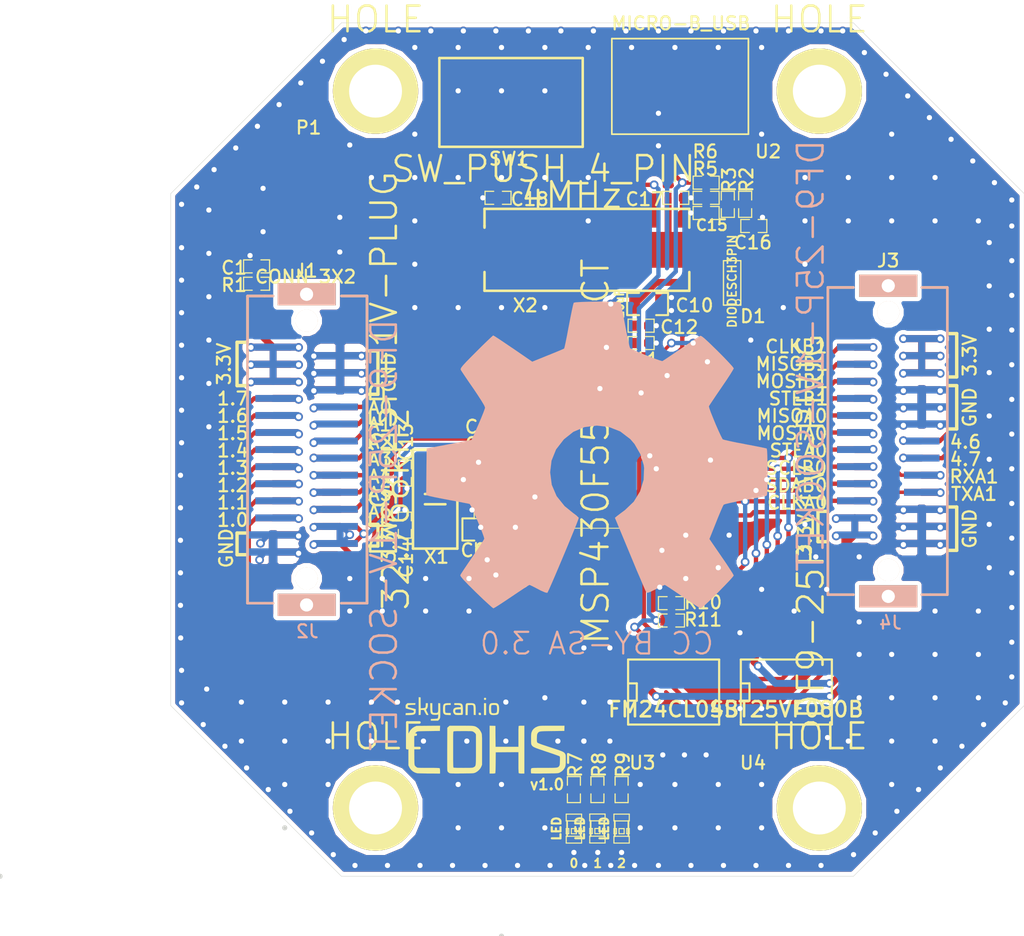
<source format=kicad_pcb>
(kicad_pcb (version 3) (host pcbnew "(2013-mar-13)-testing")
  (title_block (title CDHS) (rev 1.0) (company Skycan))
  (layers (15 F.Cu signal) (0 B.Cu signal) (18 B.Paste user) (19 F.Paste user) (20 B.SilkS user) (21 F.SilkS user) (22 B.Mask user) (23 F.Mask user) (28 Edge.Cuts user))
  (net 0 "")
  (net 1 +3.3V)
  (net 2 A0)
  (net 3 A1)
  (net 4 A2)
  (net 5 A3)
  (net 6 A4)
  (net 7 A5)
  (net 8 A6)
  (net 9 CLKA0)
  (net 10 CLKB1)
  (net 11 DM)
  (net 12 DP)
  (net 13 FLASH_CS)
  (net 14 GND)
  (net 15 LED0)
  (net 16 LED1)
  (net 17 LED2)
  (net 18 N-0000013)
  (net 19 N-0000014)
  (net 20 N-0000015)
  (net 21 N-0000019)
  (net 22 N-000002)
  (net 23 N-0000030)
  (net 24 N-0000031)
  (net 25 N-0000034)
  (net 26 N-0000035)
  (net 27 N-0000036)
  (net 28 N-0000037)
  (net 29 N-0000040)
  (net 30 N-0000054)
  (net 31 N-0000055)
  (net 32 N-0000056)
  (net 33 N-0000057)
  (net 34 N-0000058)
  (net 35 N-0000059)
  (net 36 N-0000060)
  (net 37 N-0000063)
  (net 38 N-0000065)
  (net 39 N-0000066)
  (net 40 N-000007)
  (net 41 N-0000070)
  (net 42 P1.0)
  (net 43 P1.1)
  (net 44 P1.2)
  (net 45 P1.3)
  (net 46 P1.4)
  (net 47 P1.5)
  (net 48 P1.6)
  (net 49 P1.7)
  (net 50 P4.6)
  (net 51 P4.7)
  (net 52 PUR)
  (net 53 RXA1)
  (net 54 SBWTCK)
  (net 55 SBWTDIO)
  (net 56 SCLB0)
  (net 57 SDAB0)
  (net 58 SIMOA0)
  (net 59 SIMOB1)
  (net 60 SOMIA0)
  (net 61 SOMIB1)
  (net 62 STEA0)
  (net 63 STEB1)
  (net 64 TXA1)
  (net 65 VBUS)
  (net 66 VUSB)
  (net 67 XIN)
  (net 68 XOUT)
  (net 69 XT2IN)
  (net 70 XT2OUT)
  (module DF9-25P-1V-plug (layer F.Cu) (at 106 109 270)
    (fp_text reference J1 (at -4.479 -1.95 360) (layer F.SilkS) (effects (font (size 0.762 0.762) (thickness 0.127))))
    (fp_text value DF9-25P-1V-PLUG (at 1 -6.5 270) (layer F.SilkS) (effects (font (size 1.5 1.5))))
    (pad 1 smd rect (at 0 0 270) (size 0.4 2.08) (layers F.Cu F.Paste F.Mask) (net 1 +3.3V))
    (pad 2 smd rect (at 1 0 270) (size 0.4 2.08) (layers F.Cu F.Paste F.Mask) (net 1 +3.3V))
    (pad 3 smd rect (at 2 0 270) (size 0.4 2.08) (layers F.Cu F.Paste F.Mask) (net 1 +3.3V))
    (pad 4 smd rect (at 3 0 270) (size 0.4 2.08) (layers F.Cu F.Paste F.Mask) (net 49 P1.7))
    (pad 5 smd rect (at 4 0 270) (size 0.4 2.08) (layers F.Cu F.Paste F.Mask) (net 48 P1.6))
    (pad 6 smd rect (at 5 0 270) (size 0.4 2.08) (layers F.Cu F.Paste F.Mask) (net 47 P1.5))
    (pad 7 smd rect (at 6 0 270) (size 0.4 2.08) (layers F.Cu F.Paste F.Mask) (net 46 P1.4))
    (pad 8 smd rect (at 7 0 270) (size 0.4 2.08) (layers F.Cu F.Paste F.Mask) (net 45 P1.3))
    (pad 9 smd rect (at 8 0 270) (size 0.4 2.08) (layers F.Cu F.Paste F.Mask) (net 44 P1.2))
    (pad 10 smd rect (at 9 0 270) (size 0.4 2.08) (layers F.Cu F.Paste F.Mask) (net 43 P1.1))
    (pad 11 smd rect (at 10 0 270) (size 0.4 2.08) (layers F.Cu F.Paste F.Mask) (net 42 P1.0))
    (pad 12 smd rect (at 11 0 270) (size 0.4 2.08) (layers F.Cu F.Paste F.Mask) (net 14 GND))
    (pad 13 smd rect (at 12 0 270) (size 0.4 2.08) (layers F.Cu F.Paste F.Mask) (net 14 GND))
    (pad 14 smd rect (at 11.5 -3.92 270) (size 0.4 2.08) (layers F.Cu F.Paste F.Mask) (net 1 +3.3V))
    (pad 15 smd rect (at 10.5 -3.92 270) (size 0.4 2.08) (layers F.Cu F.Paste F.Mask) (net 1 +3.3V))
    (pad 16 smd rect (at 9.5 -3.92 270) (size 0.4 2.08) (layers F.Cu F.Paste F.Mask) (net 8 A6))
    (pad 17 smd rect (at 8.5 -3.92 270) (size 0.4 2.08) (layers F.Cu F.Paste F.Mask) (net 7 A5))
    (pad 18 smd rect (at 7.5 -3.92 270) (size 0.4 2.08) (layers F.Cu F.Paste F.Mask) (net 6 A4))
    (pad 19 smd rect (at 6.5 -3.92 270) (size 0.4 2.08) (layers F.Cu F.Paste F.Mask) (net 5 A3))
    (pad 20 smd rect (at 5.5 -3.92 270) (size 0.4 2.08) (layers F.Cu F.Paste F.Mask) (net 4 A2))
    (pad 21 smd rect (at 4.5 -3.92 270) (size 0.4 2.08) (layers F.Cu F.Paste F.Mask) (net 3 A1))
    (pad 22 smd rect (at 3.5 -3.92 270) (size 0.4 2.08) (layers F.Cu F.Paste F.Mask) (net 2 A0))
    (pad 23 smd rect (at 2.5 -3.92 270) (size 0.4 2.08) (layers F.Cu F.Paste F.Mask) (net 14 GND))
    (pad 24 smd rect (at 1.5 -3.92 270) (size 0.4 2.08) (layers F.Cu F.Paste F.Mask) (net 14 GND))
    (pad 25 smd rect (at 0.5 -3.92 270) (size 0.4 2.08) (layers F.Cu F.Paste F.Mask) (net 14 GND))
    (pad "" np_thru_hole circle (at -1.55 -1.96 270) (size 1.3 1.3) (drill 1.3) (layers *.Cu *.Mask F.SilkS))
    (pad "" np_thru_hole circle (at 13.55 -1.96 270) (size 1.3 1.3) (drill 1.3) (layers *.Cu *.Mask F.SilkS))
    (pad "" np_thru_hole rect (at -3.1 -1.96 270) (size 1.3 3.4) (drill 0.762) (layers *.Cu *.Mask F.SilkS))
    (pad "" np_thru_hole rect (at 15.1 -1.96 270) (size 1.3 3.4) (drill 0.762) (layers *.Cu *.Mask F.SilkS))
  )
  (module DF9-25P-1V-socket (layer B.Cu) (at 106 121 90)
    (fp_text reference J2 (at -4.649 2.001 180) (layer B.SilkS) (effects (font (size 0.762 0.762) (thickness 0.127)) (justify mirror)))
    (fp_text value DF9-25P-1V-SOCKET (at 1 6.5 90) (layer B.SilkS) (effects (font (size 1.5 1.5)) (justify mirror)))
    (pad 13 smd rect (at 0 0 90) (size 0.4 2.08) (layers B.Cu B.Paste B.Mask) (net 14 GND))
    (pad 12 smd rect (at 1 0 90) (size 0.4 2.08) (layers B.Cu B.Paste B.Mask) (net 14 GND))
    (pad 11 smd rect (at 2 0 90) (size 0.4 2.08) (layers B.Cu B.Paste B.Mask) (net 42 P1.0))
    (pad 10 smd rect (at 3 0 90) (size 0.4 2.08) (layers B.Cu B.Paste B.Mask) (net 43 P1.1))
    (pad 9 smd rect (at 4 0 90) (size 0.4 2.08) (layers B.Cu B.Paste B.Mask) (net 44 P1.2))
    (pad 8 smd rect (at 5 0 90) (size 0.4 2.08) (layers B.Cu B.Paste B.Mask) (net 45 P1.3))
    (pad 7 smd rect (at 6 0 90) (size 0.4 2.08) (layers B.Cu B.Paste B.Mask) (net 46 P1.4))
    (pad 6 smd rect (at 7 0 90) (size 0.4 2.08) (layers B.Cu B.Paste B.Mask) (net 47 P1.5))
    (pad 5 smd rect (at 8 0 90) (size 0.4 2.08) (layers B.Cu B.Paste B.Mask) (net 48 P1.6))
    (pad 4 smd rect (at 9 0 90) (size 0.4 2.08) (layers B.Cu B.Paste B.Mask) (net 49 P1.7))
    (pad 3 smd rect (at 10 0 90) (size 0.4 2.08) (layers B.Cu B.Paste B.Mask) (net 1 +3.3V))
    (pad 2 smd rect (at 11 0 90) (size 0.4 2.08) (layers B.Cu B.Paste B.Mask) (net 1 +3.3V))
    (pad 1 smd rect (at 12 0 90) (size 0.4 2.08) (layers B.Cu B.Paste B.Mask) (net 1 +3.3V))
    (pad 25 smd rect (at 11.5 3.92 90) (size 0.4 2.08) (layers B.Cu B.Paste B.Mask) (net 14 GND))
    (pad 24 smd rect (at 10.5 3.92 90) (size 0.4 2.08) (layers B.Cu B.Paste B.Mask) (net 14 GND))
    (pad 23 smd rect (at 9.5 3.92 90) (size 0.4 2.08) (layers B.Cu B.Paste B.Mask) (net 14 GND))
    (pad 22 smd rect (at 8.5 3.92 90) (size 0.4 2.08) (layers B.Cu B.Paste B.Mask) (net 2 A0))
    (pad 21 smd rect (at 7.5 3.92 90) (size 0.4 2.08) (layers B.Cu B.Paste B.Mask) (net 3 A1))
    (pad 20 smd rect (at 6.5 3.92 90) (size 0.4 2.08) (layers B.Cu B.Paste B.Mask) (net 4 A2))
    (pad 19 smd rect (at 5.5 3.92 90) (size 0.4 2.08) (layers B.Cu B.Paste B.Mask) (net 5 A3))
    (pad 18 smd rect (at 4.5 3.92 90) (size 0.4 2.08) (layers B.Cu B.Paste B.Mask) (net 6 A4))
    (pad 17 smd rect (at 3.5 3.92 90) (size 0.4 2.08) (layers B.Cu B.Paste B.Mask) (net 7 A5))
    (pad 16 smd rect (at 2.5 3.92 90) (size 0.4 2.08) (layers B.Cu B.Paste B.Mask) (net 8 A6))
    (pad 15 smd rect (at 1.5 3.92 90) (size 0.4 2.08) (layers B.Cu B.Paste B.Mask) (net 1 +3.3V))
    (pad 14 smd rect (at 0.5 3.92 90) (size 0.4 2.08) (layers B.Cu B.Paste B.Mask) (net 1 +3.3V))
    (pad "" np_thru_hole circle (at -1.55 1.96 90) (size 1.3 1.3) (drill 1.3) (layers *.Cu *.Mask B.SilkS))
    (pad "" np_thru_hole circle (at 13.55 1.96 90) (size 1.3 1.3) (drill 1.3) (layers *.Cu *.Mask B.SilkS))
    (pad "" np_thru_hole rect (at -3.1 1.96 90) (size 1.3 3.4) (drill 0.762) (layers *.Cu *.Mask B.SilkS))
    (pad "" np_thru_hole rect (at 15.1 1.96 90) (size 1.3 3.4) (drill 0.762) (layers *.Cu *.Mask B.SilkS))
  )
  (module DF9-25P-1V-plug (layer F.Cu) (at 144 120.5 90)
    (fp_text reference J3 (at 16.568 -1.963 180) (layer F.SilkS) (effects (font (size 0.762 0.762) (thickness 0.127))))
    (fp_text value DF9-25P-1V-PLUG (at 1 -6.5 90) (layer F.SilkS) (effects (font (size 1.5 1.5))))
    (pad 1 smd rect (at 0 0 90) (size 0.4 2.08) (layers F.Cu F.Paste F.Mask) (net 14 GND))
    (pad 2 smd rect (at 1 0 90) (size 0.4 2.08) (layers F.Cu F.Paste F.Mask) (net 14 GND))
    (pad 3 smd rect (at 2 0 90) (size 0.4 2.08) (layers F.Cu F.Paste F.Mask) (net 14 GND))
    (pad 4 smd rect (at 3 0 90) (size 0.4 2.08) (layers F.Cu F.Paste F.Mask) (net 64 TXA1))
    (pad 5 smd rect (at 4 0 90) (size 0.4 2.08) (layers F.Cu F.Paste F.Mask) (net 53 RXA1))
    (pad 6 smd rect (at 5 0 90) (size 0.4 2.08) (layers F.Cu F.Paste F.Mask) (net 51 P4.7))
    (pad 7 smd rect (at 6 0 90) (size 0.4 2.08) (layers F.Cu F.Paste F.Mask) (net 50 P4.6))
    (pad 8 smd rect (at 7 0 90) (size 0.4 2.08) (layers F.Cu F.Paste F.Mask) (net 14 GND))
    (pad 9 smd rect (at 8 0 90) (size 0.4 2.08) (layers F.Cu F.Paste F.Mask) (net 14 GND))
    (pad 10 smd rect (at 9 0 90) (size 0.4 2.08) (layers F.Cu F.Paste F.Mask) (net 14 GND))
    (pad 11 smd rect (at 10 0 90) (size 0.4 2.08) (layers F.Cu F.Paste F.Mask) (net 1 +3.3V))
    (pad 12 smd rect (at 11 0 90) (size 0.4 2.08) (layers F.Cu F.Paste F.Mask) (net 1 +3.3V))
    (pad 13 smd rect (at 12 0 90) (size 0.4 2.08) (layers F.Cu F.Paste F.Mask) (net 1 +3.3V))
    (pad 14 smd rect (at 11.5 -3.92 90) (size 0.4 2.08) (layers F.Cu F.Paste F.Mask) (net 10 CLKB1))
    (pad 15 smd rect (at 10.5 -3.92 90) (size 0.4 2.08) (layers F.Cu F.Paste F.Mask) (net 61 SOMIB1))
    (pad 16 smd rect (at 9.5 -3.92 90) (size 0.4 2.08) (layers F.Cu F.Paste F.Mask) (net 59 SIMOB1))
    (pad 17 smd rect (at 8.5 -3.92 90) (size 0.4 2.08) (layers F.Cu F.Paste F.Mask) (net 63 STEB1))
    (pad 18 smd rect (at 7.5 -3.92 90) (size 0.4 2.08) (layers F.Cu F.Paste F.Mask) (net 60 SOMIA0))
    (pad 19 smd rect (at 6.5 -3.92 90) (size 0.4 2.08) (layers F.Cu F.Paste F.Mask) (net 58 SIMOA0))
    (pad 20 smd rect (at 5.5 -3.92 90) (size 0.4 2.08) (layers F.Cu F.Paste F.Mask) (net 62 STEA0))
    (pad 21 smd rect (at 4.5 -3.92 90) (size 0.4 2.08) (layers F.Cu F.Paste F.Mask) (net 56 SCLB0))
    (pad 22 smd rect (at 3.5 -3.92 90) (size 0.4 2.08) (layers F.Cu F.Paste F.Mask) (net 57 SDAB0))
    (pad 23 smd rect (at 2.5 -3.92 90) (size 0.4 2.08) (layers F.Cu F.Paste F.Mask) (net 9 CLKA0))
    (pad 24 smd rect (at 1.5 -3.92 90) (size 0.4 2.08) (layers F.Cu F.Paste F.Mask) (net 1 +3.3V))
    (pad 25 smd rect (at 0.5 -3.92 90) (size 0.4 2.08) (layers F.Cu F.Paste F.Mask) (net 1 +3.3V))
    (pad "" np_thru_hole circle (at -1.55 -1.96 90) (size 1.3 1.3) (drill 1.3) (layers *.Cu *.Mask F.SilkS))
    (pad "" np_thru_hole circle (at 13.55 -1.96 90) (size 1.3 1.3) (drill 1.3) (layers *.Cu *.Mask F.SilkS))
    (pad "" np_thru_hole rect (at -3.1 -1.96 90) (size 1.3 3.4) (drill 0.762) (layers *.Cu *.Mask F.SilkS))
    (pad "" np_thru_hole rect (at 15.1 -1.96 90) (size 1.3 3.4) (drill 0.762) (layers *.Cu *.Mask F.SilkS))
  )
  (module DF9-25P-1V-socket (layer B.Cu) (at 144 108.5 270)
    (fp_text reference J4 (at 16.641 1.836 360) (layer B.SilkS) (effects (font (size 0.762 0.762) (thickness 0.127)) (justify mirror)))
    (fp_text value DF9-25P-1V-SOCKET (at 1 6.5 270) (layer B.SilkS) (effects (font (size 1.5 1.5)) (justify mirror)))
    (pad 13 smd rect (at 0 0 270) (size 0.4 2.08) (layers B.Cu B.Paste B.Mask) (net 1 +3.3V))
    (pad 12 smd rect (at 1 0 270) (size 0.4 2.08) (layers B.Cu B.Paste B.Mask) (net 1 +3.3V))
    (pad 11 smd rect (at 2 0 270) (size 0.4 2.08) (layers B.Cu B.Paste B.Mask) (net 1 +3.3V))
    (pad 10 smd rect (at 3 0 270) (size 0.4 2.08) (layers B.Cu B.Paste B.Mask) (net 14 GND))
    (pad 9 smd rect (at 4 0 270) (size 0.4 2.08) (layers B.Cu B.Paste B.Mask) (net 14 GND))
    (pad 8 smd rect (at 5 0 270) (size 0.4 2.08) (layers B.Cu B.Paste B.Mask) (net 14 GND))
    (pad 7 smd rect (at 6 0 270) (size 0.4 2.08) (layers B.Cu B.Paste B.Mask) (net 50 P4.6))
    (pad 6 smd rect (at 7 0 270) (size 0.4 2.08) (layers B.Cu B.Paste B.Mask) (net 51 P4.7))
    (pad 5 smd rect (at 8 0 270) (size 0.4 2.08) (layers B.Cu B.Paste B.Mask) (net 53 RXA1))
    (pad 4 smd rect (at 9 0 270) (size 0.4 2.08) (layers B.Cu B.Paste B.Mask) (net 64 TXA1))
    (pad 3 smd rect (at 10 0 270) (size 0.4 2.08) (layers B.Cu B.Paste B.Mask) (net 14 GND))
    (pad 2 smd rect (at 11 0 270) (size 0.4 2.08) (layers B.Cu B.Paste B.Mask) (net 14 GND))
    (pad 1 smd rect (at 12 0 270) (size 0.4 2.08) (layers B.Cu B.Paste B.Mask) (net 14 GND))
    (pad 25 smd rect (at 11.5 3.92 270) (size 0.4 2.08) (layers B.Cu B.Paste B.Mask) (net 1 +3.3V))
    (pad 24 smd rect (at 10.5 3.92 270) (size 0.4 2.08) (layers B.Cu B.Paste B.Mask) (net 1 +3.3V))
    (pad 23 smd rect (at 9.5 3.92 270) (size 0.4 2.08) (layers B.Cu B.Paste B.Mask) (net 9 CLKA0))
    (pad 22 smd rect (at 8.5 3.92 270) (size 0.4 2.08) (layers B.Cu B.Paste B.Mask) (net 57 SDAB0))
    (pad 21 smd rect (at 7.5 3.92 270) (size 0.4 2.08) (layers B.Cu B.Paste B.Mask) (net 56 SCLB0))
    (pad 20 smd rect (at 6.5 3.92 270) (size 0.4 2.08) (layers B.Cu B.Paste B.Mask) (net 62 STEA0))
    (pad 19 smd rect (at 5.5 3.92 270) (size 0.4 2.08) (layers B.Cu B.Paste B.Mask) (net 58 SIMOA0))
    (pad 18 smd rect (at 4.5 3.92 270) (size 0.4 2.08) (layers B.Cu B.Paste B.Mask) (net 60 SOMIA0))
    (pad 17 smd rect (at 3.5 3.92 270) (size 0.4 2.08) (layers B.Cu B.Paste B.Mask) (net 63 STEB1))
    (pad 16 smd rect (at 2.5 3.92 270) (size 0.4 2.08) (layers B.Cu B.Paste B.Mask) (net 59 SIMOB1))
    (pad 15 smd rect (at 1.5 3.92 270) (size 0.4 2.08) (layers B.Cu B.Paste B.Mask) (net 61 SOMIB1))
    (pad 14 smd rect (at 0.5 3.92 270) (size 0.4 2.08) (layers B.Cu B.Paste B.Mask) (net 10 CLKB1))
    (pad "" np_thru_hole circle (at -1.55 1.96 270) (size 1.3 1.3) (drill 1.3) (layers *.Cu *.Mask B.SilkS))
    (pad "" np_thru_hole circle (at 13.55 1.96 270) (size 1.3 1.3) (drill 1.3) (layers *.Cu *.Mask B.SilkS))
    (pad "" np_thru_hole rect (at -3.1 1.96 270) (size 1.3 3.4) (drill 0.762) (layers *.Cu *.Mask B.SilkS))
    (pad "" np_thru_hole rect (at 15.1 1.96 270) (size 1.3 3.4) (drill 0.762) (layers *.Cu *.Mask B.SilkS))
  )
  (module andrew/b3kma (layer F.Cu) (at 124.892 115.108 270)
    (fp_text reference U1 (at -4.618 5.893 360) (layer F.SilkS) (effects (font (size 0.762 0.762) (thickness 0.127))))
    (fp_text value MSP430F5528IRGCT (at 0 0 270) (layer F.SilkS))
    (pad 1 smd rect (at -3.75 4.435961 180) (size 0.878078 0.22) (layers F.Cu F.Paste F.Mask) (net 2 A0))
    (pad 2 smd rect (at -3.25 4.435961 180) (size 0.878078 0.22) (layers F.Cu F.Paste F.Mask) (net 3 A1))
    (pad 3 smd rect (at -2.75 4.435961 180) (size 0.878078 0.22) (layers F.Cu F.Paste F.Mask) (net 4 A2))
    (pad 4 smd rect (at -2.25 4.435961 180) (size 0.878078 0.22) (layers F.Cu F.Paste F.Mask) (net 5 A3))
    (pad 5 smd rect (at -1.75 4.435961 180) (size 0.878078 0.22) (layers F.Cu F.Paste F.Mask) (net 6 A4))
    (pad 6 smd rect (at -1.25 4.435961 180) (size 0.878078 0.22) (layers F.Cu F.Paste F.Mask) (net 7 A5))
    (pad 7 smd rect (at -0.75 4.435961 180) (size 0.878078 0.22) (layers F.Cu F.Paste F.Mask) (net 8 A6))
    (pad 8 smd rect (at -0.25 4.435961 180) (size 0.878078 0.22) (layers F.Cu F.Paste F.Mask) (net 25 N-0000034))
    (pad 9 smd rect (at 0.25 4.435961 180) (size 0.878078 0.22) (layers F.Cu F.Paste F.Mask) (net 26 N-0000035))
    (pad 10 smd rect (at 0.75 4.435961 180) (size 0.878078 0.22) (layers F.Cu F.Paste F.Mask) (net 27 N-0000036))
    (pad 11 smd rect (at 1.25 4.435961 180) (size 0.878078 0.22) (layers F.Cu F.Paste F.Mask) (net 1 +3.3V))
    (pad 12 smd rect (at 1.75 4.435961 180) (size 0.878078 0.22) (layers F.Cu F.Paste F.Mask) (net 67 XIN))
    (pad 13 smd rect (at 2.25 4.435961 180) (size 0.878078 0.22) (layers F.Cu F.Paste F.Mask) (net 68 XOUT))
    (pad 14 smd rect (at 2.75 4.435961 180) (size 0.878078 0.22) (layers F.Cu F.Paste F.Mask) (net 14 GND))
    (pad 15 smd rect (at 3.25 4.435961 180) (size 0.878078 0.22) (layers F.Cu F.Paste F.Mask) (net 1 +3.3V))
    (pad 16 smd rect (at 3.75 4.435961 180) (size 0.878078 0.22) (layers F.Cu F.Paste F.Mask) (net 14 GND))
    (pad 17 smd rect (at 4.435961 3.75 270) (size 0.878078 0.22) (layers F.Cu F.Paste F.Mask) (net 22 N-000002))
    (pad 18 smd rect (at 4.435961 3.25 270) (size 0.878078 0.22) (layers F.Cu F.Paste F.Mask) (net 42 P1.0))
    (pad 19 smd rect (at 4.435961 2.75 270) (size 0.878078 0.22) (layers F.Cu F.Paste F.Mask) (net 43 P1.1))
    (pad 20 smd rect (at 4.435961 2.25 270) (size 0.878078 0.22) (layers F.Cu F.Paste F.Mask) (net 44 P1.2))
    (pad 21 smd rect (at 4.435961 1.75 270) (size 0.878078 0.22) (layers F.Cu F.Paste F.Mask) (net 45 P1.3))
    (pad 22 smd rect (at 4.435961 1.25 270) (size 0.878078 0.22) (layers F.Cu F.Paste F.Mask) (net 46 P1.4))
    (pad 23 smd rect (at 4.435961 0.75 270) (size 0.878078 0.22) (layers F.Cu F.Paste F.Mask) (net 47 P1.5))
    (pad 24 smd rect (at 4.435961 0.25 270) (size 0.878078 0.22) (layers F.Cu F.Paste F.Mask) (net 48 P1.6))
    (pad 25 smd rect (at 4.435961 -0.25 270) (size 0.878078 0.22) (layers F.Cu F.Paste F.Mask) (net 49 P1.7))
    (pad 26 smd rect (at 4.435961 -0.75 270) (size 0.878078 0.22) (layers F.Cu F.Paste F.Mask) (net 35 N-0000059))
    (pad 27 smd rect (at 4.435961 -1.25 270) (size 0.878078 0.22) (layers F.Cu F.Paste F.Mask) (net 36 N-0000060))
    (pad 28 smd rect (at 4.435961 -1.75 270) (size 0.878078 0.22) (layers F.Cu F.Paste F.Mask) (net 15 LED0))
    (pad 29 smd rect (at 4.435961 -2.25 270) (size 0.878078 0.22) (layers F.Cu F.Paste F.Mask) (net 16 LED1))
    (pad 30 smd rect (at 4.435961 -2.75 270) (size 0.878078 0.22) (layers F.Cu F.Paste F.Mask) (net 17 LED2))
    (pad 31 smd rect (at 4.435961 -3.25 270) (size 0.878078 0.22) (layers F.Cu F.Paste F.Mask) (net 13 FLASH_CS))
    (pad 32 smd rect (at 4.435961 -3.75 270) (size 0.878078 0.22) (layers F.Cu F.Paste F.Mask) (net 38 N-0000065))
    (pad 33 smd rect (at 3.75 -4.435961) (size 0.878078 0.22) (layers F.Cu F.Paste F.Mask) (net 9 CLKA0))
    (pad 34 smd rect (at 3.25 -4.435961) (size 0.878078 0.22) (layers F.Cu F.Paste F.Mask) (net 57 SDAB0))
    (pad 35 smd rect (at 2.75 -4.435961) (size 0.878078 0.22) (layers F.Cu F.Paste F.Mask) (net 56 SCLB0))
    (pad 36 smd rect (at 2.25 -4.435961) (size 0.878078 0.22) (layers F.Cu F.Paste F.Mask) (net 62 STEA0))
    (pad 37 smd rect (at 1.75 -4.435961) (size 0.878078 0.22) (layers F.Cu F.Paste F.Mask) (net 58 SIMOA0))
    (pad 38 smd rect (at 1.25 -4.435961) (size 0.878078 0.22) (layers F.Cu F.Paste F.Mask) (net 60 SOMIA0))
    (pad 39 smd rect (at 0.75 -4.435961) (size 0.878078 0.22) (layers F.Cu F.Paste F.Mask) (net 14 GND))
    (pad 40 smd rect (at 0.25 -4.435961) (size 0.878078 0.22) (layers F.Cu F.Paste F.Mask) (net 1 +3.3V))
    (pad 41 smd rect (at -0.25 -4.435961) (size 0.878078 0.22) (layers F.Cu F.Paste F.Mask) (net 63 STEB1))
    (pad 42 smd rect (at -0.75 -4.435961) (size 0.878078 0.22) (layers F.Cu F.Paste F.Mask) (net 59 SIMOB1))
    (pad 43 smd rect (at -1.25 -4.435961) (size 0.878078 0.22) (layers F.Cu F.Paste F.Mask) (net 61 SOMIB1))
    (pad 44 smd rect (at -1.75 -4.435961) (size 0.878078 0.22) (layers F.Cu F.Paste F.Mask) (net 10 CLKB1))
    (pad 45 smd rect (at -2.25 -4.435961) (size 0.878078 0.22) (layers F.Cu F.Paste F.Mask) (net 64 TXA1))
    (pad 46 smd rect (at -2.75 -4.435961) (size 0.878078 0.22) (layers F.Cu F.Paste F.Mask) (net 53 RXA1))
    (pad 47 smd rect (at -3.25 -4.435961) (size 0.878078 0.22) (layers F.Cu F.Paste F.Mask) (net 50 P4.6))
    (pad 48 smd rect (at -3.75 -4.435961) (size 0.878078 0.22) (layers F.Cu F.Paste F.Mask) (net 51 P4.7))
    (pad 49 smd rect (at -4.435961 -3.75 90) (size 0.878078 0.22) (layers F.Cu F.Paste F.Mask) (net 14 GND))
    (pad 50 smd rect (at -4.435961 -3.25 90) (size 0.878078 0.22) (layers F.Cu F.Paste F.Mask) (net 12 DP))
    (pad 51 smd rect (at -4.435961 -2.75 90) (size 0.878078 0.22) (layers F.Cu F.Paste F.Mask) (net 52 PUR))
    (pad 52 smd rect (at -4.435961 -2.25 90) (size 0.878078 0.22) (layers F.Cu F.Paste F.Mask) (net 11 DM))
    (pad 53 smd rect (at -4.435961 -1.75 90) (size 0.878078 0.22) (layers F.Cu F.Paste F.Mask) (net 65 VBUS))
    (pad 54 smd rect (at -4.435961 -1.25 90) (size 0.878078 0.22) (layers F.Cu F.Paste F.Mask) (net 66 VUSB))
    (pad 55 smd rect (at -4.435961 -0.75 90) (size 0.878078 0.22) (layers F.Cu F.Paste F.Mask) (net 40 N-000007))
    (pad 56 smd rect (at -4.435961 -0.25 90) (size 0.878078 0.22) (layers F.Cu F.Paste F.Mask) (net 14 GND))
    (pad 57 smd rect (at -4.435961 0.25 90) (size 0.878078 0.22) (layers F.Cu F.Paste F.Mask) (net 69 XT2IN))
    (pad 58 smd rect (at -4.435961 0.75 90) (size 0.878078 0.22) (layers F.Cu F.Paste F.Mask) (net 70 XT2OUT))
    (pad 59 smd rect (at -4.435961 1.25 90) (size 0.878078 0.22) (layers F.Cu F.Paste F.Mask) (net 54 SBWTCK))
    (pad 60 smd rect (at -4.435961 1.75 90) (size 0.878078 0.22) (layers F.Cu F.Paste F.Mask) (net 28 N-0000037))
    (pad 61 smd rect (at -4.435961 2.25 90) (size 0.878078 0.22) (layers F.Cu F.Paste F.Mask) (net 29 N-0000040))
    (pad 62 smd rect (at -4.435961 2.75 90) (size 0.878078 0.22) (layers F.Cu F.Paste F.Mask) (net 39 N-0000066))
    (pad 63 smd rect (at -4.435961 3.25 90) (size 0.878078 0.22) (layers F.Cu F.Paste F.Mask) (net 37 N-0000063))
    (pad 64 smd rect (at -4.435961 3.75 90) (size 0.878078 0.22) (layers F.Cu F.Paste F.Mask) (net 55 SBWTDIO))
    (pad EP smd rect (at 0 0 270) (size 4.35 4.35) (layers F.Cu F.Paste F.Mask))
  )
  (module SM0402_c (layer F.Cu) (at 105.029 104.267 180)
    (fp_text reference C1 (at 1.321 -0.081 180) (layer F.SilkS) (effects (font (size 0.762 0.762) (thickness 0.127))))
    (fp_text value 2.2nF hide)
    (pad 1 smd rect (at -0.44958 0 180) (size 0.39878 0.59944) (layers F.Cu F.Paste F.Mask) (net 55 SBWTDIO))
    (pad 2 smd rect (at 0.44958 0 180) (size 0.39878 0.59944) (layers F.Cu F.Paste F.Mask) (net 14 GND))
  )
  (module SM0603_Capa (layer F.Cu) (at 118.034 115.87)
    (fp_text reference C4 (at -0.051 -2.205 180) (layer F.SilkS) (effects (font (size 0.762 0.762) (thickness 0.127))))
    (fp_text value 10uF (at -1.651 0 90) (layer F.SilkS) (effects (font (size 0.508 0.4572) (thickness 0.1143))))
    (pad 1 smd rect (at -0.762 0) (size 0.635 1.143) (layers F.Cu F.Paste F.Mask) (net 14 GND))
    (pad 2 smd rect (at 0.762 0) (size 0.635 1.143) (layers F.Cu F.Paste F.Mask) (net 1 +3.3V))
  )
  (module SM0402_c (layer F.Cu) (at 118.034 116.886)
    (fp_text reference C5 (at -0.051 -2.205) (layer F.SilkS) (effects (font (size 0.762 0.762) (thickness 0.127))))
    (fp_text value 100nF hide)
    (pad 1 smd rect (at -0.44958 0) (size 0.39878 0.59944) (layers F.Cu F.Paste F.Mask) (net 14 GND))
    (pad 2 smd rect (at 0.44958 0) (size 0.39878 0.59944) (layers F.Cu F.Paste F.Mask) (net 1 +3.3V))
  )
  (module SM0603_Capa (layer F.Cu) (at 118.288 119.68 180)
    (fp_text reference C6 (at 0.559 -1.224 180) (layer F.SilkS) (effects (font (size 0.762 0.762) (thickness 0.127))))
    (fp_text value 10uF (at -1.651 0 270) (layer F.SilkS) (effects (font (size 0.508 0.4572) (thickness 0.1143))))
    (pad 1 smd rect (at -0.762 0 180) (size 0.635 1.143) (layers F.Cu F.Paste F.Mask) (net 1 +3.3V))
    (pad 2 smd rect (at 0.762 0 180) (size 0.635 1.143) (layers F.Cu F.Paste F.Mask) (net 14 GND))
  )
  (module SM0402_c (layer F.Cu) (at 118.542 118.664 180)
    (fp_text reference C7 (at -0.584 0.808 180) (layer F.SilkS) (effects (font (size 0.762 0.762) (thickness 0.127))))
    (fp_text value 100nF hide)
    (pad 1 smd rect (at -0.44958 0 180) (size 0.39878 0.59944) (layers F.Cu F.Paste F.Mask) (net 1 +3.3V))
    (pad 2 smd rect (at 0.44958 0 180) (size 0.39878 0.59944) (layers F.Cu F.Paste F.Mask) (net 14 GND))
  )
  (module SM0603_Capa (layer F.Cu) (at 119.812 121.458)
    (fp_text reference C8 (at 0.457 1.224 180) (layer F.SilkS) (effects (font (size 0.762 0.762) (thickness 0.127))))
    (fp_text value 470nF (at -1.651 0 90) (layer F.SilkS) (effects (font (size 0.508 0.4572) (thickness 0.1143))))
    (pad 1 smd rect (at -0.762 0) (size 0.635 1.143) (layers F.Cu F.Paste F.Mask) (net 14 GND))
    (pad 2 smd rect (at 0.762 0) (size 0.635 1.143) (layers F.Cu F.Paste F.Mask) (net 22 N-000002))
  )
  (module SM0402_c (layer F.Cu) (at 125.527 109.266 270)
    (fp_text reference C9 (at -0.173 0.94 270) (layer F.SilkS) (effects (font (size 0.762 0.762) (thickness 0.127))))
    (fp_text value 220nF hide)
    (pad 1 smd rect (at -0.44958 0 270) (size 0.39878 0.59944) (layers F.Cu F.Paste F.Mask) (net 14 GND))
    (pad 2 smd rect (at 0.44958 0 270) (size 0.39878 0.59944) (layers F.Cu F.Paste F.Mask) (net 40 N-000007))
  )
  (module SM0603_Capa (layer F.Cu) (at 127.94 106.472)
    (fp_text reference C10 (at 2.743 0.081 180) (layer F.SilkS) (effects (font (size 0.762 0.762) (thickness 0.127))))
    (fp_text value 10uF (at -1.651 0 90) (layer F.SilkS) (effects (font (size 0.508 0.4572) (thickness 0.1143))))
    (pad 1 smd rect (at -0.762 0) (size 0.635 1.143) (layers F.Cu F.Paste F.Mask) (net 65 VBUS))
    (pad 2 smd rect (at 0.762 0) (size 0.635 1.143) (layers F.Cu F.Paste F.Mask) (net 14 GND))
  )
  (module SM0402_c (layer F.Cu) (at 127.559 108.758)
    (fp_text reference C11 (at -0.051 0.97) (layer F.SilkS) (effects (font (size 0.762 0.762) (thickness 0.127))))
    (fp_text value 100nF hide)
    (pad 1 smd rect (at -0.44958 0) (size 0.39878 0.59944) (layers F.Cu F.Paste F.Mask) (net 65 VBUS))
    (pad 2 smd rect (at 0.44958 0) (size 0.39878 0.59944) (layers F.Cu F.Paste F.Mask) (net 14 GND))
  )
  (module SM0402_c (layer F.Cu) (at 127.559 107.742)
    (fp_text reference C12 (at 2.235 0.081) (layer F.SilkS) (effects (font (size 0.762 0.762) (thickness 0.127))))
    (fp_text value 220nF hide)
    (pad 1 smd rect (at -0.44958 0) (size 0.39878 0.59944) (layers F.Cu F.Paste F.Mask) (net 65 VBUS))
    (pad 2 smd rect (at 0.44958 0) (size 0.39878 0.59944) (layers F.Cu F.Paste F.Mask) (net 14 GND))
  )
  (module SM0402_r (layer F.Cu) (at 105.029 105.283)
    (fp_text reference R1 (at -1.321 0.081) (layer F.SilkS) (effects (font (size 0.762 0.762) (thickness 0.127))))
    (fp_text value 47K hide)
    (pad 1 smd rect (at -0.44958 0) (size 0.39878 0.59944) (layers F.Cu F.Paste F.Mask) (net 1 +3.3V))
    (pad 2 smd rect (at 0.44958 0) (size 0.39878 0.59944) (layers F.Cu F.Paste F.Mask) (net 55 SBWTDIO))
  )
  (module SM0402_c (layer F.Cu) (at 113.716 116.378 90)
    (fp_text reference C13 (at 1.824 0.076 90) (layer F.SilkS) (effects (font (size 0.762 0.762) (thickness 0.127))))
    (fp_text value 12.5pF hide)
    (pad 1 smd rect (at -0.44958 0 90) (size 0.39878 0.59944) (layers F.Cu F.Paste F.Mask) (net 14 GND))
    (pad 2 smd rect (at 0.44958 0 90) (size 0.39878 0.59944) (layers F.Cu F.Paste F.Mask) (net 67 XIN))
  )
  (module SM0402_c (layer F.Cu) (at 113.716 119.426 270)
    (fp_text reference C14 (at 1.986 -0.076 270) (layer F.SilkS) (effects (font (size 0.762 0.762) (thickness 0.127))))
    (fp_text value 12.5pF hide)
    (pad 1 smd rect (at -0.44958 0 270) (size 0.39878 0.59944) (layers F.Cu F.Paste F.Mask) (net 14 GND))
    (pad 2 smd rect (at 0.44958 0 270) (size 0.39878 0.59944) (layers F.Cu F.Paste F.Mask) (net 68 XOUT))
  )
  (module SM0402_c (layer F.Cu) (at 131.369 101.138 180)
    (fp_text reference C15 (at -0.33 -0.716 180) (layer F.SilkS) (effects (font (size 0.635 0.635) (thickness 0.127))))
    (fp_text value 10pF hide)
    (pad 1 smd rect (at -0.44958 0 180) (size 0.39878 0.59944) (layers F.Cu F.Paste F.Mask) (net 12 DP))
    (pad 2 smd rect (at 0.44958 0 180) (size 0.39878 0.59944) (layers F.Cu F.Paste F.Mask) (net 14 GND))
  )
  (module SM0402_c (layer F.Cu) (at 134.163 101.9)
    (fp_text reference C16 (at -0.051 0.97) (layer F.SilkS) (effects (font (size 0.762 0.762) (thickness 0.127))))
    (fp_text value 10pF hide)
    (pad 1 smd rect (at -0.44958 0) (size 0.39878 0.59944) (layers F.Cu F.Paste F.Mask) (net 11 DM))
    (pad 2 smd rect (at 0.44958 0) (size 0.39878 0.59944) (layers F.Cu F.Paste F.Mask) (net 14 GND))
  )
  (module SM0402_c (layer F.Cu) (at 129.591 100.249 180)
    (fp_text reference C17 (at 1.829 -0.081 180) (layer F.SilkS) (effects (font (size 0.762 0.762) (thickness 0.127))))
    (fp_text value 18pF hide)
    (pad 1 smd rect (at -0.44958 0 180) (size 0.39878 0.59944) (layers F.Cu F.Paste F.Mask) (net 14 GND))
    (pad 2 smd rect (at 0.44958 0 180) (size 0.39878 0.59944) (layers F.Cu F.Paste F.Mask) (net 69 XT2IN))
  )
  (module SM0402_c (layer F.Cu) (at 119.177 100.249)
    (fp_text reference C18 (at 1.854 0.081) (layer F.SilkS) (effects (font (size 0.762 0.762) (thickness 0.127))))
    (fp_text value 18pF hide)
    (pad 1 smd rect (at -0.44958 0) (size 0.39878 0.59944) (layers F.Cu F.Paste F.Mask) (net 14 GND))
    (pad 2 smd rect (at 0.44958 0) (size 0.39878 0.59944) (layers F.Cu F.Paste F.Mask) (net 70 XT2OUT))
  )
  (module SM0402_c (layer F.Cu) (at 130.734 115.616)
    (fp_text reference C19 (at 2.362 -0.046) (layer F.SilkS) (effects (font (size 0.762 0.762) (thickness 0.127))))
    (fp_text value 100nF hide)
    (pad 1 smd rect (at -0.44958 0) (size 0.39878 0.59944) (layers F.Cu F.Paste F.Mask) (net 1 +3.3V))
    (pad 2 smd rect (at 0.44958 0) (size 0.39878 0.59944) (layers F.Cu F.Paste F.Mask) (net 14 GND))
  )
  (module SOT23 (layer F.Cu) (at 132.893 105.202 90)
    (fp_text reference D1 (at -1.986 1.219 180) (layer F.SilkS) (effects (font (size 0.762 0.762) (thickness 0.127))))
    (fp_text value DIODESCH3PIN (at 0.0635 0 90) (layer F.SilkS) (effects (font (size 0.50038 0.50038) (thickness 0.09906))))
    (pad 3 smd rect (at 0 -1.09982 90) (size 0.8001 1.00076) (layers F.Cu F.Paste F.Mask) (net 65 VBUS))
    (pad 2 smd rect (at 0.9525 1.09982 90) (size 0.8001 1.00076) (layers F.Cu F.Paste F.Mask))
    (pad 1 smd rect (at -0.9525 1.09982 90) (size 0.8001 1.00076) (layers F.Cu F.Paste F.Mask) (net 20 N-0000015))
  )
  (module LED-0603 (layer F.Cu) (at 123.622 137.206 270)
    (fp_text reference D2 hide)
    (fp_text value LED (at 0 1.016 270) (layer F.SilkS) (effects (font (size 0.508 0.508) (thickness 0.127))))
    (pad 1 smd rect (at -0.7493 0 270) (size 0.79756 0.79756) (layers F.Cu F.Paste F.Mask) (net 30 N-0000054))
    (pad 2 smd rect (at 0.7493 0 270) (size 0.79756 0.79756) (layers F.Cu F.Paste F.Mask) (net 14 GND))
  )
  (module LED-0603 (layer F.Cu) (at 125 137.2 270)
    (fp_text reference D3 hide)
    (fp_text value LED (at 0 1.016 270) (layer F.SilkS) (effects (font (size 0.508 0.508) (thickness 0.127))))
    (pad 1 smd rect (at -0.7493 0 270) (size 0.79756 0.79756) (layers F.Cu F.Paste F.Mask) (net 31 N-0000055))
    (pad 2 smd rect (at 0.7493 0 270) (size 0.79756 0.79756) (layers F.Cu F.Paste F.Mask) (net 14 GND))
  )
  (module LED-0603 (layer F.Cu) (at 126.416 137.206 270)
    (fp_text reference D4 hide)
    (fp_text value LED (at 0 1.016 270) (layer F.SilkS) (effects (font (size 0.508 0.508) (thickness 0.127))))
    (pad 1 smd rect (at -0.7493 0 270) (size 0.79756 0.79756) (layers F.Cu F.Paste F.Mask) (net 32 N-0000056))
    (pad 2 smd rect (at 0.7493 0 270) (size 0.79756 0.79756) (layers F.Cu F.Paste F.Mask) (net 14 GND))
  )
  (module PINHEAD-2x6_SMD (layer F.Cu) (at 108.001 100.376)
    (fp_text reference P1 (at 0.076 -4.237 180) (layer F.SilkS) (effects (font (size 0.762 0.762) (thickness 0.127))))
    (fp_text value CONN_3X2 (at -0.1 4.5) (layer F.SilkS) (effects (font (size 0.762 0.762) (thickness 0.127))))
    (pad 1 smd trapezoid (at -1.27 2.035) (size 0.74 2.79) (layers F.Cu F.Paste F.Mask) (net 55 SBWTDIO))
    (pad 2 smd rect (at -1.27 -2.035) (size 0.74 2.79) (layers F.Cu F.Paste F.Mask) (net 1 +3.3V))
    (pad 3 smd rect (at 0 2.035) (size 0.74 2.79) (layers F.Cu F.Paste F.Mask) (net 23 N-0000030))
    (pad 4 smd rect (at 0 -2.035) (size 0.74 2.79) (layers F.Cu F.Paste F.Mask) (net 24 N-0000031))
    (pad 5 smd rect (at 1.27 2.035) (size 0.74 2.79) (layers F.Cu F.Paste F.Mask) (net 14 GND))
    (pad 6 smd rect (at 1.27 -2.035) (size 0.74 2.79) (layers F.Cu F.Paste F.Mask) (net 54 SBWTCK))
  )
  (module SM0402_r (layer F.Cu) (at 133.655 100.63 270)
    (fp_text reference R2 (at -1.443 -0.076 270) (layer F.SilkS) (effects (font (size 0.762 0.762) (thickness 0.127))))
    (fp_text value 27R hide)
    (pad 1 smd rect (at -0.44958 0 270) (size 0.39878 0.59944) (layers F.Cu F.Paste F.Mask) (net 18 N-0000013))
    (pad 2 smd rect (at 0.44958 0 270) (size 0.39878 0.59944) (layers F.Cu F.Paste F.Mask) (net 11 DM))
  )
  (module SM0402_r (layer F.Cu) (at 132.639 100.63 270)
    (fp_text reference R3 (at -1.443 -0.076 270) (layer F.SilkS) (effects (font (size 0.762 0.762) (thickness 0.127))))
    (fp_text value 27R hide)
    (pad 1 smd rect (at -0.44958 0 270) (size 0.39878 0.59944) (layers F.Cu F.Paste F.Mask) (net 19 N-0000014))
    (pad 2 smd rect (at 0.44958 0 270) (size 0.39878 0.59944) (layers F.Cu F.Paste F.Mask) (net 12 DP))
  )
  (module SM0402_r (layer F.Cu) (at 125.527 107.615 90)
    (fp_text reference R4 (at 0.173 -0.94 90) (layer F.SilkS) (effects (font (size 0.762 0.762) (thickness 0.127))))
    (fp_text value 100R hide)
    (pad 1 smd rect (at -0.44958 0 90) (size 0.39878 0.59944) (layers F.Cu F.Paste F.Mask) (net 66 VUSB))
    (pad 2 smd rect (at 0.44958 0 90) (size 0.39878 0.59944) (layers F.Cu F.Paste F.Mask) (net 21 N-0000019))
  )
  (module SM0402_r (layer F.Cu) (at 131.369 100.249 180)
    (fp_text reference R5 (at 0.051 1.697 180) (layer F.SilkS) (effects (font (size 0.762 0.762) (thickness 0.127))))
    (fp_text value 1M hide)
    (pad 1 smd rect (at -0.44958 0 180) (size 0.39878 0.59944) (layers F.Cu F.Paste F.Mask) (net 12 DP))
    (pad 2 smd rect (at 0.44958 0 180) (size 0.39878 0.59944) (layers F.Cu F.Paste F.Mask) (net 14 GND))
  )
  (module SM0402_r (layer F.Cu) (at 131.369 99.36)
    (fp_text reference R6 (at -0.051 -1.824) (layer F.SilkS) (effects (font (size 0.762 0.762) (thickness 0.127))))
    (fp_text value 1k5 hide)
    (pad 1 smd rect (at -0.44958 0) (size 0.39878 0.59944) (layers F.Cu F.Paste F.Mask) (net 52 PUR))
    (pad 2 smd rect (at 0.44958 0) (size 0.39878 0.59944) (layers F.Cu F.Paste F.Mask) (net 12 DP))
  )
  (module SM0402_r (layer F.Cu) (at 123.622 134.92 270)
    (fp_text reference R7 (at -1.443 -0.076 270) (layer F.SilkS) (effects (font (size 0.762 0.762) (thickness 0.127))))
    (fp_text value 1k hide)
    (pad 1 smd rect (at -0.44958 0 270) (size 0.39878 0.59944) (layers F.Cu F.Paste F.Mask) (net 15 LED0))
    (pad 2 smd rect (at 0.44958 0 270) (size 0.39878 0.59944) (layers F.Cu F.Paste F.Mask) (net 30 N-0000054))
  )
  (module SM0402_r (layer F.Cu) (at 125 134.92 270)
    (fp_text reference R8 (at -1.443 -0.095 270) (layer F.SilkS) (effects (font (size 0.762 0.762) (thickness 0.127))))
    (fp_text value 1k hide)
    (pad 1 smd rect (at -0.44958 0 270) (size 0.39878 0.59944) (layers F.Cu F.Paste F.Mask) (net 16 LED1))
    (pad 2 smd rect (at 0.44958 0 270) (size 0.39878 0.59944) (layers F.Cu F.Paste F.Mask) (net 31 N-0000055))
  )
  (module SM0402_r (layer F.Cu) (at 126.416 134.92 270)
    (fp_text reference R9 (at -1.443 -0.076 270) (layer F.SilkS) (effects (font (size 0.762 0.762) (thickness 0.127))))
    (fp_text value 1k hide)
    (pad 1 smd rect (at -0.44958 0 270) (size 0.39878 0.59944) (layers F.Cu F.Paste F.Mask) (net 17 LED2))
    (pad 2 smd rect (at 0.44958 0 270) (size 0.39878 0.59944) (layers F.Cu F.Paste F.Mask) (net 32 N-0000056))
  )
  (module ALPS_BUTTON (layer F.Cu) (at 119.939 94.661 180)
    (fp_text reference SW1 (at 0.127 -3.302 180) (layer F.SilkS) (effects (font (size 0.762 0.762) (thickness 0.127))))
    (fp_text value SW_PUSH_4_PIN (at -1.9 -3.9 180) (layer F.SilkS) (effects (font (size 1.5 1.5))))
    (pad 1 smd rect (at -3.1 -1.85 180) (size 1.8 1.1) (layers F.Cu F.Paste F.Mask) (net 21 N-0000019))
    (pad 2 smd rect (at 3.1 -1.85 180) (size 1.8 1.1) (layers F.Cu F.Paste F.Mask) (net 21 N-0000019))
    (pad 3 smd rect (at -3.1 1.85 180) (size 1.8 1.1) (layers F.Cu F.Paste F.Mask) (net 52 PUR))
    (pad 4 smd rect (at 3.1 1.85 180) (size 1.8 1.1) (layers F.Cu F.Paste F.Mask) (net 52 PUR))
  )
  (module MICRO-B_USB (layer F.Cu) (at 129.845 92.121 180)
    (fp_text reference U2 (at -5.156 -5.415 180) (layer F.SilkS) (effects (font (size 0.762 0.762) (thickness 0.127))))
    (fp_text value MICRO-B_USB (at -0.05 2.09 180) (layer F.SilkS) (effects (font (size 0.762 0.762) (thickness 0.127))))
    (pad "" smd rect (at -1.19888 -1.4478 180) (size 1.89738 1.89738) (layers F.Cu F.Paste F.Mask))
    (pad "" smd rect (at 1.19888 -1.4478 180) (size 1.89992 1.89738) (layers F.Cu F.Paste F.Mask))
    (pad "" smd rect (at 3.79984 -1.4478 180) (size 1.79578 1.89738) (layers F.Cu F.Paste F.Mask))
    (pad "" smd rect (at -3.0988 -3.99796 180) (size 2.0955 1.59766) (layers F.Cu F.Paste F.Mask))
    (pad 1 smd rect (at -1.29794 -4.12496 180) (size 0.39878 1.3462) (layers F.Cu F.Paste F.Mask) (net 20 N-0000015) (clearance 0.2032))
    (pad 2 smd rect (at -0.6477 -4.12496 180) (size 0.39878 1.3462) (layers F.Cu F.Paste F.Mask) (net 18 N-0000013) (clearance 0.2032))
    (pad 3 smd rect (at 0 -4.12496 180) (size 0.39878 1.3462) (layers F.Cu F.Paste F.Mask) (net 19 N-0000014) (clearance 0.2032))
    (pad 4 smd rect (at 0.6477 -4.12496 180) (size 0.39878 1.3462) (layers F.Cu F.Paste F.Mask) (net 41 N-0000070) (clearance 0.2032))
    (pad 5 smd rect (at 1.29794 -4.12496 180) (size 0.39878 1.3462) (layers F.Cu F.Paste F.Mask) (net 14 GND) (clearance 0.2032))
    (pad "" smd rect (at 3.0988 -3.99796 180) (size 2.0955 1.59766) (layers F.Cu F.Paste F.Mask))
    (pad "" smd rect (at -3.79984 -1.4478 180) (size 1.79578 1.89738) (layers F.Cu F.Paste F.Mask))
  )
  (module SO8E (layer F.Cu) (at 129.464 129.205)
    (fp_text reference U3 (at -1.829 4.145) (layer F.SilkS) (effects (font (size 0.762 0.762) (thickness 0.127))))
    (fp_text value FM24CL04B (at 0 1.016) (layer F.SilkS) (effects (font (size 0.889 0.889) (thickness 0.1524))))
    (pad 8 smd rect (at -1.905 -2.667) (size 0.59944 1.39954) (layers F.Cu F.Paste F.Mask) (net 1 +3.3V))
    (pad 1 smd rect (at -1.905 2.667) (size 0.59944 1.39954) (layers F.Cu F.Paste F.Mask) (net 33 N-0000057))
    (pad 7 smd rect (at -0.635 -2.667) (size 0.59944 1.39954) (layers F.Cu F.Paste F.Mask) (net 34 N-0000058))
    (pad 6 smd rect (at 0.635 -2.667) (size 0.59944 1.39954) (layers F.Cu F.Paste F.Mask) (net 56 SCLB0))
    (pad 5 smd rect (at 1.905 -2.667) (size 0.59944 1.39954) (layers F.Cu F.Paste F.Mask) (net 57 SDAB0))
    (pad 2 smd rect (at -0.635 2.667) (size 0.59944 1.39954) (layers F.Cu F.Paste F.Mask) (net 14 GND))
    (pad 3 smd rect (at 0.635 2.667) (size 0.59944 1.39954) (layers F.Cu F.Paste F.Mask) (net 14 GND))
    (pad 4 smd rect (at 1.905 2.667) (size 0.59944 1.39954) (layers F.Cu F.Paste F.Mask) (net 14 GND))
  )
  (module SO8E (layer F.Cu) (at 136.068 129.205)
    (fp_text reference U4 (at -1.956 4.145) (layer F.SilkS) (effects (font (size 0.762 0.762) (thickness 0.127))))
    (fp_text value SST25VF080B (at 0 1.016) (layer F.SilkS) (effects (font (size 0.889 0.889) (thickness 0.1524))))
    (pad 8 smd rect (at -1.905 -2.667) (size 0.59944 1.39954) (layers F.Cu F.Paste F.Mask) (net 1 +3.3V))
    (pad 1 smd rect (at -1.905 2.667) (size 0.59944 1.39954) (layers F.Cu F.Paste F.Mask) (net 13 FLASH_CS))
    (pad 7 smd rect (at -0.635 -2.667) (size 0.59944 1.39954) (layers F.Cu F.Paste F.Mask) (net 62 STEA0))
    (pad 6 smd rect (at 0.635 -2.667) (size 0.59944 1.39954) (layers F.Cu F.Paste F.Mask) (net 9 CLKA0))
    (pad 5 smd rect (at 1.905 -2.667) (size 0.59944 1.39954) (layers F.Cu F.Paste F.Mask) (net 58 SIMOA0))
    (pad 2 smd rect (at -0.635 2.667) (size 0.59944 1.39954) (layers F.Cu F.Paste F.Mask) (net 60 SOMIA0))
    (pad 3 smd rect (at 0.635 2.667) (size 0.59944 1.39954) (layers F.Cu F.Paste F.Mask) (net 1 +3.3V))
    (pad 4 smd rect (at 1.905 2.667) (size 0.59944 1.39954) (layers F.Cu F.Paste F.Mask) (net 14 GND))
  )
  (module ABS10 (layer F.Cu) (at 115.494 117.902 90)
    (fp_text reference X1 (at -3.383 0.076 180) (layer F.SilkS) (effects (font (size 0.762 0.762) (thickness 0.127))))
    (fp_text value 32.768kHz (at -0.6 -2.3 90) (layer F.SilkS) (effects (font (size 1.5 1.5))))
    (pad 1 smd rect (at -2.1 0 90) (size 1.3 2.2) (layers F.Cu F.Paste F.Mask) (net 68 XOUT))
    (pad 2 smd rect (at 2.1 0 90) (size 1.3 2.2) (layers F.Cu F.Paste F.Mask) (net 67 XIN))
  )
  (module HC49 (layer F.Cu) (at 124.384 103.297)
    (fp_text reference X2 (at -3.607 3.256) (layer F.SilkS) (effects (font (size 0.762 0.762) (thickness 0.127))))
    (fp_text value 4MHz (at -0.9 -3.2) (layer F.SilkS) (effects (font (size 1.5 1.5))))
    (pad 1 smd rect (at -4.75 0) (size 5.6 2.1) (layers F.Cu F.Paste F.Mask) (net 70 XT2OUT))
    (pad 2 smd rect (at 4.75 0) (size 5.6 2.1) (layers F.Cu F.Paste F.Mask) (net 69 XT2IN))
  )
  (module SM0402_r (layer F.Cu) (at 129.337 123.998)
    (fp_text reference R10 (at 1.854 -0.046) (layer F.SilkS) (effects (font (size 0.762 0.762) (thickness 0.127))))
    (fp_text value 10k hide)
    (pad 1 smd rect (at -0.44958 0) (size 0.39878 0.59944) (layers F.Cu F.Paste F.Mask) (net 1 +3.3V))
    (pad 2 smd rect (at 0.44958 0) (size 0.39878 0.59944) (layers F.Cu F.Paste F.Mask) (net 57 SDAB0))
  )
  (module SM0402_r (layer F.Cu) (at 129.337 125.014)
    (fp_text reference R11 (at 1.854 -0.046) (layer F.SilkS) (effects (font (size 0.762 0.762) (thickness 0.127))))
    (fp_text value 10k hide)
    (pad 1 smd rect (at -0.44958 0) (size 0.39878 0.59944) (layers F.Cu F.Paste F.Mask) (net 1 +3.3V))
    (pad 2 smd rect (at 0.44958 0) (size 0.39878 0.59944) (layers F.Cu F.Paste F.Mask) (net 56 SCLB0))
  )
  (module mountinghole-3mm (layer F.Cu) (at 112 94)
    (fp_text reference H1 hide)
    (fp_text value HOLE (at 0 -4.2) (layer F.SilkS) (effects (font (size 1.5 1.5))))
    (pad 1 thru_hole circle (at 0 0) (size 5 5) (drill 3.1) (layers *.Cu *.Mask F.SilkS))
  )
  (module mountinghole-3mm (layer F.Cu) (at 138 94)
    (fp_text reference H2 hide)
    (fp_text value HOLE (at 0 -4.2) (layer F.SilkS) (effects (font (size 1.5 1.5))))
    (pad 1 thru_hole circle (at 0 0) (size 5 5) (drill 3.1) (layers *.Cu *.Mask F.SilkS))
  )
  (module mountinghole-3mm (layer F.Cu) (at 138 136)
    (fp_text reference H3 hide)
    (fp_text value HOLE (at 0 -4.2) (layer F.SilkS) (effects (font (size 1.5 1.5))))
    (pad 1 thru_hole circle (at 0 0) (size 5 5) (drill 3.1) (layers *.Cu *.Mask F.SilkS))
  )
  (module mountinghole-3mm (layer F.Cu) (at 112 136)
    (fp_text reference H4 hide)
    (fp_text value HOLE (at 0 -4.2) (layer F.SilkS) (effects (font (size 1.5 1.5))))
    (pad 1 thru_hole circle (at 0 0) (size 5 5) (drill 3.1) (layers *.Cu *.Mask F.SilkS))
  )
  (module skycan-cdhs-logo (layer F.Cu) (at 118.11 131.318)
    (fp_text reference VAL hide)
    (fp_text value skycan-cdhs-logo hide)
  )
  (module OSHW-logo_silkscreen-front_20mm (layer B.Cu) (at 124.968 115.316)
    (fp_text reference G*** hide)
    (fp_text value OSHW-logo_silkscreen-front_20mm hide)
  )
  (gr_text "CC BY-SA 3.0" (at 124.968 126.365) (layer B.SilkS) (effects (font (size 1.27 1.27) (thickness 0.127)) (justify mirror)))
  (gr_text TXA1 (at 147.066 117.602) (layer F.SilkS) (effects (font (size 0.762 0.762) (thickness 0.127))))
  (gr_text RXA1 (at 147.066 116.586) (layer F.SilkS) (effects (font (size 0.762 0.762) (thickness 0.127))))
  (gr_text 4.7 (at 146.558 115.57) (layer F.SilkS) (effects (font (size 0.762 0.762) (thickness 0.127))))
  (gr_text 4.6 (at 146.558 114.554) (layer F.SilkS) (effects (font (size 0.762 0.762) (thickness 0.127))))
  (gr_text CLKA0 (at 136.7155 118.11) (layer F.SilkS) (effects (font (size 0.762 0.762) (thickness 0.127))))
  (gr_text SDAB0 (at 136.652 117.094) (layer F.SilkS) (effects (font (size 0.762 0.762) (thickness 0.127))))
  (gr_text SCLB0 (at 136.652 116.078) (layer F.SilkS) (effects (font (size 0.762 0.762) (thickness 0.127))))
  (gr_text STEA0 (at 136.779 115.062) (layer F.SilkS) (effects (font (size 0.762 0.762) (thickness 0.127))))
  (gr_text MOSIA0 (at 136.398 114.046) (layer F.SilkS) (effects (font (size 0.762 0.762) (thickness 0.127))))
  (gr_text MISOA0 (at 136.398 113.03) (layer F.SilkS) (effects (font (size 0.762 0.762) (thickness 0.127))))
  (gr_text STEB1 (at 136.779 112.014) (layer F.SilkS) (effects (font (size 0.762 0.762) (thickness 0.127))))
  (gr_text MOSIB1 (at 136.398 110.998) (layer F.SilkS) (effects (font (size 0.762 0.762) (thickness 0.127))))
  (gr_text MISOB1 (at 136.398 109.982) (layer F.SilkS) (effects (font (size 0.762 0.762) (thickness 0.127))))
  (gr_text CLKB1 (at 136.652 108.966) (layer F.SilkS) (effects (font (size 0.762 0.762) (thickness 0.127))))
  (gr_text 3.3V (at 137.16 120.015 90) (layer F.SilkS) (effects (font (size 0.762 0.762) (thickness 0.127))))
  (gr_line (start 137.922 120.396) (end 138.43 120.396) (angle 90) (layer F.SilkS) (width 0.2))
  (gr_line (start 137.922 118.618) (end 137.922 120.396) (angle 90) (layer F.SilkS) (width 0.2))
  (gr_line (start 138.43 118.618) (end 137.922 118.618) (angle 90) (layer F.SilkS) (width 0.2))
  (gr_text GND (at 146.812 119.634 90) (layer F.SilkS) (effects (font (size 0.762 0.762) (thickness 0.127))))
  (gr_line (start 146.05 118.364) (end 145.542 118.364) (angle 90) (layer F.SilkS) (width 0.2))
  (gr_line (start 146.05 120.904) (end 146.05 118.364) (angle 90) (layer F.SilkS) (width 0.2))
  (gr_line (start 145.542 120.904) (end 146.05 120.904) (angle 90) (layer F.SilkS) (width 0.2))
  (gr_text GND (at 146.812 112.522 90) (layer F.SilkS) (effects (font (size 0.762 0.762) (thickness 0.127))))
  (gr_line (start 146.05 111.252) (end 145.542 111.252) (angle 90) (layer F.SilkS) (width 0.2))
  (gr_line (start 146.05 113.792) (end 146.05 111.252) (angle 90) (layer F.SilkS) (width 0.2))
  (gr_line (start 145.542 113.792) (end 146.05 113.792) (angle 90) (layer F.SilkS) (width 0.2))
  (gr_text 3.3V (at 146.812 109.474 90) (layer F.SilkS) (effects (font (size 0.762 0.762) (thickness 0.127))))
  (gr_line (start 146.05 108.204) (end 145.542 108.204) (angle 90) (layer F.SilkS) (width 0.2))
  (gr_line (start 146.05 110.744) (end 146.05 108.204) (angle 90) (layer F.SilkS) (width 0.2))
  (gr_line (start 145.542 110.744) (end 146.05 110.744) (angle 90) (layer F.SilkS) (width 0.2))
  (gr_text A6 (at 112.268 118.618) (layer F.SilkS) (effects (font (size 0.762 0.762) (thickness 0.127))))
  (gr_text A5 (at 112.268 117.602) (layer F.SilkS) (effects (font (size 0.762 0.762) (thickness 0.127))))
  (gr_text A4 (at 112.268 116.586) (layer F.SilkS) (effects (font (size 0.762 0.762) (thickness 0.127))))
  (gr_text A3 (at 112.268 115.57) (layer F.SilkS) (effects (font (size 0.762 0.762) (thickness 0.127))))
  (gr_text A2 (at 112.268 114.554) (layer F.SilkS) (effects (font (size 0.762 0.762) (thickness 0.127))))
  (gr_text A1 (at 112.268 113.538) (layer F.SilkS) (effects (font (size 0.762 0.762) (thickness 0.127))))
  (gr_text A0 (at 112.268 112.522) (layer F.SilkS) (effects (font (size 0.762 0.762) (thickness 0.127))))
  (gr_text 3.3V (at 112.776 120.396 90) (layer F.SilkS) (effects (font (size 0.762 0.762) (thickness 0.127))))
  (gr_line (start 112.141 119.38) (end 111.633 119.38) (angle 90) (layer F.SilkS) (width 0.2))
  (gr_line (start 112.141 120.65) (end 112.141 119.38) (angle 90) (layer F.SilkS) (width 0.2))
  (gr_line (start 111.633 120.65) (end 112.141 120.65) (angle 90) (layer F.SilkS) (width 0.2))
  (gr_text GND (at 103.251 120.777 90) (layer F.SilkS) (effects (font (size 0.762 0.762) (thickness 0.127))))
  (gr_line (start 103.886 121.158) (end 104.394 121.158) (angle 90) (layer F.SilkS) (width 0.2))
  (gr_line (start 103.886 119.888) (end 103.886 121.158) (angle 90) (layer F.SilkS) (width 0.2))
  (gr_line (start 104.394 119.888) (end 103.886 119.888) (angle 90) (layer F.SilkS) (width 0.2))
  (gr_text 1.0 (at 103.632 119.126) (layer F.SilkS) (effects (font (size 0.762 0.762) (thickness 0.127))))
  (gr_text 1.1 (at 103.632 118.11) (layer F.SilkS) (effects (font (size 0.762 0.762) (thickness 0.127))))
  (gr_text 1.2 (at 103.632 117.094) (layer F.SilkS) (effects (font (size 0.762 0.762) (thickness 0.127))))
  (gr_text 1.3 (at 103.632 116.078) (layer F.SilkS) (effects (font (size 0.762 0.762) (thickness 0.127))))
  (gr_text 1.4 (at 103.632 115.062) (layer F.SilkS) (effects (font (size 0.762 0.762) (thickness 0.127))))
  (gr_text 1.5 (at 103.632 114.046) (layer F.SilkS) (effects (font (size 0.762 0.762) (thickness 0.127))))
  (gr_text 1.6 (at 103.632 113.03) (layer F.SilkS) (effects (font (size 0.762 0.762) (thickness 0.127))))
  (gr_text 1.7 (at 103.632 112.014) (layer F.SilkS) (effects (font (size 0.762 0.762) (thickness 0.127))))
  (gr_text GND (at 112.776 110.49 90) (layer F.SilkS) (effects (font (size 0.762 0.762) (thickness 0.127))))
  (gr_line (start 112.141 109.22) (end 111.633 109.22) (angle 90) (layer F.SilkS) (width 0.2))
  (gr_line (start 112.141 111.76) (end 112.141 109.22) (angle 90) (layer F.SilkS) (width 0.2))
  (gr_line (start 111.633 111.76) (end 112.141 111.76) (angle 90) (layer F.SilkS) (width 0.2))
  (gr_text 3.3V (at 103.124 109.982 90) (layer F.SilkS) (effects (font (size 0.762 0.762) (thickness 0.127))))
  (gr_line (start 103.886 108.712) (end 104.394 108.712) (angle 90) (layer F.SilkS) (width 0.2))
  (gr_line (start 103.886 111.252) (end 103.886 108.712) (angle 90) (layer F.SilkS) (width 0.2))
  (gr_line (start 104.394 111.252) (end 103.886 111.252) (angle 90) (layer F.SilkS) (width 0.2))
  (gr_text v1.0 (at 122.047 134.62) (layer F.SilkS) (effects (font (size 0.635 0.635) (thickness 0.127))))
  (gr_text 2 (at 126.416 139.238) (layer F.SilkS) (effects (font (size 0.508 0.508) (thickness 0.1143))))
  (gr_text 1 (at 125.019 139.238) (layer F.SilkS) (effects (font (size 0.508 0.508) (thickness 0.1143))))
  (gr_text 0 (at 123.622 139.238) (layer F.SilkS) (effects (font (size 0.508 0.508) (thickness 0.1143))))
  (gr_line (start 140 140) (end 110 140) (angle 90) (layer Edge.Cuts) (width 0.0254))
  (gr_line (start 150 130) (end 140 140) (angle 90) (layer Edge.Cuts) (width 0.0254))
  (gr_line (start 150 100) (end 150 130) (angle 90) (layer Edge.Cuts) (width 0.0254))
  (gr_line (start 140 90) (end 150 100) (angle 90) (layer Edge.Cuts) (width 0.0254))
  (gr_line (start 110 90) (end 140 90) (angle 90) (layer Edge.Cuts) (width 0.0254))
  (gr_line (start 100 100) (end 110 90) (angle 90) (layer Edge.Cuts) (width 0.0254))
  (gr_line (start 100 130) (end 100 100) (angle 90) (layer Edge.Cuts) (width 0.0254))
  (gr_line (start 110 140) (end 100 130) (angle 90) (layer Edge.Cuts) (width 0.0254))
  (target plus (at 90 140) (size 0.005) (width 0.15) (layer Edge.Cuts))
  (target plus (at 106.68 137.16) (size 0.005) (width 0.15) (layer Edge.Cuts))
  (target plus (at 119.38 143.51) (size 0.005) (width 0.15) (layer Edge.Cuts))
  (segment (start 127.686 118.41) (end 127.686 118.669) (width 0.254) (layer B.Cu) (net 1))
  (segment (start 128.071 115.358) (end 128.067 115.362) (width 0.254) (layer F.Cu) (net 1))
  (via (at 128.067 115.362) (size 0.508) (layers F.Cu B.Cu) (net 1))
  (segment (start 128.067 115.362) (end 127.686 115.743) (width 0.254) (layer B.Cu) (net 1))
  (segment (start 127.686 115.743) (end 127.686 118.41) (width 0.254) (layer B.Cu) (net 1))
  (segment (start 129.327961 115.358) (end 128.071 115.358) (width 0.254) (layer F.Cu) (net 1))
  (segment (start 128.016 124.582) (end 128.448 125.014) (width 0.254) (layer B.Cu) (net 1))
  (segment (start 128.016 118.999) (end 128.016 124.582) (width 0.254) (layer B.Cu) (net 1))
  (segment (start 127.686 118.669) (end 128.016 118.999) (width 0.254) (layer B.Cu) (net 1))
  (segment (start 103.853 100.457) (end 103.853 99.825) (width 0.4064) (layer F.Cu) (net 1))
  (segment (start 105.337 98.341) (end 104.75742 98.92058) (width 0.4064) (layer F.Cu) (net 1))
  (segment (start 105.337 98.341) (end 106.731 98.341) (width 0.4064) (layer F.Cu) (net 1))
  (segment (start 103.853 99.825) (end 104.75742 98.92058) (width 0.4064) (layer F.Cu) (net 1))
  (segment (start 104.57942 105.283) (end 104.521 105.283) (width 0.254) (layer F.Cu) (net 1))
  (segment (start 104.521 105.283) (end 103.853 105.951) (width 0.254) (layer F.Cu) (net 1))
  (segment (start 103.853 106.853) (end 103.853 105.951) (width 0.4064) (layer F.Cu) (net 1))
  (segment (start 103.853 105.951) (end 103.853 100.457) (width 0.4064) (layer F.Cu) (net 1))
  (segment (start 103.853 100.457) (end 103.853 100.39142) (width 0.4064) (layer F.Cu) (net 1))
  (segment (start 106 109) (end 103.853 106.853) (width 0.4064) (layer F.Cu) (net 1))
  (segment (start 129.327961 115.358) (end 130.02642 115.358) (width 0.254) (layer F.Cu) (net 1))
  (segment (start 130.02642 115.358) (end 130.28442 115.616) (width 0.254) (layer F.Cu) (net 1))
  (segment (start 109.92 120.5) (end 109.975 120.5) (width 0.254) (layer B.Cu) (net 1))
  (segment (start 109.975 120.5) (end 110.4902 119.9848) (width 0.254) (layer B.Cu) (net 1))
  (segment (start 106 111) (end 104.743 111) (width 0.4064) (layer F.Cu) (net 1))
  (segment (start 104.743 111) (end 106 111) (width 0.4064) (layer B.Cu) (net 1))
  (segment (start 104.699 111.044) (end 104.743 111) (width 0.4064) (layer B.Cu) (net 1))
  (via (at 104.699 111.044) (size 0.508) (layers F.Cu B.Cu) (net 1))
  (segment (start 104.743 111) (end 104.699 111.044) (width 0.4064) (layer F.Cu) (net 1))
  (segment (start 106 110) (end 104.727 110) (width 0.4064) (layer B.Cu) (net 1))
  (segment (start 104.727 110) (end 106 110) (width 0.4064) (layer F.Cu) (net 1))
  (segment (start 104.699 110.028) (end 104.727 110) (width 0.4064) (layer F.Cu) (net 1))
  (via (at 104.699 110.028) (size 0.508) (layers F.Cu B.Cu) (net 1))
  (segment (start 104.727 110) (end 104.699 110.028) (width 0.4064) (layer B.Cu) (net 1))
  (segment (start 106 109) (end 104.711 109) (width 0.4064) (layer F.Cu) (net 1))
  (segment (start 104.711 109) (end 106 109) (width 0.4064) (layer B.Cu) (net 1))
  (segment (start 104.699 109.012) (end 104.711 109) (width 0.4064) (layer B.Cu) (net 1))
  (via (at 104.699 109.012) (size 0.508) (layers F.Cu B.Cu) (net 1))
  (segment (start 104.711 109) (end 104.699 109.012) (width 0.4064) (layer F.Cu) (net 1))
  (segment (start 109.92 119.5) (end 109.92 120.5) (width 0.4064) (layer B.Cu) (net 1))
  (segment (start 109.92 119.5) (end 109.92 120.5) (width 0.4064) (layer F.Cu) (net 1))
  (segment (start 109.92 119.5) (end 110.0054 119.5) (width 0.254) (layer B.Cu) (net 1))
  (segment (start 110.0054 119.5) (end 110.4902 119.9848) (width 0.254) (layer B.Cu) (net 1))
  (segment (start 110.0054 119.5) (end 109.92 119.5) (width 0.254) (layer F.Cu) (net 1))
  (via (at 110.4902 119.9848) (size 0.508) (layers F.Cu B.Cu) (net 1))
  (segment (start 110.4902 119.9848) (end 110.0054 119.5) (width 0.254) (layer F.Cu) (net 1))
  (segment (start 144 110.5) (end 145.049 110.5) (width 0.4064) (layer F.Cu) (net 1))
  (segment (start 145.049 110.5) (end 144 110.5) (width 0.4064) (layer B.Cu) (net 1))
  (segment (start 145.085 110.536) (end 145.049 110.5) (width 0.4064) (layer B.Cu) (net 1))
  (via (at 145.085 110.536) (size 0.508) (layers F.Cu B.Cu) (net 1))
  (segment (start 145.049 110.5) (end 145.085 110.536) (width 0.4064) (layer F.Cu) (net 1))
  (segment (start 144 109.5) (end 145.065 109.5) (width 0.4064) (layer B.Cu) (net 1))
  (segment (start 145.065 109.5) (end 144 109.5) (width 0.4064) (layer F.Cu) (net 1))
  (segment (start 145.085 109.52) (end 145.065 109.5) (width 0.4064) (layer F.Cu) (net 1))
  (via (at 145.085 109.52) (size 0.508) (layers F.Cu B.Cu) (net 1))
  (segment (start 145.065 109.5) (end 145.085 109.52) (width 0.4064) (layer B.Cu) (net 1))
  (segment (start 144 108.5) (end 145.081 108.5) (width 0.4064) (layer F.Cu) (net 1))
  (segment (start 145.081 108.5) (end 144 108.5) (width 0.4064) (layer B.Cu) (net 1))
  (segment (start 145.085 108.504) (end 145.081 108.5) (width 0.4064) (layer B.Cu) (net 1))
  (via (at 145.085 108.504) (size 0.508) (layers F.Cu B.Cu) (net 1))
  (segment (start 145.081 108.5) (end 145.085 108.504) (width 0.4064) (layer F.Cu) (net 1))
  (segment (start 140.08 120) (end 139.05 120) (width 0.4064) (layer F.Cu) (net 1))
  (segment (start 139.05 120) (end 140.08 120) (width 0.4064) (layer B.Cu) (net 1))
  (segment (start 138.989 120.061) (end 139.05 120) (width 0.4064) (layer B.Cu) (net 1))
  (via (at 138.989 120.061) (size 0.508) (layers F.Cu B.Cu) (net 1))
  (segment (start 139.05 120) (end 138.989 120.061) (width 0.4064) (layer F.Cu) (net 1))
  (segment (start 140.08 119) (end 139.034 119) (width 0.4064) (layer B.Cu) (net 1))
  (segment (start 139.034 119) (end 140.08 119) (width 0.4064) (layer F.Cu) (net 1))
  (segment (start 138.989 119.045) (end 139.034 119) (width 0.4064) (layer F.Cu) (net 1))
  (via (at 138.989 119.045) (size 0.508) (layers F.Cu B.Cu) (net 1))
  (segment (start 139.034 119) (end 138.989 119.045) (width 0.4064) (layer B.Cu) (net 1))
  (segment (start 144 110.5) (end 142.962 110.5) (width 0.4064) (layer F.Cu) (net 1))
  (segment (start 142.962 110.5) (end 144 110.5) (width 0.4064) (layer B.Cu) (net 1))
  (segment (start 142.926 110.536) (end 142.962 110.5) (width 0.4064) (layer B.Cu) (net 1))
  (via (at 142.926 110.536) (size 0.508) (layers F.Cu B.Cu) (net 1))
  (segment (start 142.962 110.5) (end 142.926 110.536) (width 0.4064) (layer F.Cu) (net 1))
  (segment (start 144 109.5) (end 142.946 109.5) (width 0.4064) (layer B.Cu) (net 1))
  (segment (start 142.946 109.5) (end 144 109.5) (width 0.4064) (layer F.Cu) (net 1))
  (segment (start 142.926 109.52) (end 142.946 109.5) (width 0.4064) (layer F.Cu) (net 1))
  (via (at 142.926 109.52) (size 0.508) (layers F.Cu B.Cu) (net 1))
  (segment (start 142.946 109.5) (end 142.926 109.52) (width 0.4064) (layer B.Cu) (net 1))
  (segment (start 144 108.5) (end 142.93 108.5) (width 0.4064) (layer F.Cu) (net 1))
  (segment (start 142.93 108.5) (end 144 108.5) (width 0.4064) (layer B.Cu) (net 1))
  (segment (start 142.926 108.504) (end 142.93 108.5) (width 0.4064) (layer B.Cu) (net 1))
  (via (at 142.926 108.504) (size 0.508) (layers F.Cu B.Cu) (net 1))
  (segment (start 142.93 108.5) (end 142.926 108.504) (width 0.4064) (layer F.Cu) (net 1))
  (segment (start 144 110.5) (end 144 109.5) (width 0.4064) (layer F.Cu) (net 1))
  (segment (start 144 109.5) (end 144 108.5) (width 0.4064) (layer F.Cu) (net 1))
  (segment (start 144 108.5) (end 144 109.5) (width 0.4064) (layer F.Cu) (net 1))
  (segment (start 144 108.5) (end 144 109.5) (width 0.4064) (layer B.Cu) (net 1))
  (segment (start 144 109.5) (end 144 110.5) (width 0.4064) (layer B.Cu) (net 1))
  (segment (start 140.08 119) (end 140.08 120) (width 0.4064) (layer B.Cu) (net 1))
  (segment (start 140.08 120) (end 141.087 120) (width 0.4064) (layer F.Cu) (net 1))
  (segment (start 141.087 120) (end 141.148 120.061) (width 0.4064) (layer F.Cu) (net 1))
  (via (at 141.148 120.061) (size 0.508) (layers F.Cu B.Cu) (net 1))
  (segment (start 141.148 120.061) (end 141.087 120) (width 0.4064) (layer B.Cu) (net 1))
  (segment (start 141.087 120) (end 140.08 120) (width 0.4064) (layer B.Cu) (net 1))
  (segment (start 140.08 119) (end 141.103 119) (width 0.4064) (layer B.Cu) (net 1))
  (segment (start 141.103 119) (end 140.08 119) (width 0.4064) (layer F.Cu) (net 1))
  (segment (start 141.148 119.045) (end 141.103 119) (width 0.4064) (layer F.Cu) (net 1))
  (via (at 141.148 119.045) (size 0.508) (layers F.Cu B.Cu) (net 1))
  (segment (start 141.103 119) (end 141.148 119.045) (width 0.4064) (layer B.Cu) (net 1))
  (segment (start 109.92 120.5) (end 108.451 120.5) (width 0.4064) (layer F.Cu) (net 1))
  (segment (start 108.451 120.5) (end 109.92 120.5) (width 0.4064) (layer B.Cu) (net 1))
  (segment (start 108.382 120.569) (end 108.451 120.5) (width 0.4064) (layer B.Cu) (net 1))
  (via (at 108.382 120.569) (size 0.508) (layers F.Cu B.Cu) (net 1))
  (segment (start 108.451 120.5) (end 108.382 120.569) (width 0.4064) (layer F.Cu) (net 1))
  (segment (start 109.92 119.5) (end 108.435 119.5) (width 0.4064) (layer B.Cu) (net 1))
  (segment (start 108.435 119.5) (end 109.92 119.5) (width 0.4064) (layer F.Cu) (net 1))
  (segment (start 108.382 119.553) (end 108.435 119.5) (width 0.4064) (layer F.Cu) (net 1))
  (via (at 108.382 119.553) (size 0.508) (layers F.Cu B.Cu) (net 1))
  (segment (start 108.435 119.5) (end 108.382 119.553) (width 0.4064) (layer B.Cu) (net 1))
  (segment (start 106 111) (end 106 110) (width 0.4064) (layer B.Cu) (net 1))
  (segment (start 106 110) (end 106 109) (width 0.4064) (layer B.Cu) (net 1))
  (segment (start 106 111) (end 107.449 111) (width 0.4064) (layer B.Cu) (net 1))
  (segment (start 107.449 111) (end 106 111) (width 0.4064) (layer F.Cu) (net 1))
  (segment (start 107.493 111.044) (end 107.449 111) (width 0.4064) (layer F.Cu) (net 1))
  (via (at 107.493 111.044) (size 0.508) (layers F.Cu B.Cu) (net 1))
  (segment (start 107.449 111) (end 107.493 111.044) (width 0.4064) (layer B.Cu) (net 1))
  (segment (start 106 110) (end 107.465 110) (width 0.4064) (layer F.Cu) (net 1))
  (segment (start 107.465 110) (end 107.493 110.028) (width 0.4064) (layer F.Cu) (net 1))
  (via (at 107.493 110.028) (size 0.508) (layers F.Cu B.Cu) (net 1))
  (segment (start 107.493 110.028) (end 107.465 110) (width 0.4064) (layer B.Cu) (net 1))
  (segment (start 107.465 110) (end 106 110) (width 0.4064) (layer B.Cu) (net 1))
  (segment (start 106 109) (end 107.481 109) (width 0.4064) (layer F.Cu) (net 1))
  (segment (start 107.481 109) (end 106 109) (width 0.4064) (layer B.Cu) (net 1))
  (segment (start 107.493 109.012) (end 107.481 109) (width 0.4064) (layer B.Cu) (net 1))
  (via (at 107.493 109.012) (size 0.508) (layers F.Cu B.Cu) (net 1))
  (segment (start 107.481 109) (end 107.493 109.012) (width 0.4064) (layer F.Cu) (net 1))
  (segment (start 128.88742 125.014) (end 128.88742 123.998) (width 0.254) (layer F.Cu) (net 1))
  (segment (start 106 111) (end 106 110) (width 0.4064) (layer F.Cu) (net 1))
  (segment (start 106 110) (end 106 109) (width 0.4064) (layer F.Cu) (net 1))
  (segment (start 109.92 120.5) (end 110.737 120.5) (width 0.254) (layer F.Cu) (net 1))
  (segment (start 110.737 120.5) (end 111.303 119.934) (width 0.254) (layer F.Cu) (net 1))
  (segment (start 111.557 119.934) (end 111.303 119.934) (width 0.254) (layer B.Cu) (net 1))
  (via (at 111.303 119.934) (size 0.508) (layers F.Cu B.Cu) (net 1))
  (segment (start 118.796 115.87) (end 118.161 115.87) (width 0.254) (layer F.Cu) (net 1))
  (segment (start 113.208 118.283) (end 111.557 119.934) (width 0.254) (layer B.Cu) (net 1))
  (segment (start 113.208 115.743) (end 113.208 118.283) (width 0.254) (layer B.Cu) (net 1))
  (segment (start 114.224 114.727) (end 113.208 115.743) (width 0.254) (layer B.Cu) (net 1))
  (segment (start 117.526 114.727) (end 114.224 114.727) (width 0.254) (layer B.Cu) (net 1))
  (segment (start 118.034 115.235) (end 117.526 114.727) (width 0.254) (layer B.Cu) (net 1))
  (segment (start 118.034 115.743) (end 118.034 115.235) (width 0.254) (layer B.Cu) (net 1))
  (via (at 118.034 115.743) (size 0.508) (layers F.Cu B.Cu) (net 1))
  (segment (start 118.161 115.87) (end 118.034 115.743) (width 0.254) (layer F.Cu) (net 1))
  (segment (start 110.869 119.5) (end 109.92 119.5) (width 0.254) (layer F.Cu) (net 1))
  (segment (start 111.303 119.934) (end 110.869 119.5) (width 0.254) (layer F.Cu) (net 1))
  (segment (start 120.456039 116.358) (end 119.284 116.358) (width 0.254) (layer F.Cu) (net 1))
  (segment (start 119.284 116.358) (end 118.796 115.87) (width 0.254) (layer F.Cu) (net 1))
  (segment (start 118.796 116.632) (end 118.796 115.87) (width 0.254) (layer F.Cu) (net 1))
  (segment (start 138.608 129.459) (end 138.735 129.459) (width 0.4064) (layer F.Cu) (net 1))
  (via (at 127.178 125.395) (size 0.508) (layers F.Cu B.Cu) (net 1))
  (segment (start 127.178 125.395) (end 127.559 125.776) (width 0.254) (layer F.Cu) (net 1))
  (segment (start 127.559 125.776) (end 127.559 126.157) (width 0.254) (layer F.Cu) (net 1))
  (segment (start 127.305 125.395) (end 127.686 125.014) (width 0.254) (layer B.Cu) (net 1))
  (segment (start 128.448 125.014) (end 127.686 125.014) (width 0.254) (layer B.Cu) (net 1))
  (segment (start 127.178 125.395) (end 127.305 125.395) (width 0.254) (layer B.Cu) (net 1))
  (segment (start 138.735 129.459) (end 139.497 128.697) (width 0.4064) (layer F.Cu) (net 1))
  (segment (start 127.559 126.157) (end 127.559 128.57) (width 0.4064) (layer F.Cu) (net 1))
  (via (at 138.608 129.459) (size 0.508) (layers F.Cu B.Cu) (net 1))
  (segment (start 138.608 129.459) (end 128.956 129.459) (width 0.4064) (layer B.Cu) (net 1))
  (segment (start 128.448 129.459) (end 128.956 129.459) (width 0.4064) (layer B.Cu) (net 1))
  (via (at 128.448 129.459) (size 0.508) (layers F.Cu B.Cu) (net 1))
  (segment (start 127.559 128.57) (end 128.448 129.459) (width 0.4064) (layer F.Cu) (net 1))
  (segment (start 138.608 128.697) (end 138.735 128.697) (width 0.4064) (layer F.Cu) (net 1))
  (segment (start 138.735 128.697) (end 139.497 127.935) (width 0.4064) (layer F.Cu) (net 1))
  (segment (start 138.735 130.221) (end 138.862 130.221) (width 0.4064) (layer F.Cu) (net 1))
  (segment (start 136.703 130.729) (end 136.83 130.602) (width 0.4064) (layer F.Cu) (net 1))
  (segment (start 137.211 130.221) (end 136.83 130.602) (width 0.4064) (layer F.Cu) (net 1))
  (segment (start 138.735 130.221) (end 137.211 130.221) (width 0.4064) (layer F.Cu) (net 1))
  (segment (start 136.703 130.729) (end 136.703 131.872) (width 0.4064) (layer F.Cu) (net 1))
  (segment (start 139.497 129.586) (end 139.497 128.697) (width 0.4064) (layer F.Cu) (net 1))
  (segment (start 138.862 130.221) (end 139.497 129.586) (width 0.4064) (layer F.Cu) (net 1))
  (segment (start 139.497 128.697) (end 139.497 128.062) (width 0.4064) (layer F.Cu) (net 1))
  (segment (start 139.497 127.935) (end 139.497 128.062) (width 0.4064) (layer F.Cu) (net 1))
  (segment (start 140.066 120) (end 139.497 120.569) (width 0.4064) (layer F.Cu) (net 1))
  (segment (start 140.08 120) (end 140.066 120) (width 0.4064) (layer F.Cu) (net 1))
  (segment (start 139.497 120.188) (end 139.497 127.935) (width 0.4064) (layer F.Cu) (net 1))
  (via (at 128.448 125.014) (size 0.508) (layers F.Cu B.Cu) (net 1))
  (segment (start 128.448 125.014) (end 128.88742 125.014) (width 0.254) (layer F.Cu) (net 1))
  (segment (start 136.068 128.697) (end 135.433 128.697) (width 0.4064) (layer B.Cu) (net 1))
  (via (at 138.608 128.697) (size 0.508) (layers F.Cu B.Cu) (net 1))
  (segment (start 138.608 128.697) (end 136.068 128.697) (width 0.4064) (layer B.Cu) (net 1))
  (segment (start 134.163 127.427) (end 134.417 127.681) (width 0.4064) (layer F.Cu) (net 1))
  (via (at 134.417 127.681) (size 0.508) (layers F.Cu B.Cu) (net 1))
  (segment (start 134.417 127.681) (end 134.925 128.189) (width 0.4064) (layer B.Cu) (net 1))
  (segment (start 134.163 127.427) (end 134.163 126.538) (width 0.4064) (layer F.Cu) (net 1))
  (segment (start 135.433 128.697) (end 134.925 128.189) (width 0.4064) (layer B.Cu) (net 1))
  (segment (start 138.608 128.697) (end 138.608 128.697) (width 0.4064) (layer F.Cu) (net 1))
  (segment (start 140.08 119) (end 140.08 120) (width 0.4064) (layer F.Cu) (net 1))
  (segment (start 117.272 121.458) (end 110.878 121.458) (width 0.3048) (layer F.Cu) (net 1))
  (segment (start 110.878 121.458) (end 109.92 120.5) (width 0.3048) (layer F.Cu) (net 1))
  (segment (start 119.05 119.68) (end 117.272 121.458) (width 0.3048) (layer F.Cu) (net 1))
  (segment (start 118.48358 116.886) (end 118.542 116.886) (width 0.254) (layer F.Cu) (net 1))
  (segment (start 118.542 116.886) (end 118.796 116.632) (width 0.254) (layer F.Cu) (net 1))
  (segment (start 119.05 119.68) (end 119.05 118.72242) (width 0.254) (layer F.Cu) (net 1))
  (segment (start 119.05 118.72242) (end 118.99158 118.664) (width 0.254) (layer F.Cu) (net 1))
  (segment (start 120.456039 118.358) (end 119.864 118.358) (width 0.254) (layer F.Cu) (net 1))
  (segment (start 119.558 118.664) (end 118.99158 118.664) (width 0.254) (layer F.Cu) (net 1))
  (segment (start 119.864 118.358) (end 119.558 118.664) (width 0.254) (layer F.Cu) (net 1))
  (segment (start 109.92 112.5) (end 108.45 112.5) (width 0.4064) (layer F.Cu) (net 2))
  (segment (start 108.45 112.5) (end 109.92 112.5) (width 0.4064) (layer B.Cu) (net 2))
  (segment (start 108.382 112.568) (end 108.45 112.5) (width 0.4064) (layer B.Cu) (net 2))
  (via (at 108.382 112.568) (size 0.508) (layers F.Cu B.Cu) (net 2))
  (segment (start 108.45 112.5) (end 108.382 112.568) (width 0.4064) (layer F.Cu) (net 2))
  (segment (start 109.92 112.5) (end 111.244 112.5) (width 0.254) (layer F.Cu) (net 2))
  (segment (start 111.244 112.5) (end 112.386 111.358) (width 0.254) (layer F.Cu) (net 2))
  (segment (start 112.386 111.358) (end 120.456039 111.358) (width 0.254) (layer F.Cu) (net 2))
  (segment (start 109.92 113.5) (end 108.466 113.5) (width 0.4064) (layer B.Cu) (net 3))
  (segment (start 108.466 113.5) (end 109.92 113.5) (width 0.4064) (layer F.Cu) (net 3))
  (segment (start 108.382 113.584) (end 108.466 113.5) (width 0.4064) (layer F.Cu) (net 3))
  (via (at 108.382 113.584) (size 0.508) (layers F.Cu B.Cu) (net 3))
  (segment (start 108.466 113.5) (end 108.382 113.584) (width 0.4064) (layer B.Cu) (net 3))
  (segment (start 120.456039 111.858) (end 112.648 111.858) (width 0.254) (layer F.Cu) (net 3))
  (segment (start 111.006 113.5) (end 109.92 113.5) (width 0.254) (layer F.Cu) (net 3))
  (segment (start 112.648 111.858) (end 111.006 113.5) (width 0.254) (layer F.Cu) (net 3))
  (segment (start 109.92 114.5) (end 108.482 114.5) (width 0.4064) (layer F.Cu) (net 4))
  (segment (start 108.482 114.5) (end 109.92 114.5) (width 0.4064) (layer B.Cu) (net 4))
  (segment (start 108.382 114.6) (end 108.482 114.5) (width 0.4064) (layer B.Cu) (net 4))
  (via (at 108.382 114.6) (size 0.508) (layers F.Cu B.Cu) (net 4))
  (segment (start 108.482 114.5) (end 108.382 114.6) (width 0.4064) (layer F.Cu) (net 4))
  (segment (start 120.456039 112.358) (end 112.91 112.358) (width 0.254) (layer F.Cu) (net 4))
  (segment (start 110.768 114.5) (end 109.92 114.5) (width 0.254) (layer F.Cu) (net 4))
  (segment (start 112.91 112.358) (end 110.768 114.5) (width 0.254) (layer F.Cu) (net 4))
  (segment (start 109.92 115.5) (end 108.393 115.5) (width 0.4064) (layer B.Cu) (net 5))
  (segment (start 108.393 115.5) (end 109.92 115.5) (width 0.4064) (layer F.Cu) (net 5))
  (segment (start 108.382 115.489) (end 108.393 115.5) (width 0.4064) (layer F.Cu) (net 5))
  (via (at 108.382 115.489) (size 0.508) (layers F.Cu B.Cu) (net 5))
  (segment (start 108.393 115.5) (end 108.382 115.489) (width 0.4064) (layer B.Cu) (net 5))
  (segment (start 109.92 115.5) (end 111.038 115.5) (width 0.254) (layer F.Cu) (net 5))
  (segment (start 113.172 112.858) (end 111.938 114.092) (width 0.254) (layer F.Cu) (net 5))
  (segment (start 113.172 112.858) (end 120.456039 112.858) (width 0.254) (layer F.Cu) (net 5))
  (segment (start 111.43 114.6) (end 111.938 114.092) (width 0.254) (layer F.Cu) (net 5))
  (segment (start 111.43 115.108) (end 111.43 114.6) (width 0.254) (layer F.Cu) (net 5))
  (segment (start 111.038 115.5) (end 111.43 115.108) (width 0.254) (layer F.Cu) (net 5))
  (segment (start 109.92 116.5) (end 108.387 116.5) (width 0.4064) (layer F.Cu) (net 6))
  (segment (start 108.387 116.5) (end 109.92 116.5) (width 0.4064) (layer B.Cu) (net 6))
  (segment (start 108.382 116.505) (end 108.387 116.5) (width 0.4064) (layer B.Cu) (net 6))
  (via (at 108.382 116.505) (size 0.508) (layers F.Cu B.Cu) (net 6))
  (segment (start 108.387 116.5) (end 108.382 116.505) (width 0.4064) (layer F.Cu) (net 6))
  (segment (start 109.92 116.5) (end 111.308 116.5) (width 0.254) (layer F.Cu) (net 6))
  (segment (start 113.434 113.358) (end 111.938 114.854) (width 0.254) (layer F.Cu) (net 6))
  (segment (start 111.938 114.854) (end 111.938 115.87) (width 0.254) (layer F.Cu) (net 6))
  (segment (start 113.434 113.358) (end 120.456039 113.358) (width 0.254) (layer F.Cu) (net 6))
  (segment (start 111.308 116.5) (end 111.938 115.87) (width 0.254) (layer F.Cu) (net 6))
  (segment (start 109.92 117.5) (end 108.403 117.5) (width 0.4064) (layer B.Cu) (net 7))
  (segment (start 108.403 117.5) (end 109.92 117.5) (width 0.4064) (layer F.Cu) (net 7))
  (segment (start 108.382 117.521) (end 108.403 117.5) (width 0.4064) (layer F.Cu) (net 7))
  (via (at 108.382 117.521) (size 0.508) (layers F.Cu B.Cu) (net 7))
  (segment (start 108.403 117.5) (end 108.382 117.521) (width 0.4064) (layer B.Cu) (net 7))
  (segment (start 109.92 117.5) (end 111.07 117.5) (width 0.254) (layer F.Cu) (net 7))
  (segment (start 113.696 113.858) (end 112.446 115.108) (width 0.254) (layer F.Cu) (net 7))
  (segment (start 112.446 115.108) (end 112.446 116.124) (width 0.254) (layer F.Cu) (net 7))
  (segment (start 113.696 113.858) (end 120.456039 113.858) (width 0.254) (layer F.Cu) (net 7))
  (segment (start 111.07 117.5) (end 112.446 116.124) (width 0.254) (layer F.Cu) (net 7))
  (segment (start 109.92 118.5) (end 108.419 118.5) (width 0.4064) (layer F.Cu) (net 8))
  (segment (start 108.419 118.5) (end 109.92 118.5) (width 0.4064) (layer B.Cu) (net 8))
  (segment (start 108.382 118.537) (end 108.419 118.5) (width 0.4064) (layer B.Cu) (net 8))
  (via (at 108.382 118.537) (size 0.508) (layers F.Cu B.Cu) (net 8))
  (segment (start 108.419 118.5) (end 108.382 118.537) (width 0.4064) (layer F.Cu) (net 8))
  (segment (start 109.92 118.5) (end 110.832 118.5) (width 0.254) (layer F.Cu) (net 8))
  (segment (start 113.958 114.358) (end 112.954 115.362) (width 0.254) (layer F.Cu) (net 8))
  (segment (start 112.954 115.362) (end 112.954 116.124) (width 0.254) (layer F.Cu) (net 8))
  (segment (start 113.958 114.358) (end 120.456039 114.358) (width 0.254) (layer F.Cu) (net 8))
  (segment (start 112.954 116.378) (end 112.954 116.124) (width 0.254) (layer F.Cu) (net 8))
  (segment (start 110.832 118.5) (end 112.954 116.378) (width 0.254) (layer F.Cu) (net 8))
  (segment (start 129.327961 123.236) (end 129.327961 118.858) (width 0.254) (layer F.Cu) (net 9))
  (segment (start 135.814 128.443) (end 136.576 127.681) (width 0.254) (layer F.Cu) (net 9))
  (segment (start 130.226 128.443) (end 135.814 128.443) (width 0.254) (layer F.Cu) (net 9))
  (segment (start 136.703 127.554) (end 136.576 127.681) (width 0.254) (layer F.Cu) (net 9))
  (segment (start 136.703 127.554) (end 136.703 126.538) (width 0.254) (layer F.Cu) (net 9))
  (segment (start 140.08 118) (end 141.119 118) (width 0.4064) (layer F.Cu) (net 9))
  (segment (start 141.119 118) (end 140.08 118) (width 0.4064) (layer B.Cu) (net 9))
  (segment (start 141.148 118.029) (end 141.119 118) (width 0.4064) (layer B.Cu) (net 9))
  (via (at 141.148 118.029) (size 0.508) (layers F.Cu B.Cu) (net 9))
  (segment (start 141.119 118) (end 141.148 118.029) (width 0.4064) (layer F.Cu) (net 9))
  (segment (start 131.055 118.858) (end 133.969 118.858) (width 0.254) (layer F.Cu) (net 9))
  (segment (start 133.969 118.858) (end 134.163 118.664) (width 0.254) (layer F.Cu) (net 9))
  (segment (start 134.163 118.664) (end 137.465 118.664) (width 0.254) (layer F.Cu) (net 9))
  (segment (start 137.465 118.664) (end 138.129 118) (width 0.254) (layer F.Cu) (net 9))
  (segment (start 131.055 118.858) (end 129.327961 118.858) (width 0.254) (layer F.Cu) (net 9))
  (segment (start 140.08 118) (end 138.129 118) (width 0.254) (layer F.Cu) (net 9))
  (segment (start 129.464 127.681) (end 130.226 128.443) (width 0.254) (layer F.Cu) (net 9))
  (segment (start 129.464 127.681) (end 129.464 125.649) (width 0.2032) (layer F.Cu) (net 9))
  (segment (start 129.327961 123.226961) (end 129.327961 123.236) (width 0.1524) (layer F.Cu) (net 9))
  (segment (start 129.327961 123.236) (end 129.327961 125.512961) (width 0.1524) (layer F.Cu) (net 9))
  (segment (start 129.327961 125.512961) (end 129.464 125.649) (width 0.2032) (layer F.Cu) (net 9))
  (segment (start 129.327961 123.226961) (end 129.337 123.236) (width 0.254) (layer F.Cu) (net 9))
  (segment (start 140.08 109) (end 141.136 109) (width 0.4064) (layer B.Cu) (net 10))
  (segment (start 141.136 109) (end 140.08 109) (width 0.4064) (layer F.Cu) (net 10))
  (segment (start 141.148 109.012) (end 141.136 109) (width 0.4064) (layer F.Cu) (net 10))
  (via (at 141.148 109.012) (size 0.508) (layers F.Cu B.Cu) (net 10))
  (segment (start 141.136 109) (end 141.148 109.012) (width 0.4064) (layer B.Cu) (net 10))
  (segment (start 129.327961 113.358) (end 134.77 113.358) (width 0.254) (layer F.Cu) (net 10))
  (segment (start 139.128 109) (end 135.052 113.076) (width 0.254) (layer F.Cu) (net 10))
  (segment (start 139.128 109) (end 140.08 109) (width 0.254) (layer F.Cu) (net 10))
  (segment (start 134.77 113.358) (end 135.052 113.076) (width 0.254) (layer F.Cu) (net 10))
  (segment (start 128.702 109.393) (end 129.337 108.758) (width 0.2032) (layer F.Cu) (net 11))
  (segment (start 131.496 108.758) (end 130.861 108.758) (width 0.254) (layer F.Cu) (net 11))
  (segment (start 127.142 110.672039) (end 127.142 109.81) (width 0.2032) (layer F.Cu) (net 11))
  (segment (start 127.559 109.393) (end 128.702 109.393) (width 0.2032) (layer F.Cu) (net 11))
  (segment (start 127.142 109.81) (end 127.559 109.393) (width 0.2032) (layer F.Cu) (net 11))
  (segment (start 130.607 108.758) (end 130.861 108.758) (width 0.254) (layer F.Cu) (net 11))
  (via (at 130.607 108.758) (size 0.508) (layers F.Cu B.Cu) (net 11))
  (segment (start 129.337 108.758) (end 130.607 108.758) (width 0.254) (layer B.Cu) (net 11))
  (via (at 129.337 108.758) (size 0.508) (layers F.Cu B.Cu) (net 11))
  (segment (start 133.71342 102.73058) (end 133.71342 101.9) (width 0.254) (layer F.Cu) (net 11))
  (segment (start 133.147 107.107) (end 132.766 107.488) (width 0.254) (layer F.Cu) (net 11))
  (segment (start 133.147 103.297) (end 133.147 107.107) (width 0.254) (layer F.Cu) (net 11))
  (segment (start 133.71342 102.73058) (end 133.147 103.297) (width 0.254) (layer F.Cu) (net 11))
  (segment (start 132.766 107.488) (end 131.496 108.758) (width 0.254) (layer F.Cu) (net 11))
  (segment (start 133.655 101.07958) (end 133.655 101.84158) (width 0.254) (layer F.Cu) (net 11))
  (segment (start 133.655 101.84158) (end 133.71342 101.9) (width 0.254) (layer F.Cu) (net 11))
  (segment (start 128.142 110.207) (end 128.142 110.08) (width 0.2032) (layer F.Cu) (net 12))
  (segment (start 132.639 106.853) (end 131.369 108.123) (width 0.254) (layer F.Cu) (net 12))
  (segment (start 131.369 108.123) (end 130.226 108.123) (width 0.254) (layer F.Cu) (net 12))
  (segment (start 130.226 108.123) (end 129.972 108.377) (width 0.254) (layer F.Cu) (net 12))
  (segment (start 128.142 110.672039) (end 128.142 110.207) (width 0.2032) (layer F.Cu) (net 12))
  (segment (start 129.972 108.377) (end 129.972 109.012) (width 0.254) (layer F.Cu) (net 12))
  (segment (start 132.639 106.726) (end 132.639 101.07958) (width 0.254) (layer F.Cu) (net 12))
  (segment (start 132.639 106.726) (end 132.639 106.853) (width 0.254) (layer F.Cu) (net 12))
  (segment (start 129.083 109.901) (end 129.972 109.012) (width 0.2032) (layer F.Cu) (net 12))
  (segment (start 128.321 109.901) (end 129.083 109.901) (width 0.2032) (layer F.Cu) (net 12))
  (segment (start 128.142 110.08) (end 128.321 109.901) (width 0.2032) (layer F.Cu) (net 12))
  (segment (start 131.81858 99.36) (end 131.81858 100.249) (width 0.254) (layer F.Cu) (net 12))
  (segment (start 131.81858 100.249) (end 131.81858 101.138) (width 0.254) (layer F.Cu) (net 12))
  (segment (start 132.639 101.07958) (end 131.877 101.07958) (width 0.254) (layer F.Cu) (net 12))
  (segment (start 131.877 101.07958) (end 131.81858 101.138) (width 0.254) (layer F.Cu) (net 12))
  (segment (start 127.71937 125.17437) (end 127.71937 121.67863) (width 0.254) (layer F.Cu) (net 13))
  (segment (start 127.71937 125.17437) (end 128.194 125.649) (width 0.254) (layer F.Cu) (net 13))
  (segment (start 133.655 131.872) (end 132.131 130.348) (width 0.254) (layer F.Cu) (net 13))
  (segment (start 132.131 130.348) (end 130.861 130.348) (width 0.254) (layer F.Cu) (net 13))
  (segment (start 128.194 127.554) (end 128.194 127.681) (width 0.254) (layer F.Cu) (net 13))
  (segment (start 128.194 127.554) (end 128.194 125.649) (width 0.2032) (layer F.Cu) (net 13))
  (segment (start 128.194 127.681) (end 130.861 130.348) (width 0.254) (layer F.Cu) (net 13))
  (segment (start 134.163 131.872) (end 133.655 131.872) (width 0.254) (layer F.Cu) (net 13))
  (segment (start 128.142 121.256) (end 128.142 119.543961) (width 0.254) (layer F.Cu) (net 13))
  (segment (start 128.142 121.256) (end 127.813 121.585) (width 0.254) (layer F.Cu) (net 13))
  (segment (start 127.71937 121.67863) (end 127.813 121.585) (width 0.254) (layer F.Cu) (net 13))
  (segment (start 125.73 126.619) (end 124.206 126.619) (width 0.254) (layer B.Cu) (net 14))
  (via (at 125.73 132.08) (size 0.508) (layers F.Cu B.Cu) (net 14))
  (segment (start 125.73 132.08) (end 125.73 129.794) (width 0.254) (layer F.Cu) (net 14))
  (via (at 125.73 129.794) (size 0.508) (layers F.Cu B.Cu) (net 14))
  (segment (start 125.73 129.794) (end 125.73 126.619) (width 0.254) (layer B.Cu) (net 14))
  (via (at 125.73 126.619) (size 0.508) (layers F.Cu B.Cu) (net 14))
  (segment (start 124.206 132.08) (end 125.73 132.08) (width 0.254) (layer B.Cu) (net 14))
  (via (at 124.206 129.794) (size 0.508) (layers F.Cu B.Cu) (net 14))
  (segment (start 124.206 126.619) (end 124.206 129.794) (width 0.254) (layer F.Cu) (net 14))
  (via (at 124.206 126.619) (size 0.508) (layers F.Cu B.Cu) (net 14))
  (segment (start 130.175 122.555) (end 129.159 122.555) (width 0.254) (layer B.Cu) (net 14))
  (via (at 128.778 120.904) (size 0.508) (layers F.Cu B.Cu) (net 14))
  (segment (start 128.778 122.936) (end 128.778 120.904) (width 0.254) (layer F.Cu) (net 14))
  (segment (start 128.651 123.063) (end 128.778 122.936) (width 0.254) (layer F.Cu) (net 14))
  (via (at 128.651 123.063) (size 0.508) (layers F.Cu B.Cu) (net 14))
  (segment (start 129.159 122.555) (end 128.651 123.063) (width 0.254) (layer B.Cu) (net 14))
  (segment (start 138.481 131.872) (end 136.317 131.872) (width 0.254) (layer B.Cu) (net 14))
  (via (at 138.481 131.872) (size 0.508) (layers F.Cu B.Cu) (net 14))
  (segment (start 137.973 131.872) (end 138.481 131.872) (width 0.254) (layer F.Cu) (net 14))
  (via (at 133.35 130.175) (size 0.508) (layers F.Cu B.Cu) (net 14))
  (segment (start 134.62 130.175) (end 133.35 130.175) (width 0.254) (layer F.Cu) (net 14))
  (via (at 134.62 130.175) (size 0.508) (layers F.Cu B.Cu) (net 14))
  (segment (start 136.317 131.872) (end 134.62 130.175) (width 0.254) (layer B.Cu) (net 14))
  (segment (start 134.62 123.19) (end 130.81 123.19) (width 0.254) (layer B.Cu) (net 14))
  (via (at 132.08 121.92) (size 0.508) (layers F.Cu B.Cu) (net 14))
  (segment (start 132.08 120.65) (end 132.08 121.92) (width 0.254) (layer F.Cu) (net 14))
  (segment (start 132.715 120.015) (end 132.08 120.65) (width 0.254) (layer F.Cu) (net 14))
  (via (at 132.715 120.015) (size 0.508) (layers F.Cu B.Cu) (net 14))
  (segment (start 130.175 120.015) (end 132.715 120.015) (width 0.254) (layer B.Cu) (net 14))
  (via (at 130.175 120.015) (size 0.508) (layers F.Cu B.Cu) (net 14))
  (segment (start 130.175 122.555) (end 130.175 120.015) (width 0.254) (layer F.Cu) (net 14))
  (via (at 130.175 122.555) (size 0.508) (layers F.Cu B.Cu) (net 14))
  (segment (start 130.81 123.19) (end 130.175 122.555) (width 0.254) (layer B.Cu) (net 14))
  (segment (start 136.525 124.46) (end 135.89 124.46) (width 0.254) (layer B.Cu) (net 14))
  (segment (start 137.795 123.19) (end 136.525 124.46) (width 0.254) (layer B.Cu) (net 14))
  (via (at 136.525 124.46) (size 0.508) (layers F.Cu B.Cu) (net 14))
  (segment (start 138.43 123.19) (end 137.795 123.19) (width 0.254) (layer B.Cu) (net 14))
  (via (at 133.35 125.73) (size 0.508) (layers F.Cu B.Cu) (net 14))
  (segment (start 133.35 124.46) (end 133.35 125.73) (width 0.254) (layer F.Cu) (net 14))
  (segment (start 134.62 123.19) (end 133.35 124.46) (width 0.254) (layer F.Cu) (net 14))
  (via (at 134.62 123.19) (size 0.508) (layers F.Cu B.Cu) (net 14))
  (segment (start 135.89 124.46) (end 134.62 123.19) (width 0.254) (layer B.Cu) (net 14))
  (segment (start 140.335 121.285) (end 138.43 123.19) (width 0.254) (layer B.Cu) (net 14))
  (segment (start 141.686 120.569) (end 140.97 121.285) (width 0.254) (layer B.Cu) (net 14))
  (segment (start 140.97 121.285) (end 140.335 121.285) (width 0.254) (layer B.Cu) (net 14))
  (via (at 140.335 121.285) (size 0.508) (layers F.Cu B.Cu) (net 14))
  (segment (start 142.926 120.569) (end 141.686 120.569) (width 0.254) (layer B.Cu) (net 14))
  (via (at 137.16 119.38) (size 0.508) (layers F.Cu B.Cu) (net 14))
  (segment (start 137.16 120.65) (end 137.16 119.38) (width 0.254) (layer B.Cu) (net 14))
  (segment (start 137.795 121.285) (end 137.16 120.65) (width 0.254) (layer B.Cu) (net 14))
  (via (at 137.795 121.285) (size 0.508) (layers F.Cu B.Cu) (net 14))
  (segment (start 137.795 122.555) (end 137.795 121.285) (width 0.254) (layer F.Cu) (net 14))
  (segment (start 138.43 123.19) (end 137.795 122.555) (width 0.254) (layer F.Cu) (net 14))
  (via (at 138.43 123.19) (size 0.508) (layers F.Cu B.Cu) (net 14))
  (segment (start 119.05 121.458) (end 119.05 122.885) (width 0.254) (layer F.Cu) (net 14))
  (via (at 117.475 122.555) (size 0.508) (layers F.Cu B.Cu) (net 14))
  (segment (start 114.935 122.555) (end 117.475 122.555) (width 0.254) (layer B.Cu) (net 14))
  (via (at 114.935 122.555) (size 0.508) (layers F.Cu B.Cu) (net 14))
  (segment (start 112.395 122.555) (end 114.935 122.555) (width 0.254) (layer F.Cu) (net 14))
  (via (at 112.395 122.555) (size 0.508) (layers F.Cu B.Cu) (net 14))
  (segment (start 110.49 122.555) (end 112.395 122.555) (width 0.254) (layer B.Cu) (net 14))
  (via (at 110.49 122.555) (size 0.508) (layers F.Cu B.Cu) (net 14))
  (segment (start 110.49 124.46) (end 110.49 122.555) (width 0.254) (layer F.Cu) (net 14))
  (via (at 110.49 124.46) (size 0.508) (layers F.Cu B.Cu) (net 14))
  (segment (start 112.395 124.46) (end 110.49 124.46) (width 0.254) (layer B.Cu) (net 14))
  (via (at 112.395 124.46) (size 0.508) (layers F.Cu B.Cu) (net 14))
  (segment (start 114.935 124.46) (end 112.395 124.46) (width 0.254) (layer F.Cu) (net 14))
  (via (at 114.935 124.46) (size 0.508) (layers F.Cu B.Cu) (net 14))
  (segment (start 117.475 124.46) (end 114.935 124.46) (width 0.254) (layer B.Cu) (net 14))
  (via (at 117.475 124.46) (size 0.508) (layers F.Cu B.Cu) (net 14))
  (segment (start 119.05 122.885) (end 117.475 124.46) (width 0.254) (layer F.Cu) (net 14))
  (segment (start 124.46 101.6) (end 124.46 99.06) (width 0.254) (layer F.Cu) (net 14))
  (via (at 116.84 99.06) (size 0.508) (layers F.Cu B.Cu) (net 14))
  (segment (start 116.84 99.06) (end 119.38 99.06) (width 0.254) (layer B.Cu) (net 14))
  (via (at 119.38 99.06) (size 0.508) (layers F.Cu B.Cu) (net 14))
  (segment (start 119.38 99.06) (end 121.92 99.06) (width 0.254) (layer F.Cu) (net 14))
  (via (at 121.92 99.06) (size 0.508) (layers F.Cu B.Cu) (net 14))
  (segment (start 121.92 99.06) (end 124.46 99.06) (width 0.254) (layer B.Cu) (net 14))
  (via (at 124.46 99.06) (size 0.508) (layers F.Cu B.Cu) (net 14))
  (segment (start 116.84 99.06) (end 114.3 99.06) (width 0.254) (layer F.Cu) (net 14))
  (via (at 124.46 101.6) (size 0.508) (layers F.Cu B.Cu) (net 14))
  (segment (start 116.84 93.98) (end 114.3 91.44) (width 0.254) (layer B.Cu) (net 14))
  (via (at 134.62 91.44) (size 0.508) (layers F.Cu B.Cu) (net 14))
  (segment (start 132.08 91.44) (end 134.62 91.44) (width 0.254) (layer B.Cu) (net 14))
  (via (at 132.08 91.44) (size 0.508) (layers F.Cu B.Cu) (net 14))
  (segment (start 129.54 91.44) (end 132.08 91.44) (width 0.254) (layer F.Cu) (net 14))
  (via (at 129.54 91.44) (size 0.508) (layers F.Cu B.Cu) (net 14))
  (segment (start 127 91.44) (end 129.54 91.44) (width 0.254) (layer B.Cu) (net 14))
  (via (at 127 91.44) (size 0.508) (layers F.Cu B.Cu) (net 14))
  (segment (start 124.46 91.44) (end 127 91.44) (width 0.254) (layer F.Cu) (net 14))
  (via (at 124.46 91.44) (size 0.508) (layers F.Cu B.Cu) (net 14))
  (segment (start 121.92 91.44) (end 124.46 91.44) (width 0.254) (layer B.Cu) (net 14))
  (via (at 121.92 91.44) (size 0.508) (layers F.Cu B.Cu) (net 14))
  (segment (start 119.38 91.44) (end 121.92 91.44) (width 0.254) (layer F.Cu) (net 14))
  (via (at 119.38 91.44) (size 0.508) (layers F.Cu B.Cu) (net 14))
  (segment (start 116.84 91.44) (end 119.38 91.44) (width 0.254) (layer B.Cu) (net 14))
  (via (at 116.84 91.44) (size 0.508) (layers F.Cu B.Cu) (net 14))
  (segment (start 114.3 91.44) (end 116.84 91.44) (width 0.254) (layer F.Cu) (net 14))
  (via (at 114.3 91.44) (size 0.508) (layers F.Cu B.Cu) (net 14))
  (segment (start 114.3 99.06) (end 114.3 96.52) (width 0.254) (layer F.Cu) (net 14))
  (via (at 121.92 93.98) (size 0.508) (layers F.Cu B.Cu) (net 14))
  (segment (start 119.38 93.98) (end 121.92 93.98) (width 0.254) (layer B.Cu) (net 14))
  (via (at 119.38 93.98) (size 0.508) (layers F.Cu B.Cu) (net 14))
  (segment (start 116.84 93.98) (end 119.38 93.98) (width 0.254) (layer F.Cu) (net 14))
  (via (at 116.84 93.98) (size 0.508) (layers F.Cu B.Cu) (net 14))
  (segment (start 114.3 96.52) (end 116.84 93.98) (width 0.254) (layer B.Cu) (net 14))
  (via (at 114.3 96.52) (size 0.508) (layers F.Cu B.Cu) (net 14))
  (segment (start 111.76 99.06) (end 114.3 99.06) (width 0.254) (layer B.Cu) (net 14))
  (segment (start 110.49 97.79) (end 111.76 99.06) (width 0.254) (layer F.Cu) (net 14))
  (via (at 111.76 99.06) (size 0.508) (layers F.Cu B.Cu) (net 14))
  (segment (start 106.68 94.458) (end 107.793 94.458) (width 0.254) (layer B.Cu) (net 14))
  (via (at 110.49 97.155) (size 0.508) (layers F.Cu B.Cu) (net 14))
  (segment (start 107.793 94.458) (end 110.49 97.155) (width 0.254) (layer B.Cu) (net 14))
  (segment (start 110.49 97.155) (end 110.49 97.79) (width 0.254) (layer F.Cu) (net 14))
  (via (at 121.92 106.68) (size 0.508) (layers F.Cu B.Cu) (net 14))
  (segment (start 119.38 106.68) (end 121.92 106.68) (width 0.254) (layer B.Cu) (net 14))
  (via (at 119.38 106.68) (size 0.508) (layers F.Cu B.Cu) (net 14))
  (segment (start 116.84 106.68) (end 119.38 106.68) (width 0.254) (layer F.Cu) (net 14))
  (via (at 116.84 106.68) (size 0.508) (layers F.Cu B.Cu) (net 14))
  (segment (start 114.3 106.68) (end 116.84 106.68) (width 0.254) (layer B.Cu) (net 14))
  (via (at 114.3 106.68) (size 0.508) (layers F.Cu B.Cu) (net 14))
  (segment (start 114.3 104.14) (end 114.3 106.68) (width 0.254) (layer F.Cu) (net 14))
  (via (at 114.3 104.14) (size 0.508) (layers F.Cu B.Cu) (net 14))
  (segment (start 114.3 101.6) (end 114.3 104.14) (width 0.254) (layer B.Cu) (net 14))
  (via (at 114.3 101.6) (size 0.508) (layers F.Cu B.Cu) (net 14))
  (segment (start 114.3 99.06) (end 114.3 101.6) (width 0.254) (layer F.Cu) (net 14))
  (via (at 114.3 99.06) (size 0.508) (layers F.Cu B.Cu) (net 14))
  (segment (start 102.235 100.965) (end 104.14 100.965) (width 0.254) (layer B.Cu) (net 14))
  (segment (start 101.265 112.695) (end 102.235 113.665) (width 0.254) (layer F.Cu) (net 14))
  (via (at 102.235 113.665) (size 0.508) (layers F.Cu B.Cu) (net 14))
  (segment (start 102.235 113.665) (end 102.235 111.125) (width 0.254) (layer B.Cu) (net 14))
  (via (at 102.235 111.125) (size 0.508) (layers F.Cu B.Cu) (net 14))
  (segment (start 102.235 111.125) (end 102.235 108.585) (width 0.254) (layer F.Cu) (net 14))
  (via (at 102.235 108.585) (size 0.508) (layers F.Cu B.Cu) (net 14))
  (segment (start 102.235 108.585) (end 102.235 106.045) (width 0.254) (layer B.Cu) (net 14))
  (via (at 102.235 106.045) (size 0.508) (layers F.Cu B.Cu) (net 14))
  (segment (start 102.235 106.045) (end 102.235 103.505) (width 0.254) (layer F.Cu) (net 14))
  (via (at 102.235 103.505) (size 0.508) (layers F.Cu B.Cu) (net 14))
  (segment (start 102.235 103.505) (end 102.235 100.965) (width 0.254) (layer B.Cu) (net 14))
  (via (at 102.235 100.965) (size 0.508) (layers F.Cu B.Cu) (net 14))
  (segment (start 100.635 112.695) (end 101.265 112.695) (width 0.254) (layer F.Cu) (net 14))
  (via (at 105.41 102.235) (size 0.508) (layers F.Cu B.Cu) (net 14))
  (segment (start 105.41 99.695) (end 105.41 102.235) (width 0.254) (layer F.Cu) (net 14))
  (via (at 105.41 99.695) (size 0.508) (layers F.Cu B.Cu) (net 14))
  (segment (start 104.14 100.965) (end 105.41 99.695) (width 0.254) (layer B.Cu) (net 14))
  (segment (start 104.57942 104.267) (end 104.57942 103.70058) (width 0.254) (layer F.Cu) (net 14))
  (via (at 104.648 103.632) (size 0.508) (layers F.Cu B.Cu) (net 14))
  (segment (start 104.57942 103.70058) (end 104.648 103.632) (width 0.254) (layer F.Cu) (net 14))
  (segment (start 137.16 104.14) (end 137.16 105.41) (width 0.254) (layer B.Cu) (net 14))
  (segment (start 144.78 101.6) (end 142.24 101.6) (width 0.254) (layer B.Cu) (net 14))
  (via (at 142.24 101.6) (size 0.508) (layers F.Cu B.Cu) (net 14))
  (segment (start 142.24 101.6) (end 139.7 101.6) (width 0.254) (layer F.Cu) (net 14))
  (via (at 139.7 101.6) (size 0.508) (layers F.Cu B.Cu) (net 14))
  (segment (start 139.7 101.6) (end 137.16 101.6) (width 0.254) (layer B.Cu) (net 14))
  (via (at 137.16 101.6) (size 0.508) (layers F.Cu B.Cu) (net 14))
  (segment (start 137.16 101.6) (end 137.16 104.14) (width 0.254) (layer F.Cu) (net 14))
  (via (at 137.16 104.14) (size 0.508) (layers F.Cu B.Cu) (net 14))
  (via (at 131.445 109.855) (size 0.508) (layers F.Cu B.Cu) (net 14))
  (segment (start 132.715 109.855) (end 131.445 109.855) (width 0.254) (layer B.Cu) (net 14))
  (segment (start 133.985 108.585) (end 132.715 109.855) (width 0.254) (layer B.Cu) (net 14))
  (via (at 133.985 108.585) (size 0.508) (layers F.Cu B.Cu) (net 14))
  (segment (start 135.89 106.68) (end 133.985 108.585) (width 0.254) (layer F.Cu) (net 14))
  (via (at 135.89 106.68) (size 0.508) (layers F.Cu B.Cu) (net 14))
  (segment (start 137.16 105.41) (end 135.89 106.68) (width 0.254) (layer B.Cu) (net 14))
  (segment (start 144.78 101.6) (end 144.78 99.06) (width 0.254) (layer B.Cu) (net 14))
  (via (at 134.62 96.52) (size 0.508) (layers F.Cu B.Cu) (net 14))
  (segment (start 137.16 99.06) (end 134.62 96.52) (width 0.254) (layer F.Cu) (net 14))
  (via (at 137.16 99.06) (size 0.508) (layers F.Cu B.Cu) (net 14))
  (segment (start 139.7 99.06) (end 137.16 99.06) (width 0.254) (layer B.Cu) (net 14))
  (via (at 139.7 99.06) (size 0.508) (layers F.Cu B.Cu) (net 14))
  (segment (start 142.24 96.52) (end 139.7 99.06) (width 0.254) (layer F.Cu) (net 14))
  (via (at 142.24 96.52) (size 0.508) (layers F.Cu B.Cu) (net 14))
  (segment (start 142.24 99.06) (end 142.24 96.52) (width 0.254) (layer B.Cu) (net 14))
  (via (at 142.24 99.06) (size 0.508) (layers F.Cu B.Cu) (net 14))
  (segment (start 144.78 99.06) (end 142.24 99.06) (width 0.254) (layer F.Cu) (net 14))
  (via (at 144.78 99.06) (size 0.508) (layers F.Cu B.Cu) (net 14))
  (segment (start 147.32 101.6) (end 144.78 101.6) (width 0.254) (layer F.Cu) (net 14))
  (segment (start 147.955 102.235) (end 147.32 101.6) (width 0.254) (layer B.Cu) (net 14))
  (via (at 147.32 101.6) (size 0.508) (layers F.Cu B.Cu) (net 14))
  (segment (start 147.32 124.46) (end 147.32 122.555) (width 0.254) (layer B.Cu) (net 14))
  (via (at 147.955 102.87) (size 0.508) (layers F.Cu B.Cu) (net 14))
  (segment (start 147.955 105.41) (end 147.955 102.87) (width 0.254) (layer F.Cu) (net 14))
  (via (at 147.955 105.41) (size 0.508) (layers F.Cu B.Cu) (net 14))
  (segment (start 147.955 107.95) (end 147.955 105.41) (width 0.254) (layer B.Cu) (net 14))
  (via (at 147.955 107.95) (size 0.508) (layers F.Cu B.Cu) (net 14))
  (segment (start 147.955 110.49) (end 147.955 107.95) (width 0.254) (layer F.Cu) (net 14))
  (via (at 147.955 110.49) (size 0.508) (layers F.Cu B.Cu) (net 14))
  (segment (start 147.955 113.03) (end 147.955 110.49) (width 0.254) (layer B.Cu) (net 14))
  (via (at 147.955 113.03) (size 0.508) (layers F.Cu B.Cu) (net 14))
  (segment (start 147.955 115.57) (end 147.955 113.03) (width 0.254) (layer F.Cu) (net 14))
  (via (at 147.955 115.57) (size 0.508) (layers F.Cu B.Cu) (net 14))
  (segment (start 147.955 119.38) (end 147.955 115.57) (width 0.254) (layer B.Cu) (net 14))
  (via (at 147.955 119.38) (size 0.508) (layers F.Cu B.Cu) (net 14))
  (segment (start 147.955 121.92) (end 147.955 119.38) (width 0.254) (layer F.Cu) (net 14))
  (via (at 147.955 121.92) (size 0.508) (layers F.Cu B.Cu) (net 14))
  (segment (start 147.32 122.555) (end 147.955 121.92) (width 0.254) (layer B.Cu) (net 14))
  (segment (start 147.955 102.87) (end 147.955 102.235) (width 0.254) (layer B.Cu) (net 14))
  (via (at 144.78 101.6) (size 0.508) (layers F.Cu B.Cu) (net 14))
  (segment (start 142.24 129.54) (end 140.335 129.54) (width 0.254) (layer F.Cu) (net 14))
  (via (at 140.335 125.095) (size 0.508) (layers F.Cu B.Cu) (net 14))
  (segment (start 140.335 127) (end 140.335 125.095) (width 0.254) (layer F.Cu) (net 14))
  (via (at 140.335 127) (size 0.508) (layers F.Cu B.Cu) (net 14))
  (segment (start 140.335 129.54) (end 140.335 127) (width 0.254) (layer B.Cu) (net 14))
  (via (at 140.335 129.54) (size 0.508) (layers F.Cu B.Cu) (net 14))
  (segment (start 137.973 131.872) (end 139.492 131.872) (width 0.254) (layer F.Cu) (net 14))
  (via (at 144.78 124.46) (size 0.508) (layers F.Cu B.Cu) (net 14))
  (segment (start 147.32 124.46) (end 144.78 124.46) (width 0.254) (layer B.Cu) (net 14))
  (via (at 147.32 124.46) (size 0.508) (layers F.Cu B.Cu) (net 14))
  (segment (start 147.32 127) (end 147.32 124.46) (width 0.254) (layer F.Cu) (net 14))
  (via (at 147.32 127) (size 0.508) (layers F.Cu B.Cu) (net 14))
  (segment (start 144.78 127) (end 147.32 127) (width 0.254) (layer B.Cu) (net 14))
  (via (at 144.78 127) (size 0.508) (layers F.Cu B.Cu) (net 14))
  (segment (start 142.24 127) (end 144.78 127) (width 0.254) (layer F.Cu) (net 14))
  (via (at 142.24 127) (size 0.508) (layers F.Cu B.Cu) (net 14))
  (segment (start 142.24 129.54) (end 142.24 127) (width 0.254) (layer B.Cu) (net 14))
  (via (at 142.24 129.54) (size 0.508) (layers F.Cu B.Cu) (net 14))
  (segment (start 144.78 129.54) (end 142.24 129.54) (width 0.254) (layer F.Cu) (net 14))
  (via (at 144.78 129.54) (size 0.508) (layers F.Cu B.Cu) (net 14))
  (segment (start 147.32 129.54) (end 144.78 129.54) (width 0.254) (layer B.Cu) (net 14))
  (via (at 147.32 129.54) (size 0.508) (layers F.Cu B.Cu) (net 14))
  (segment (start 144.78 132.08) (end 147.32 129.54) (width 0.254) (layer F.Cu) (net 14))
  (via (at 144.78 132.08) (size 0.508) (layers F.Cu B.Cu) (net 14))
  (segment (start 142.24 132.08) (end 144.78 132.08) (width 0.254) (layer B.Cu) (net 14))
  (via (at 142.24 132.08) (size 0.508) (layers F.Cu B.Cu) (net 14))
  (segment (start 142.24 134.62) (end 142.24 132.08) (width 0.254) (layer F.Cu) (net 14))
  (via (at 142.24 134.62) (size 0.508) (layers F.Cu B.Cu) (net 14))
  (segment (start 139.7 132.08) (end 142.24 134.62) (width 0.254) (layer B.Cu) (net 14))
  (via (at 139.7 132.08) (size 0.508) (layers F.Cu B.Cu) (net 14))
  (segment (start 139.492 131.872) (end 139.7 132.08) (width 0.254) (layer F.Cu) (net 14))
  (segment (start 129.54 134.62) (end 127.508 134.62) (width 0.254) (layer F.Cu) (net 14))
  (via (at 128.575 139.365) (size 0.508) (layers F.Cu B.Cu) (net 14))
  (segment (start 128.575 139.365) (end 128.575 137.211) (width 0.254) (layer F.Cu) (net 14))
  (segment (start 129.489 137.211) (end 129.54 137.16) (width 0.254) (layer F.Cu) (net 14))
  (via (at 129.54 137.16) (size 0.508) (layers F.Cu B.Cu) (net 14))
  (segment (start 129.54 137.16) (end 132.08 137.16) (width 0.254) (layer B.Cu) (net 14))
  (via (at 132.08 137.16) (size 0.508) (layers F.Cu B.Cu) (net 14))
  (segment (start 132.08 137.16) (end 134.62 137.16) (width 0.254) (layer F.Cu) (net 14))
  (via (at 134.62 137.16) (size 0.508) (layers F.Cu B.Cu) (net 14))
  (segment (start 134.62 137.16) (end 134.62 134.62) (width 0.254) (layer B.Cu) (net 14))
  (via (at 134.62 134.62) (size 0.508) (layers F.Cu B.Cu) (net 14))
  (segment (start 134.62 134.62) (end 132.08 134.62) (width 0.254) (layer F.Cu) (net 14))
  (via (at 132.08 134.62) (size 0.508) (layers F.Cu B.Cu) (net 14))
  (segment (start 132.08 134.62) (end 129.54 134.62) (width 0.254) (layer B.Cu) (net 14))
  (via (at 129.54 134.62) (size 0.508) (layers F.Cu B.Cu) (net 14))
  (segment (start 128.575 137.211) (end 129.489 137.211) (width 0.254) (layer F.Cu) (net 14))
  (via (at 127.508 137.16) (size 0.508) (layers F.Cu B.Cu) (net 14))
  (segment (start 127.508 134.62) (end 127.508 137.16) (width 0.254) (layer B.Cu) (net 14))
  (via (at 127.508 134.62) (size 0.508) (layers F.Cu B.Cu) (net 14))
  (segment (start 104.14 129.794) (end 106.68 129.794) (width 0.254) (layer F.Cu) (net 14))
  (via (at 119.634 129.794) (size 0.508) (layers F.Cu B.Cu) (net 14))
  (segment (start 113.284 129.794) (end 119.634 129.794) (width 0.254) (layer F.Cu) (net 14))
  (via (at 113.284 129.794) (size 0.508) (layers F.Cu B.Cu) (net 14))
  (segment (start 111.76 129.794) (end 113.284 129.794) (width 0.254) (layer B.Cu) (net 14))
  (via (at 111.76 129.794) (size 0.508) (layers F.Cu B.Cu) (net 14))
  (segment (start 109.22 129.794) (end 111.76 129.794) (width 0.254) (layer F.Cu) (net 14))
  (via (at 109.22 129.794) (size 0.508) (layers F.Cu B.Cu) (net 14))
  (segment (start 106.68 129.794) (end 109.22 129.794) (width 0.254) (layer B.Cu) (net 14))
  (via (at 106.68 129.794) (size 0.508) (layers F.Cu B.Cu) (net 14))
  (segment (start 104.14 132.08) (end 104.14 129.794) (width 0.254) (layer F.Cu) (net 14))
  (via (at 106.68 132.08) (size 0.508) (layers F.Cu B.Cu) (net 14))
  (segment (start 106.68 132.08) (end 104.14 132.08) (width 0.254) (layer B.Cu) (net 14))
  (via (at 104.14 132.08) (size 0.508) (layers F.Cu B.Cu) (net 14))
  (via (at 102.108 129.032) (size 0.508) (layers F.Cu B.Cu) (net 14))
  (segment (start 103.378 129.032) (end 102.108 129.032) (width 0.254) (layer B.Cu) (net 14))
  (segment (start 104.14 129.794) (end 103.378 129.032) (width 0.254) (layer B.Cu) (net 14))
  (via (at 104.14 129.794) (size 0.508) (layers F.Cu B.Cu) (net 14))
  (segment (start 114.808 132.08) (end 117.348 132.08) (width 0.254) (layer F.Cu) (net 14))
  (segment (start 122.682 132.08) (end 124.206 132.08) (width 0.254) (layer B.Cu) (net 14))
  (via (at 122.682 132.08) (size 0.508) (layers F.Cu B.Cu) (net 14))
  (segment (start 119.634 132.08) (end 122.682 132.08) (width 0.254) (layer F.Cu) (net 14))
  (via (at 119.634 132.08) (size 0.508) (layers F.Cu B.Cu) (net 14))
  (segment (start 117.348 132.08) (end 119.634 132.08) (width 0.254) (layer B.Cu) (net 14))
  (via (at 117.348 132.08) (size 0.508) (layers F.Cu B.Cu) (net 14))
  (via (at 124.206 132.08) (size 0.508) (layers F.Cu B.Cu) (net 14))
  (via (at 124.206 132.08) (size 0.508) (layers F.Cu B.Cu) (net 14))
  (segment (start 124.206 132.08) (end 121.92 129.54) (width 0.254) (layer B.Cu) (net 14))
  (via (at 121.92 129.54) (size 0.508) (layers F.Cu B.Cu) (net 14))
  (segment (start 119.38 137.16) (end 119.38 134.62) (width 0.254) (layer B.Cu) (net 14))
  (via (at 119.38 134.62) (size 0.508) (layers F.Cu B.Cu) (net 14))
  (segment (start 106.68 132.08) (end 109.22 132.08) (width 0.254) (layer F.Cu) (net 14))
  (via (at 109.22 132.08) (size 0.508) (layers F.Cu B.Cu) (net 14))
  (segment (start 123.622 137.9553) (end 122.7153 137.9553) (width 0.254) (layer F.Cu) (net 14))
  (segment (start 106.68 134.62) (end 106.68 132.08) (width 0.254) (layer F.Cu) (net 14))
  (via (at 106.68 134.62) (size 0.508) (layers F.Cu B.Cu) (net 14))
  (segment (start 109.22 134.62) (end 106.68 134.62) (width 0.254) (layer B.Cu) (net 14))
  (via (at 109.22 134.62) (size 0.508) (layers F.Cu B.Cu) (net 14))
  (segment (start 111.76 132.08) (end 109.22 134.62) (width 0.254) (layer F.Cu) (net 14))
  (via (at 111.76 132.08) (size 0.508) (layers F.Cu B.Cu) (net 14))
  (segment (start 114.808 132.08) (end 111.76 132.08) (width 0.254) (layer B.Cu) (net 14))
  (via (at 114.808 132.08) (size 0.508) (layers F.Cu B.Cu) (net 14))
  (segment (start 116.84 134.62) (end 114.808 132.08) (width 0.254) (layer F.Cu) (net 14))
  (via (at 116.84 134.62) (size 0.508) (layers F.Cu B.Cu) (net 14))
  (segment (start 116.84 137.16) (end 116.84 134.62) (width 0.254) (layer B.Cu) (net 14))
  (via (at 116.84 137.16) (size 0.508) (layers F.Cu B.Cu) (net 14))
  (segment (start 119.38 137.16) (end 116.84 137.16) (width 0.254) (layer F.Cu) (net 14))
  (via (at 119.38 137.16) (size 0.508) (layers F.Cu B.Cu) (net 14))
  (segment (start 121.92 137.16) (end 119.38 137.16) (width 0.254) (layer B.Cu) (net 14))
  (via (at 121.92 137.16) (size 0.508) (layers F.Cu B.Cu) (net 14))
  (segment (start 122.7153 137.9553) (end 121.92 137.16) (width 0.254) (layer F.Cu) (net 14))
  (segment (start 128.54706 96.24596) (end 128.54706 97.17306) (width 0.254) (layer F.Cu) (net 14))
  (via (at 128.575 97.201) (size 0.508) (layers F.Cu B.Cu) (net 14))
  (segment (start 128.54706 97.17306) (end 128.575 97.201) (width 0.254) (layer F.Cu) (net 14))
  (segment (start 128.54706 96.24596) (end 128.54706 95.32394) (width 0.254) (layer F.Cu) (net 14))
  (via (at 128.575 95.296) (size 0.508) (layers F.Cu B.Cu) (net 14))
  (segment (start 128.54706 95.32394) (end 128.575 95.296) (width 0.254) (layer F.Cu) (net 14))
  (segment (start 109.271 102.411) (end 109.271 102.916) (width 0.254) (layer F.Cu) (net 14))
  (via (at 109.906 103.424) (size 0.508) (layers F.Cu B.Cu) (net 14))
  (segment (start 109.779 103.424) (end 109.906 103.424) (width 0.254) (layer F.Cu) (net 14))
  (segment (start 109.271 102.916) (end 109.779 103.424) (width 0.254) (layer F.Cu) (net 14))
  (segment (start 109.271 102.411) (end 109.271 101.773) (width 0.254) (layer F.Cu) (net 14))
  (via (at 109.906 101.392) (size 0.508) (layers F.Cu B.Cu) (net 14))
  (segment (start 109.652 101.392) (end 109.906 101.392) (width 0.254) (layer F.Cu) (net 14))
  (segment (start 109.271 101.773) (end 109.652 101.392) (width 0.254) (layer F.Cu) (net 14))
  (segment (start 101.524 99.614) (end 101.524 99.741) (width 0.254) (layer F.Cu) (net 14))
  (segment (start 100.635 114.6) (end 100.635 112.695) (width 0.254) (layer B.Cu) (net 14))
  (via (at 100.5715 124.125) (size 0.508) (layers F.Cu B.Cu) (net 14))
  (segment (start 100.5715 124.125) (end 100.5715 122.22) (width 0.254) (layer F.Cu) (net 14))
  (via (at 100.5715 122.22) (size 0.508) (layers F.Cu B.Cu) (net 14))
  (segment (start 100.5715 122.22) (end 100.5715 120.315) (width 0.254) (layer B.Cu) (net 14))
  (via (at 100.5715 120.315) (size 0.508) (layers F.Cu B.Cu) (net 14))
  (segment (start 100.5715 120.315) (end 100.5715 118.41) (width 0.254) (layer F.Cu) (net 14))
  (via (at 100.5715 118.41) (size 0.508) (layers F.Cu B.Cu) (net 14))
  (segment (start 100.5715 118.41) (end 100.5715 116.505) (width 0.254) (layer B.Cu) (net 14))
  (via (at 100.5715 116.505) (size 0.508) (layers F.Cu B.Cu) (net 14))
  (segment (start 100.5715 116.505) (end 100.635 114.6) (width 0.254) (layer F.Cu) (net 14))
  (via (at 100.635 114.6) (size 0.508) (layers F.Cu B.Cu) (net 14))
  (segment (start 100.635 129.84) (end 100.635 127.935) (width 0.254) (layer B.Cu) (net 14))
  (segment (start 122.225 138.095) (end 122.3647 137.9553) (width 0.254) (layer F.Cu) (net 14))
  (segment (start 123.622 137.9553) (end 122.3647 137.9553) (width 0.254) (layer F.Cu) (net 14))
  (via (at 122.225 139.365) (size 0.508) (layers F.Cu B.Cu) (net 14))
  (segment (start 122.225 139.365) (end 120.32 139.365) (width 0.254) (layer B.Cu) (net 14))
  (via (at 120.32 139.365) (size 0.508) (layers F.Cu B.Cu) (net 14))
  (segment (start 120.32 139.365) (end 118.415 139.365) (width 0.254) (layer F.Cu) (net 14))
  (via (at 118.415 139.365) (size 0.508) (layers F.Cu B.Cu) (net 14))
  (segment (start 118.415 139.365) (end 116.51 139.365) (width 0.254) (layer B.Cu) (net 14))
  (via (at 116.51 139.365) (size 0.508) (layers F.Cu B.Cu) (net 14))
  (segment (start 116.51 139.365) (end 114.605 139.365) (width 0.254) (layer F.Cu) (net 14))
  (via (at 114.605 139.365) (size 0.508) (layers F.Cu B.Cu) (net 14))
  (segment (start 114.605 139.365) (end 112.7 139.365) (width 0.254) (layer B.Cu) (net 14))
  (via (at 112.7 139.365) (size 0.508) (layers F.Cu B.Cu) (net 14))
  (segment (start 112.7 139.365) (end 110.795 139.365) (width 0.254) (layer F.Cu) (net 14))
  (via (at 110.795 139.365) (size 0.508) (layers F.Cu B.Cu) (net 14))
  (segment (start 110.795 139.365) (end 110.16 139.365) (width 0.254) (layer B.Cu) (net 14))
  (segment (start 110.16 139.365) (end 109.525 138.73) (width 0.254) (layer B.Cu) (net 14))
  (via (at 109.525 138.73) (size 0.508) (layers F.Cu B.Cu) (net 14))
  (segment (start 109.525 138.73) (end 108.255 137.46) (width 0.254) (layer F.Cu) (net 14))
  (via (at 108.255 137.46) (size 0.508) (layers F.Cu B.Cu) (net 14))
  (segment (start 108.255 137.46) (end 106.985 136.19) (width 0.254) (layer B.Cu) (net 14))
  (via (at 106.985 136.19) (size 0.508) (layers F.Cu B.Cu) (net 14))
  (segment (start 106.985 136.19) (end 105.715 134.92) (width 0.254) (layer F.Cu) (net 14))
  (via (at 105.715 134.92) (size 0.508) (layers F.Cu B.Cu) (net 14))
  (segment (start 105.715 134.92) (end 104.445 133.65) (width 0.254) (layer B.Cu) (net 14))
  (via (at 104.445 133.65) (size 0.508) (layers F.Cu B.Cu) (net 14))
  (segment (start 104.445 133.65) (end 103.175 132.38) (width 0.254) (layer F.Cu) (net 14))
  (via (at 103.175 132.38) (size 0.508) (layers F.Cu B.Cu) (net 14))
  (segment (start 103.175 132.38) (end 101.905 131.11) (width 0.254) (layer B.Cu) (net 14))
  (via (at 101.905 131.11) (size 0.508) (layers F.Cu B.Cu) (net 14))
  (segment (start 100.635 129.84) (end 101.905 131.11) (width 0.254) (layer F.Cu) (net 14))
  (via (at 100.635 129.84) (size 0.508) (layers F.Cu B.Cu) (net 14))
  (segment (start 122.225 139.365) (end 122.225 138.095) (width 0.254) (layer F.Cu) (net 14))
  (via (at 100.584 126.0348) (size 0.508) (layers F.Cu B.Cu) (net 14))
  (segment (start 100.635 127.935) (end 100.584 126.0348) (width 0.254) (layer F.Cu) (net 14))
  (via (at 100.635 127.935) (size 0.508) (layers F.Cu B.Cu) (net 14))
  (segment (start 100.584 126.0348) (end 100.5715 124.125) (width 0.254) (layer B.Cu) (net 14))
  (via (at 100.635 100.63) (size 0.508) (layers F.Cu B.Cu) (net 14))
  (segment (start 100.635 103.17) (end 100.635 100.63) (width 0.254) (layer B.Cu) (net 14))
  (via (at 100.635 103.17) (size 0.508) (layers F.Cu B.Cu) (net 14))
  (segment (start 100.635 105.075) (end 100.635 103.17) (width 0.254) (layer F.Cu) (net 14))
  (via (at 100.635 105.075) (size 0.508) (layers F.Cu B.Cu) (net 14))
  (segment (start 100.635 106.98) (end 100.635 105.075) (width 0.254) (layer B.Cu) (net 14))
  (via (at 100.635 106.98) (size 0.508) (layers F.Cu B.Cu) (net 14))
  (segment (start 100.635 108.885) (end 100.635 106.98) (width 0.254) (layer F.Cu) (net 14))
  (via (at 100.635 108.885) (size 0.508) (layers F.Cu B.Cu) (net 14))
  (segment (start 100.635 110.79) (end 100.635 108.885) (width 0.254) (layer B.Cu) (net 14))
  (via (at 100.635 110.79) (size 0.508) (layers F.Cu B.Cu) (net 14))
  (segment (start 100.635 112.695) (end 100.635 110.79) (width 0.254) (layer F.Cu) (net 14))
  (via (at 100.635 112.695) (size 0.508) (layers F.Cu B.Cu) (net 14))
  (via (at 105.08 96.058) (size 0.508) (layers F.Cu B.Cu) (net 14))
  (segment (start 105.08 96.058) (end 103.81 97.328) (width 0.254) (layer B.Cu) (net 14))
  (via (at 103.81 97.328) (size 0.508) (layers F.Cu B.Cu) (net 14))
  (segment (start 103.81 97.328) (end 102.54 98.598) (width 0.254) (layer F.Cu) (net 14))
  (via (at 102.54 98.598) (size 0.508) (layers F.Cu B.Cu) (net 14))
  (segment (start 102.54 98.598) (end 101.524 99.614) (width 0.254) (layer B.Cu) (net 14))
  (via (at 101.524 99.614) (size 0.508) (layers F.Cu B.Cu) (net 14))
  (segment (start 111.43 90.47) (end 110.668 90.47) (width 0.254) (layer F.Cu) (net 14))
  (via (at 127.178 139.365) (size 0.508) (layers F.Cu B.Cu) (net 14))
  (segment (start 127.178 139.365) (end 125.781 139.365) (width 0.254) (layer F.Cu) (net 14))
  (via (at 125.781 139.365) (size 0.508) (layers F.Cu B.Cu) (net 14))
  (segment (start 125.781 139.365) (end 124.257 139.365) (width 0.254) (layer B.Cu) (net 14))
  (via (at 124.257 139.365) (size 0.508) (layers F.Cu B.Cu) (net 14))
  (segment (start 149.276 128.316) (end 149.276 129.459) (width 0.254) (layer F.Cu) (net 14))
  (segment (start 148.26 99.36) (end 149.276 100.376) (width 0.254) (layer F.Cu) (net 14))
  (via (at 140.64 91.74) (size 0.508) (layers F.Cu B.Cu) (net 14))
  (segment (start 140.64 91.74) (end 141.91 93.01) (width 0.254) (layer F.Cu) (net 14))
  (via (at 141.91 93.01) (size 0.508) (layers F.Cu B.Cu) (net 14))
  (segment (start 141.91 93.01) (end 143.18 94.28) (width 0.254) (layer B.Cu) (net 14))
  (via (at 143.18 94.28) (size 0.508) (layers F.Cu B.Cu) (net 14))
  (segment (start 143.18 94.28) (end 144.45 95.55) (width 0.254) (layer F.Cu) (net 14))
  (via (at 144.45 95.55) (size 0.508) (layers F.Cu B.Cu) (net 14))
  (segment (start 144.45 95.55) (end 145.72 96.82) (width 0.254) (layer B.Cu) (net 14))
  (via (at 145.72 96.82) (size 0.508) (layers F.Cu B.Cu) (net 14))
  (segment (start 145.72 96.82) (end 146.99 98.09) (width 0.254) (layer F.Cu) (net 14))
  (via (at 146.99 98.09) (size 0.508) (layers F.Cu B.Cu) (net 14))
  (segment (start 146.99 98.09) (end 148.26 99.36) (width 0.254) (layer B.Cu) (net 14))
  (via (at 148.26 99.36) (size 0.508) (layers F.Cu B.Cu) (net 14))
  (via (at 111.43 90.47) (size 0.508) (layers F.Cu B.Cu) (net 14))
  (segment (start 111.43 90.47) (end 113.335 90.47) (width 0.254) (layer F.Cu) (net 14))
  (via (at 113.335 90.47) (size 0.508) (layers F.Cu B.Cu) (net 14))
  (segment (start 113.335 90.47) (end 115.24 90.47) (width 0.254) (layer B.Cu) (net 14))
  (via (at 115.24 90.47) (size 0.508) (layers F.Cu B.Cu) (net 14))
  (segment (start 115.24 90.47) (end 117.145 90.47) (width 0.254) (layer F.Cu) (net 14))
  (via (at 117.145 90.47) (size 0.508) (layers F.Cu B.Cu) (net 14))
  (segment (start 117.145 90.47) (end 119.05 90.47) (width 0.254) (layer B.Cu) (net 14))
  (via (at 119.05 90.47) (size 0.508) (layers F.Cu B.Cu) (net 14))
  (segment (start 119.05 90.47) (end 120.955 90.47) (width 0.254) (layer F.Cu) (net 14))
  (via (at 120.955 90.47) (size 0.508) (layers F.Cu B.Cu) (net 14))
  (segment (start 120.955 90.47) (end 122.86 90.47) (width 0.254) (layer B.Cu) (net 14))
  (via (at 122.86 90.47) (size 0.508) (layers F.Cu B.Cu) (net 14))
  (segment (start 122.86 90.47) (end 124.765 90.47) (width 0.254) (layer F.Cu) (net 14))
  (via (at 124.765 90.47) (size 0.508) (layers F.Cu B.Cu) (net 14))
  (segment (start 124.765 90.47) (end 126.67 90.47) (width 0.254) (layer B.Cu) (net 14))
  (via (at 126.67 90.47) (size 0.508) (layers F.Cu B.Cu) (net 14))
  (segment (start 126.67 90.47) (end 128.575 90.47) (width 0.254) (layer F.Cu) (net 14))
  (via (at 128.575 90.47) (size 0.508) (layers F.Cu B.Cu) (net 14))
  (segment (start 128.575 90.47) (end 130.48 90.47) (width 0.254) (layer B.Cu) (net 14))
  (via (at 130.48 90.47) (size 0.508) (layers F.Cu B.Cu) (net 14))
  (segment (start 130.48 90.47) (end 132.385 90.47) (width 0.254) (layer F.Cu) (net 14))
  (via (at 132.385 90.47) (size 0.508) (layers F.Cu B.Cu) (net 14))
  (segment (start 132.385 90.47) (end 134.29 90.47) (width 0.254) (layer B.Cu) (net 14))
  (via (at 134.29 90.47) (size 0.508) (layers F.Cu B.Cu) (net 14))
  (segment (start 134.29 90.47) (end 136.195 90.47) (width 0.254) (layer F.Cu) (net 14))
  (via (at 136.195 90.47) (size 0.508) (layers F.Cu B.Cu) (net 14))
  (segment (start 136.195 90.47) (end 138.1 90.47) (width 0.254) (layer B.Cu) (net 14))
  (via (at 138.1 90.47) (size 0.508) (layers F.Cu B.Cu) (net 14))
  (segment (start 138.1 90.47) (end 139.37 90.47) (width 0.254) (layer F.Cu) (net 14))
  (via (at 139.37 90.47) (size 0.508) (layers F.Cu B.Cu) (net 14))
  (segment (start 139.37 90.47) (end 140.64 91.74) (width 0.254) (layer B.Cu) (net 14))
  (via (at 149.276 128.316) (size 0.508) (layers F.Cu B.Cu) (net 14))
  (segment (start 149.276 126.284) (end 149.276 128.316) (width 0.254) (layer F.Cu) (net 14))
  (via (at 149.276 126.284) (size 0.508) (layers F.Cu B.Cu) (net 14))
  (segment (start 149.276 124.252) (end 149.276 126.284) (width 0.254) (layer B.Cu) (net 14))
  (via (at 149.276 124.252) (size 0.508) (layers F.Cu B.Cu) (net 14))
  (segment (start 149.276 122.22) (end 149.276 124.252) (width 0.254) (layer F.Cu) (net 14))
  (via (at 149.276 122.22) (size 0.508) (layers F.Cu B.Cu) (net 14))
  (segment (start 149.276 120.188) (end 149.276 122.22) (width 0.254) (layer B.Cu) (net 14))
  (via (at 149.276 120.188) (size 0.508) (layers F.Cu B.Cu) (net 14))
  (segment (start 149.276 118.156) (end 149.276 120.188) (width 0.254) (layer F.Cu) (net 14))
  (via (at 149.276 118.156) (size 0.508) (layers F.Cu B.Cu) (net 14))
  (segment (start 149.276 116.124) (end 149.276 118.156) (width 0.254) (layer B.Cu) (net 14))
  (via (at 149.276 116.124) (size 0.508) (layers F.Cu B.Cu) (net 14))
  (segment (start 149.276 114.092) (end 149.276 116.124) (width 0.254) (layer F.Cu) (net 14))
  (via (at 149.276 114.092) (size 0.508) (layers F.Cu B.Cu) (net 14))
  (segment (start 149.276 112.06) (end 149.276 114.092) (width 0.254) (layer B.Cu) (net 14))
  (via (at 149.276 112.06) (size 0.508) (layers F.Cu B.Cu) (net 14))
  (segment (start 149.276 110.028) (end 149.276 112.06) (width 0.254) (layer F.Cu) (net 14))
  (via (at 149.276 110.028) (size 0.508) (layers F.Cu B.Cu) (net 14))
  (segment (start 149.276 107.996) (end 149.276 110.028) (width 0.254) (layer B.Cu) (net 14))
  (via (at 149.276 107.996) (size 0.508) (layers F.Cu B.Cu) (net 14))
  (segment (start 149.276 105.964) (end 149.276 107.996) (width 0.254) (layer F.Cu) (net 14))
  (via (at 149.276 105.964) (size 0.508) (layers F.Cu B.Cu) (net 14))
  (segment (start 149.276 103.932) (end 149.276 105.964) (width 0.254) (layer B.Cu) (net 14))
  (via (at 149.276 103.932) (size 0.508) (layers F.Cu B.Cu) (net 14))
  (segment (start 149.276 101.9) (end 149.276 103.932) (width 0.254) (layer F.Cu) (net 14))
  (via (at 149.276 101.9) (size 0.508) (layers F.Cu B.Cu) (net 14))
  (segment (start 149.276 100.376) (end 149.276 101.9) (width 0.254) (layer B.Cu) (net 14))
  (via (at 149.276 100.376) (size 0.508) (layers F.Cu B.Cu) (net 14))
  (segment (start 130.48 139.365) (end 128.575 139.365) (width 0.254) (layer B.Cu) (net 14))
  (via (at 130.48 139.365) (size 0.508) (layers F.Cu B.Cu) (net 14))
  (segment (start 132.385 139.365) (end 130.48 139.365) (width 0.254) (layer F.Cu) (net 14))
  (via (at 132.385 139.365) (size 0.508) (layers F.Cu B.Cu) (net 14))
  (segment (start 134.29 139.365) (end 132.385 139.365) (width 0.254) (layer B.Cu) (net 14))
  (via (at 134.29 139.365) (size 0.508) (layers F.Cu B.Cu) (net 14))
  (segment (start 136.195 139.365) (end 134.29 139.365) (width 0.254) (layer F.Cu) (net 14))
  (via (at 136.195 139.365) (size 0.508) (layers F.Cu B.Cu) (net 14))
  (segment (start 138.1 139.365) (end 136.195 139.365) (width 0.254) (layer B.Cu) (net 14))
  (via (at 138.1 139.365) (size 0.508) (layers F.Cu B.Cu) (net 14))
  (segment (start 139.37 139.365) (end 138.1 139.365) (width 0.254) (layer F.Cu) (net 14))
  (segment (start 140.005 138.73) (end 139.37 139.365) (width 0.254) (layer F.Cu) (net 14))
  (via (at 140.005 138.73) (size 0.508) (layers F.Cu B.Cu) (net 14))
  (segment (start 141.275 137.46) (end 140.005 138.73) (width 0.254) (layer B.Cu) (net 14))
  (via (at 141.275 137.46) (size 0.508) (layers F.Cu B.Cu) (net 14))
  (segment (start 142.545 136.19) (end 141.275 137.46) (width 0.254) (layer F.Cu) (net 14))
  (via (at 142.545 136.19) (size 0.508) (layers F.Cu B.Cu) (net 14))
  (segment (start 143.815 134.92) (end 142.545 136.19) (width 0.254) (layer B.Cu) (net 14))
  (via (at 143.815 134.92) (size 0.508) (layers F.Cu B.Cu) (net 14))
  (segment (start 145.085 133.65) (end 143.815 134.92) (width 0.254) (layer F.Cu) (net 14))
  (via (at 145.085 133.65) (size 0.508) (layers F.Cu B.Cu) (net 14))
  (segment (start 146.355 132.38) (end 145.085 133.65) (width 0.254) (layer B.Cu) (net 14))
  (via (at 146.355 132.38) (size 0.508) (layers F.Cu B.Cu) (net 14))
  (segment (start 147.625 131.11) (end 146.355 132.38) (width 0.254) (layer F.Cu) (net 14))
  (via (at 147.625 131.11) (size 0.508) (layers F.Cu B.Cu) (net 14))
  (segment (start 148.895 129.84) (end 147.625 131.11) (width 0.254) (layer B.Cu) (net 14))
  (via (at 148.895 129.84) (size 0.508) (layers F.Cu B.Cu) (net 14))
  (segment (start 149.276 129.459) (end 148.895 129.84) (width 0.254) (layer F.Cu) (net 14))
  (segment (start 128.575 139.365) (end 127.178 139.365) (width 0.254) (layer B.Cu) (net 14))
  (via (at 106.35 94.788) (size 0.508) (layers F.Cu B.Cu) (net 14))
  (segment (start 107.62 93.518) (end 106.68 94.458) (width 0.254) (layer B.Cu) (net 14))
  (segment (start 106.68 94.458) (end 106.35 94.788) (width 0.254) (layer B.Cu) (net 14))
  (via (at 107.62 93.518) (size 0.508) (layers F.Cu B.Cu) (net 14))
  (segment (start 108.89 92.248) (end 107.62 93.518) (width 0.254) (layer F.Cu) (net 14))
  (via (at 108.89 92.248) (size 0.508) (layers F.Cu B.Cu) (net 14))
  (segment (start 110.16 90.978) (end 108.89 92.248) (width 0.254) (layer B.Cu) (net 14))
  (via (at 110.16 90.978) (size 0.508) (layers F.Cu B.Cu) (net 14))
  (segment (start 110.668 90.47) (end 110.16 90.978) (width 0.254) (layer F.Cu) (net 14))
  (segment (start 106.35 94.788) (end 105.08 96.058) (width 0.254) (layer F.Cu) (net 14))
  (segment (start 101.524 99.741) (end 100.635 100.63) (width 0.254) (layer F.Cu) (net 14))
  (segment (start 123.622 137.9553) (end 123.622 137.968) (width 0.254) (layer F.Cu) (net 14))
  (segment (start 118.72742 100.249) (end 118.288 100.249) (width 0.254) (layer F.Cu) (net 14))
  (via (at 118.288 100.249) (size 0.508) (layers F.Cu B.Cu) (net 14))
  (segment (start 130.91942 101.138) (end 130.48 101.138) (width 0.254) (layer F.Cu) (net 14))
  (via (at 130.48 101.138) (size 0.508) (layers F.Cu B.Cu) (net 14))
  (segment (start 130.04058 100.249) (end 130.48 100.249) (width 0.254) (layer F.Cu) (net 14))
  (via (at 130.48 100.249) (size 0.508) (layers F.Cu B.Cu) (net 14))
  (segment (start 130.48 100.249) (end 130.91942 100.249) (width 0.254) (layer F.Cu) (net 14))
  (segment (start 134.61258 101.9) (end 134.61258 101.45042) (width 0.254) (layer F.Cu) (net 14))
  (via (at 134.671 101.392) (size 0.508) (layers F.Cu B.Cu) (net 14))
  (segment (start 134.61258 101.45042) (end 134.671 101.392) (width 0.254) (layer F.Cu) (net 14))
  (segment (start 119.05 121.458) (end 119.05 122.347) (width 0.254) (layer F.Cu) (net 14))
  (via (at 119.05 122.347) (size 0.508) (layers F.Cu B.Cu) (net 14))
  (segment (start 128.702 106.472) (end 128.702 106.599) (width 0.254) (layer F.Cu) (net 14))
  (via (at 129.337 106.853) (size 0.508) (layers F.Cu B.Cu) (net 14))
  (segment (start 128.956 106.853) (end 129.337 106.853) (width 0.254) (layer F.Cu) (net 14))
  (segment (start 128.702 106.599) (end 128.956 106.853) (width 0.254) (layer F.Cu) (net 14))
  (segment (start 128.702 106.472) (end 128.702 106.345) (width 0.254) (layer F.Cu) (net 14))
  (via (at 129.337 106.091) (size 0.508) (layers F.Cu B.Cu) (net 14))
  (segment (start 128.956 106.091) (end 129.337 106.091) (width 0.254) (layer F.Cu) (net 14))
  (segment (start 128.702 106.345) (end 128.956 106.091) (width 0.254) (layer F.Cu) (net 14))
  (segment (start 128.00858 107.742) (end 128.448 107.742) (width 0.254) (layer F.Cu) (net 14))
  (via (at 128.448 107.742) (size 0.508) (layers F.Cu B.Cu) (net 14))
  (via (at 128.448 108.758) (size 0.508) (layers F.Cu B.Cu) (net 14))
  (segment (start 128.00858 108.758) (end 128.448 108.758) (width 0.254) (layer F.Cu) (net 14))
  (segment (start 131.369 131.491) (end 131.369 132.888) (width 0.254) (layer F.Cu) (net 14))
  (via (at 131.369 132.888) (size 0.508) (layers F.Cu B.Cu) (net 14))
  (segment (start 130.099 131.491) (end 130.099 132.888) (width 0.254) (layer F.Cu) (net 14))
  (via (at 130.099 132.888) (size 0.508) (layers F.Cu B.Cu) (net 14))
  (segment (start 128.829 131.491) (end 128.829 132.888) (width 0.254) (layer F.Cu) (net 14))
  (via (at 128.829 132.888) (size 0.508) (layers F.Cu B.Cu) (net 14))
  (segment (start 126.416 137.9553) (end 126.416 138.603) (width 0.254) (layer F.Cu) (net 14))
  (via (at 126.416 138.603) (size 0.508) (layers F.Cu B.Cu) (net 14))
  (segment (start 125 137.9493) (end 125 138.584) (width 0.254) (layer F.Cu) (net 14))
  (via (at 125.019 138.603) (size 0.508) (layers F.Cu B.Cu) (net 14))
  (segment (start 125 138.584) (end 125.019 138.603) (width 0.254) (layer F.Cu) (net 14))
  (segment (start 123.622 137.9553) (end 123.622 138.603) (width 0.254) (layer F.Cu) (net 14))
  (via (at 123.622 138.603) (size 0.508) (layers F.Cu B.Cu) (net 14))
  (segment (start 131.31058 115.616) (end 131.623 115.616) (width 0.254) (layer F.Cu) (net 14))
  (via (at 131.623 115.616) (size 0.508) (layers F.Cu B.Cu) (net 14))
  (segment (start 129.327961 115.858) (end 128.714 115.858) (width 0.254) (layer F.Cu) (net 14))
  (via (at 128.448 116.124) (size 0.508) (layers F.Cu B.Cu) (net 14))
  (segment (start 128.714 115.858) (end 128.448 116.124) (width 0.254) (layer F.Cu) (net 14))
  (segment (start 128.642 110.672039) (end 129.073961 110.672039) (width 0.254) (layer F.Cu) (net 14))
  (via (at 129.083 110.663) (size 0.508) (layers F.Cu B.Cu) (net 14))
  (segment (start 129.073961 110.672039) (end 129.083 110.663) (width 0.254) (layer F.Cu) (net 14))
  (segment (start 125.142 110.672039) (end 125.142 111.421) (width 0.254) (layer F.Cu) (net 14))
  (via (at 125.146 111.425) (size 0.508) (layers F.Cu B.Cu) (net 14))
  (segment (start 125.142 111.421) (end 125.146 111.425) (width 0.254) (layer F.Cu) (net 14))
  (segment (start 125.527 108.81642) (end 125.527 109.012) (width 0.254) (layer F.Cu) (net 14))
  (via (at 125.527 109.012) (size 0.508) (layers F.Cu B.Cu) (net 14))
  (segment (start 113.716 116.82758) (end 113.716 117.14) (width 0.254) (layer F.Cu) (net 14))
  (via (at 113.843 117.267) (size 0.508) (layers F.Cu B.Cu) (net 14))
  (segment (start 113.716 117.14) (end 113.843 117.267) (width 0.254) (layer F.Cu) (net 14))
  (segment (start 113.716 118.97642) (end 113.716 118.537) (width 0.254) (layer F.Cu) (net 14))
  (via (at 113.716 118.537) (size 0.508) (layers F.Cu B.Cu) (net 14))
  (segment (start 119.05 121.458) (end 118.542 121.458) (width 0.254) (layer F.Cu) (net 14))
  (via (at 118.542 121.458) (size 0.508) (layers F.Cu B.Cu) (net 14))
  (segment (start 117.272 115.87) (end 117.272 116.632) (width 0.254) (layer F.Cu) (net 14))
  (segment (start 117.272 116.886) (end 117.145 116.759) (width 0.254) (layer F.Cu) (net 14))
  (via (at 117.145 116.759) (size 0.508) (layers F.Cu B.Cu) (net 14))
  (segment (start 117.272 116.886) (end 117.58442 116.886) (width 0.254) (layer F.Cu) (net 14))
  (segment (start 117.272 116.632) (end 117.145 116.759) (width 0.254) (layer F.Cu) (net 14))
  (segment (start 118.09242 118.664) (end 117.78 118.664) (width 0.254) (layer F.Cu) (net 14))
  (via (at 117.653 118.537) (size 0.508) (layers F.Cu B.Cu) (net 14))
  (segment (start 117.78 118.664) (end 117.653 118.537) (width 0.254) (layer F.Cu) (net 14))
  (segment (start 117.526 119.68) (end 118.034 119.68) (width 0.254) (layer F.Cu) (net 14))
  (via (at 118.161 119.553) (size 0.508) (layers F.Cu B.Cu) (net 14))
  (segment (start 118.034 119.68) (end 118.161 119.553) (width 0.254) (layer F.Cu) (net 14))
  (segment (start 120.456039 118.858) (end 120.456039 119.289961) (width 0.254) (layer F.Cu) (net 14))
  (via (at 120.193 119.553) (size 0.508) (layers F.Cu B.Cu) (net 14))
  (segment (start 120.456039 119.289961) (end 120.193 119.553) (width 0.254) (layer F.Cu) (net 14))
  (segment (start 120.456039 117.858) (end 121.253 117.858) (width 0.254) (layer F.Cu) (net 14))
  (via (at 121.336 117.775) (size 0.508) (layers F.Cu B.Cu) (net 14))
  (segment (start 121.253 117.858) (end 121.336 117.775) (width 0.254) (layer F.Cu) (net 14))
  (segment (start 109.92 111.5) (end 111.124 111.5) (width 0.4064) (layer B.Cu) (net 14))
  (segment (start 111.124 111.5) (end 109.92 111.5) (width 0.4064) (layer F.Cu) (net 14))
  (segment (start 111.176 111.552) (end 111.124 111.5) (width 0.4064) (layer F.Cu) (net 14))
  (via (at 111.176 111.552) (size 0.508) (layers F.Cu B.Cu) (net 14))
  (segment (start 111.124 111.5) (end 111.176 111.552) (width 0.4064) (layer B.Cu) (net 14))
  (segment (start 109.92 110.5) (end 111.14 110.5) (width 0.4064) (layer F.Cu) (net 14))
  (segment (start 111.14 110.5) (end 109.92 110.5) (width 0.4064) (layer B.Cu) (net 14))
  (segment (start 111.176 110.536) (end 111.14 110.5) (width 0.4064) (layer B.Cu) (net 14))
  (via (at 111.176 110.536) (size 0.508) (layers F.Cu B.Cu) (net 14))
  (segment (start 111.14 110.5) (end 111.176 110.536) (width 0.4064) (layer F.Cu) (net 14))
  (segment (start 109.92 109.5) (end 111.156 109.5) (width 0.4064) (layer B.Cu) (net 14))
  (segment (start 111.156 109.5) (end 109.92 109.5) (width 0.4064) (layer F.Cu) (net 14))
  (segment (start 111.176 109.52) (end 111.156 109.5) (width 0.4064) (layer F.Cu) (net 14))
  (via (at 111.176 109.52) (size 0.508) (layers F.Cu B.Cu) (net 14))
  (segment (start 111.156 109.5) (end 111.176 109.52) (width 0.4064) (layer B.Cu) (net 14))
  (segment (start 106 120) (end 105.7506 120) (width 0.254) (layer F.Cu) (net 14))
  (segment (start 105.7506 120) (end 106 120) (width 0.254) (layer B.Cu) (net 14))
  (segment (start 105.2578 120.4928) (end 105.7506 120) (width 0.254) (layer B.Cu) (net 14))
  (via (at 105.2578 120.4928) (size 0.508) (layers F.Cu B.Cu) (net 14))
  (segment (start 105.7506 120) (end 105.2578 120.4928) (width 0.254) (layer F.Cu) (net 14))
  (segment (start 106 121) (end 105.538 121) (width 0.254) (layer F.Cu) (net 14))
  (segment (start 105.538 121) (end 106 121) (width 0.254) (layer B.Cu) (net 14))
  (segment (start 105.207 121.458) (end 105.538 121) (width 0.254) (layer B.Cu) (net 14))
  (via (at 105.207 121.458) (size 0.508) (layers F.Cu B.Cu) (net 14))
  (segment (start 105.538 121) (end 105.207 121.458) (width 0.254) (layer F.Cu) (net 14))
  (segment (start 144 113.5) (end 145.001 113.5) (width 0.4064) (layer B.Cu) (net 14))
  (segment (start 145.001 113.5) (end 144 113.5) (width 0.4064) (layer F.Cu) (net 14))
  (segment (start 145.085 113.584) (end 145.001 113.5) (width 0.4064) (layer F.Cu) (net 14))
  (via (at 145.085 113.584) (size 0.508) (layers F.Cu B.Cu) (net 14))
  (segment (start 145.001 113.5) (end 145.085 113.584) (width 0.4064) (layer B.Cu) (net 14))
  (segment (start 144 112.5) (end 145.017 112.5) (width 0.4064) (layer F.Cu) (net 14))
  (segment (start 145.017 112.5) (end 144 112.5) (width 0.4064) (layer B.Cu) (net 14))
  (segment (start 145.085 112.568) (end 145.017 112.5) (width 0.4064) (layer B.Cu) (net 14))
  (via (at 145.085 112.568) (size 0.508) (layers F.Cu B.Cu) (net 14))
  (segment (start 145.017 112.5) (end 145.085 112.568) (width 0.4064) (layer F.Cu) (net 14))
  (segment (start 144 111.5) (end 145.033 111.5) (width 0.4064) (layer B.Cu) (net 14))
  (segment (start 145.033 111.5) (end 144 111.5) (width 0.4064) (layer F.Cu) (net 14))
  (segment (start 145.085 111.552) (end 145.033 111.5) (width 0.4064) (layer F.Cu) (net 14))
  (via (at 145.085 111.552) (size 0.508) (layers F.Cu B.Cu) (net 14))
  (segment (start 145.033 111.5) (end 145.085 111.552) (width 0.4064) (layer B.Cu) (net 14))
  (segment (start 144 120.5) (end 145.016 120.5) (width 0.4064) (layer B.Cu) (net 14))
  (segment (start 145.016 120.5) (end 144 120.5) (width 0.4064) (layer F.Cu) (net 14))
  (segment (start 145.085 120.569) (end 145.016 120.5) (width 0.4064) (layer F.Cu) (net 14))
  (via (at 145.085 120.569) (size 0.508) (layers F.Cu B.Cu) (net 14))
  (segment (start 145.016 120.5) (end 145.085 120.569) (width 0.4064) (layer B.Cu) (net 14))
  (segment (start 144 119.5) (end 145.032 119.5) (width 0.4064) (layer F.Cu) (net 14))
  (segment (start 145.032 119.5) (end 144 119.5) (width 0.4064) (layer B.Cu) (net 14))
  (segment (start 145.085 119.553) (end 145.032 119.5) (width 0.4064) (layer B.Cu) (net 14))
  (via (at 145.085 119.553) (size 0.508) (layers F.Cu B.Cu) (net 14))
  (segment (start 145.032 119.5) (end 145.085 119.553) (width 0.4064) (layer F.Cu) (net 14))
  (segment (start 144 118.5) (end 145.048 118.5) (width 0.4064) (layer B.Cu) (net 14))
  (segment (start 145.048 118.5) (end 144 118.5) (width 0.4064) (layer F.Cu) (net 14))
  (segment (start 145.085 118.537) (end 145.048 118.5) (width 0.4064) (layer F.Cu) (net 14))
  (via (at 145.085 118.537) (size 0.508) (layers F.Cu B.Cu) (net 14))
  (segment (start 145.048 118.5) (end 145.085 118.537) (width 0.4064) (layer B.Cu) (net 14))
  (segment (start 144 120.5) (end 142.995 120.5) (width 0.4064) (layer F.Cu) (net 14))
  (segment (start 142.995 120.5) (end 144 120.5) (width 0.4064) (layer B.Cu) (net 14))
  (segment (start 142.926 120.569) (end 142.995 120.5) (width 0.4064) (layer B.Cu) (net 14))
  (via (at 142.926 120.569) (size 0.508) (layers F.Cu B.Cu) (net 14))
  (segment (start 142.995 120.5) (end 142.926 120.569) (width 0.4064) (layer F.Cu) (net 14))
  (segment (start 144 119.5) (end 142.979 119.5) (width 0.4064) (layer B.Cu) (net 14))
  (segment (start 142.979 119.5) (end 144 119.5) (width 0.4064) (layer F.Cu) (net 14))
  (segment (start 142.926 119.553) (end 142.979 119.5) (width 0.4064) (layer F.Cu) (net 14))
  (via (at 142.926 119.553) (size 0.508) (layers F.Cu B.Cu) (net 14))
  (segment (start 142.979 119.5) (end 142.926 119.553) (width 0.4064) (layer B.Cu) (net 14))
  (segment (start 144 118.5) (end 142.963 118.5) (width 0.4064) (layer F.Cu) (net 14))
  (segment (start 142.963 118.5) (end 144 118.5) (width 0.4064) (layer B.Cu) (net 14))
  (segment (start 142.926 118.537) (end 142.963 118.5) (width 0.4064) (layer B.Cu) (net 14))
  (via (at 142.926 118.537) (size 0.508) (layers F.Cu B.Cu) (net 14))
  (segment (start 142.963 118.5) (end 142.926 118.537) (width 0.4064) (layer F.Cu) (net 14))
  (segment (start 144 118.5) (end 144 119.5) (width 0.4064) (layer F.Cu) (net 14))
  (segment (start 144 119.5) (end 144 120.5) (width 0.4064) (layer F.Cu) (net 14))
  (segment (start 144 118.5) (end 144 119.5) (width 0.4064) (layer B.Cu) (net 14))
  (segment (start 144 119.5) (end 144 120.5) (width 0.4064) (layer B.Cu) (net 14))
  (segment (start 144 113.5) (end 143.01 113.5) (width 0.4064) (layer F.Cu) (net 14))
  (segment (start 143.01 113.5) (end 144 113.5) (width 0.4064) (layer B.Cu) (net 14))
  (segment (start 142.926 113.584) (end 143.01 113.5) (width 0.4064) (layer B.Cu) (net 14))
  (via (at 142.926 113.584) (size 0.508) (layers F.Cu B.Cu) (net 14))
  (segment (start 143.01 113.5) (end 142.926 113.584) (width 0.4064) (layer F.Cu) (net 14))
  (segment (start 144 112.5) (end 142.994 112.5) (width 0.4064) (layer B.Cu) (net 14))
  (segment (start 142.994 112.5) (end 144 112.5) (width 0.4064) (layer F.Cu) (net 14))
  (segment (start 142.926 112.568) (end 142.994 112.5) (width 0.4064) (layer F.Cu) (net 14))
  (via (at 142.926 112.568) (size 0.508) (layers F.Cu B.Cu) (net 14))
  (segment (start 142.994 112.5) (end 142.926 112.568) (width 0.4064) (layer B.Cu) (net 14))
  (segment (start 144 113.5) (end 144 112.5) (width 0.4064) (layer B.Cu) (net 14))
  (segment (start 144 112.5) (end 144 111.5) (width 0.4064) (layer B.Cu) (net 14))
  (segment (start 144 111.5) (end 144 112.5) (width 0.4064) (layer F.Cu) (net 14))
  (segment (start 144 112.5) (end 144 113.5) (width 0.4064) (layer F.Cu) (net 14))
  (segment (start 144 111.5) (end 142.978 111.5) (width 0.4064) (layer B.Cu) (net 14))
  (segment (start 142.978 111.5) (end 144 111.5) (width 0.4064) (layer F.Cu) (net 14))
  (segment (start 142.926 111.552) (end 142.978 111.5) (width 0.4064) (layer F.Cu) (net 14))
  (via (at 142.926 111.552) (size 0.508) (layers F.Cu B.Cu) (net 14))
  (segment (start 142.978 111.5) (end 142.926 111.552) (width 0.4064) (layer B.Cu) (net 14))
  (segment (start 109.92 111.5) (end 108.434 111.5) (width 0.4064) (layer B.Cu) (net 14))
  (segment (start 108.434 111.5) (end 109.92 111.5) (width 0.4064) (layer F.Cu) (net 14))
  (segment (start 108.382 111.552) (end 108.434 111.5) (width 0.4064) (layer F.Cu) (net 14))
  (via (at 108.382 111.552) (size 0.508) (layers F.Cu B.Cu) (net 14))
  (segment (start 108.434 111.5) (end 108.382 111.552) (width 0.4064) (layer B.Cu) (net 14))
  (segment (start 109.92 110.5) (end 108.418 110.5) (width 0.4064) (layer F.Cu) (net 14))
  (segment (start 108.418 110.5) (end 109.92 110.5) (width 0.4064) (layer B.Cu) (net 14))
  (segment (start 108.382 110.536) (end 108.418 110.5) (width 0.4064) (layer B.Cu) (net 14))
  (via (at 108.382 110.536) (size 0.508) (layers F.Cu B.Cu) (net 14))
  (segment (start 108.418 110.5) (end 108.382 110.536) (width 0.4064) (layer F.Cu) (net 14))
  (segment (start 109.92 109.5) (end 108.402 109.5) (width 0.4064) (layer B.Cu) (net 14))
  (segment (start 108.402 109.5) (end 109.92 109.5) (width 0.4064) (layer F.Cu) (net 14))
  (segment (start 108.382 109.52) (end 108.402 109.5) (width 0.4064) (layer F.Cu) (net 14))
  (via (at 108.382 109.52) (size 0.508) (layers F.Cu B.Cu) (net 14))
  (segment (start 108.402 109.5) (end 108.382 109.52) (width 0.4064) (layer B.Cu) (net 14))
  (segment (start 106 120) (end 106 121) (width 0.4064) (layer B.Cu) (net 14))
  (segment (start 106 120) (end 106 121) (width 0.4064) (layer F.Cu) (net 14))
  (segment (start 106 121) (end 107.416 121) (width 0.4064) (layer B.Cu) (net 14))
  (segment (start 107.416 121) (end 106 121) (width 0.4064) (layer F.Cu) (net 14))
  (segment (start 107.493 121.077) (end 107.416 121) (width 0.4064) (layer F.Cu) (net 14))
  (via (at 107.493 121.077) (size 0.508) (layers F.Cu B.Cu) (net 14))
  (segment (start 107.416 121) (end 107.493 121.077) (width 0.4064) (layer B.Cu) (net 14))
  (segment (start 106 120) (end 107.432 120) (width 0.4064) (layer F.Cu) (net 14))
  (segment (start 107.432 120) (end 106 120) (width 0.4064) (layer B.Cu) (net 14))
  (segment (start 107.493 120.061) (end 107.432 120) (width 0.4064) (layer B.Cu) (net 14))
  (via (at 107.493 120.061) (size 0.508) (layers F.Cu B.Cu) (net 14))
  (segment (start 107.432 120) (end 107.493 120.061) (width 0.4064) (layer F.Cu) (net 14))
  (segment (start 126.642 119.543961) (end 126.642 120.47) (width 0.254) (layer F.Cu) (net 15))
  (segment (start 126.642 120.47) (end 125.654 121.458) (width 0.254) (layer F.Cu) (net 15))
  (segment (start 125.654 121.458) (end 125.654 123.998) (width 0.254) (layer F.Cu) (net 15))
  (segment (start 125.654 123.998) (end 123.622 126.03) (width 0.254) (layer F.Cu) (net 15))
  (segment (start 123.622 126.03) (end 123.622 134.47042) (width 0.254) (layer F.Cu) (net 15))
  (segment (start 125 134.47042) (end 125 125.414) (width 0.254) (layer F.Cu) (net 16))
  (segment (start 125 125.414) (end 125.146 125.268) (width 0.254) (layer F.Cu) (net 16))
  (segment (start 125.146 125.268) (end 126.162 124.252) (width 0.254) (layer F.Cu) (net 16))
  (segment (start 127.142 120.732) (end 126.162 121.712) (width 0.254) (layer F.Cu) (net 16))
  (segment (start 126.162 121.712) (end 126.162 124.252) (width 0.254) (layer F.Cu) (net 16))
  (segment (start 127.142 120.732) (end 127.142 119.543961) (width 0.254) (layer F.Cu) (net 16))
  (segment (start 126.416 134.47042) (end 126.416 124.76) (width 0.254) (layer F.Cu) (net 17))
  (segment (start 126.416 124.76) (end 126.67 124.506) (width 0.254) (layer F.Cu) (net 17))
  (segment (start 127.642 120.994) (end 127.642 119.543961) (width 0.254) (layer F.Cu) (net 17))
  (segment (start 126.67 121.966) (end 126.67 124.506) (width 0.254) (layer F.Cu) (net 17))
  (segment (start 127.642 120.994) (end 126.67 121.966) (width 0.254) (layer F.Cu) (net 17))
  (segment (start 130.4927 96.24596) (end 130.4927 97.2137) (width 0.254) (layer F.Cu) (net 18))
  (segment (start 133.655 99.106) (end 133.655 100.18042) (width 0.254) (layer F.Cu) (net 18))
  (segment (start 132.385 97.836) (end 133.655 99.106) (width 0.254) (layer F.Cu) (net 18))
  (segment (start 131.115 97.836) (end 132.385 97.836) (width 0.254) (layer F.Cu) (net 18))
  (segment (start 130.4927 97.2137) (end 131.115 97.836) (width 0.254) (layer F.Cu) (net 18))
  (segment (start 129.845 96.24596) (end 129.845 97.328) (width 0.254) (layer F.Cu) (net 19))
  (segment (start 132.639 99.106) (end 132.639 100.18042) (width 0.254) (layer F.Cu) (net 19))
  (segment (start 131.877 98.344) (end 132.639 99.106) (width 0.254) (layer F.Cu) (net 19))
  (segment (start 130.861 98.344) (end 131.877 98.344) (width 0.254) (layer F.Cu) (net 19))
  (segment (start 129.845 97.328) (end 130.861 98.344) (width 0.254) (layer F.Cu) (net 19))
  (segment (start 132.893 97.328) (end 133.015 97.328) (width 0.4064) (layer F.Cu) (net 20))
  (segment (start 131.14294 96.97494) (end 131.496 97.328) (width 0.4064) (layer F.Cu) (net 20))
  (segment (start 131.496 97.328) (end 132.893 97.328) (width 0.4064) (layer F.Cu) (net 20))
  (segment (start 133.99282 106.1545) (end 135.56 104.58732) (width 0.4064) (layer F.Cu) (net 20))
  (segment (start 135.56 99.995) (end 135.56 104.58732) (width 0.4064) (layer F.Cu) (net 20))
  (segment (start 131.14294 96.97494) (end 131.14294 96.24596) (width 0.4064) (layer F.Cu) (net 20))
  (segment (start 135.56 99.873) (end 135.56 99.995) (width 0.4064) (layer F.Cu) (net 20))
  (segment (start 133.015 97.328) (end 135.56 99.873) (width 0.4064) (layer F.Cu) (net 20))
  (segment (start 128.321 99.487) (end 126.015 99.487) (width 0.254) (layer F.Cu) (net 21))
  (segment (start 125.527 106.726) (end 125.781 106.472) (width 0.254) (layer F.Cu) (net 21))
  (via (at 125.781 106.472) (size 0.508) (layers F.Cu B.Cu) (net 21))
  (segment (start 125.781 106.472) (end 126.289 105.964) (width 0.254) (layer B.Cu) (net 21))
  (segment (start 126.289 105.964) (end 127.432 105.964) (width 0.254) (layer B.Cu) (net 21))
  (segment (start 127.432 105.964) (end 128.575 104.821) (width 0.254) (layer B.Cu) (net 21))
  (segment (start 128.575 104.821) (end 128.575 99.741) (width 0.254) (layer B.Cu) (net 21))
  (segment (start 128.575 99.741) (end 128.321 99.487) (width 0.254) (layer B.Cu) (net 21))
  (via (at 128.321 99.487) (size 0.508) (layers F.Cu B.Cu) (net 21))
  (segment (start 125.527 107.16542) (end 125.527 106.726) (width 0.254) (layer F.Cu) (net 21))
  (segment (start 126.015 99.487) (end 123.039 96.511) (width 0.254) (layer F.Cu) (net 21))
  (segment (start 116.839 96.511) (end 123.039 96.511) (width 0.4064) (layer F.Cu) (net 21))
  (segment (start 123.039 96.618) (end 123.039 96.511) (width 0.254) (layer F.Cu) (net 21))
  (segment (start 121.142 119.543961) (end 121.142 120.89) (width 0.254) (layer F.Cu) (net 22))
  (segment (start 121.142 120.89) (end 120.574 121.458) (width 0.254) (layer F.Cu) (net 22))
  (segment (start 123.622 135.36958) (end 123.622 136.4567) (width 0.254) (layer F.Cu) (net 30))
  (segment (start 125 135.36958) (end 125 136.4507) (width 0.254) (layer F.Cu) (net 31))
  (segment (start 126.416 135.36958) (end 126.416 136.4567) (width 0.254) (layer F.Cu) (net 32))
  (segment (start 125.642 110.672039) (end 125.642 109.83058) (width 0.254) (layer F.Cu) (net 40))
  (segment (start 125.642 109.83058) (end 125.527 109.71558) (width 0.254) (layer F.Cu) (net 40))
  (segment (start 104.572 119.426) (end 104.572 123.744) (width 0.254) (layer F.Cu) (net 42))
  (segment (start 104.699 119.299) (end 104.572 119.426) (width 0.254) (layer F.Cu) (net 42))
  (segment (start 104.998 119) (end 104.699 119.299) (width 0.254) (layer F.Cu) (net 42))
  (segment (start 106 119) (end 107.448 119) (width 0.4064) (layer B.Cu) (net 42))
  (segment (start 107.448 119) (end 106 119) (width 0.4064) (layer F.Cu) (net 42))
  (segment (start 107.493 119.045) (end 107.448 119) (width 0.4064) (layer F.Cu) (net 42))
  (via (at 107.493 119.045) (size 0.508) (layers F.Cu B.Cu) (net 42))
  (segment (start 107.448 119) (end 107.493 119.045) (width 0.4064) (layer B.Cu) (net 42))
  (segment (start 105.08 124.506) (end 104.572 123.998) (width 0.254) (layer F.Cu) (net 42))
  (segment (start 104.572 123.998) (end 104.572 123.744) (width 0.254) (layer F.Cu) (net 42))
  (segment (start 104.998 119) (end 106 119) (width 0.254) (layer F.Cu) (net 42))
  (segment (start 105.334 124.76) (end 105.08 124.506) (width 0.254) (layer F.Cu) (net 42))
  (segment (start 106.096 125.522) (end 105.334 124.76) (width 0.254) (layer F.Cu) (net 42))
  (segment (start 118.034 125.522) (end 106.096 125.522) (width 0.254) (layer F.Cu) (net 42))
  (segment (start 121.642 119.543961) (end 121.642 121.914) (width 0.254) (layer F.Cu) (net 42))
  (segment (start 121.642 121.914) (end 118.796 124.76) (width 0.254) (layer F.Cu) (net 42))
  (segment (start 118.796 124.76) (end 118.034 125.522) (width 0.254) (layer F.Cu) (net 42))
  (segment (start 106 118) (end 107.464 118) (width 0.4064) (layer F.Cu) (net 43))
  (segment (start 107.464 118) (end 106 118) (width 0.4064) (layer B.Cu) (net 43))
  (segment (start 107.493 118.029) (end 107.464 118) (width 0.4064) (layer B.Cu) (net 43))
  (via (at 107.493 118.029) (size 0.508) (layers F.Cu B.Cu) (net 43))
  (segment (start 107.464 118) (end 107.493 118.029) (width 0.4064) (layer F.Cu) (net 43))
  (segment (start 106 118) (end 104.982 118) (width 0.254) (layer F.Cu) (net 43))
  (segment (start 104.982 118) (end 104.064 118.918) (width 0.254) (layer F.Cu) (net 43))
  (segment (start 104.572 124.76) (end 104.318 124.506) (width 0.254) (layer F.Cu) (net 43))
  (segment (start 122.142 122.176) (end 118.288 126.03) (width 0.254) (layer F.Cu) (net 43))
  (segment (start 122.142 121.922) (end 122.142 119.543961) (width 0.254) (layer F.Cu) (net 43))
  (segment (start 122.142 121.922) (end 122.142 122.176) (width 0.254) (layer F.Cu) (net 43))
  (segment (start 118.288 126.03) (end 105.842 126.03) (width 0.254) (layer F.Cu) (net 43))
  (segment (start 105.842 126.03) (end 104.572 124.76) (width 0.254) (layer F.Cu) (net 43))
  (segment (start 104.064 124.252) (end 104.064 118.918) (width 0.254) (layer F.Cu) (net 43))
  (segment (start 104.318 124.506) (end 104.064 124.252) (width 0.254) (layer F.Cu) (net 43))
  (segment (start 106 117) (end 107.48 117) (width 0.4064) (layer B.Cu) (net 44))
  (segment (start 107.48 117) (end 106 117) (width 0.4064) (layer F.Cu) (net 44))
  (segment (start 107.493 117.013) (end 107.48 117) (width 0.4064) (layer F.Cu) (net 44))
  (via (at 107.493 117.013) (size 0.508) (layers F.Cu B.Cu) (net 44))
  (segment (start 107.48 117) (end 107.493 117.013) (width 0.4064) (layer B.Cu) (net 44))
  (segment (start 106 117) (end 104.966 117) (width 0.254) (layer F.Cu) (net 44))
  (segment (start 104.966 117) (end 103.556 118.41) (width 0.254) (layer F.Cu) (net 44))
  (segment (start 118.542 126.538) (end 105.588 126.538) (width 0.254) (layer F.Cu) (net 44))
  (segment (start 122.642 122.438) (end 118.542 126.538) (width 0.254) (layer F.Cu) (net 44))
  (segment (start 122.642 122.438) (end 122.642 119.543961) (width 0.254) (layer F.Cu) (net 44))
  (segment (start 103.556 124.506) (end 103.556 118.41) (width 0.254) (layer F.Cu) (net 44))
  (segment (start 105.588 126.538) (end 103.556 124.506) (width 0.254) (layer F.Cu) (net 44))
  (segment (start 106 116) (end 107.369 116) (width 0.4064) (layer F.Cu) (net 45))
  (segment (start 107.369 116) (end 106 116) (width 0.4064) (layer B.Cu) (net 45))
  (segment (start 107.493 116.124) (end 107.369 116) (width 0.4064) (layer B.Cu) (net 45))
  (via (at 107.493 116.124) (size 0.508) (layers F.Cu B.Cu) (net 45))
  (segment (start 107.369 116) (end 107.493 116.124) (width 0.4064) (layer F.Cu) (net 45))
  (segment (start 106 116) (end 104.95 116) (width 0.254) (layer F.Cu) (net 45))
  (segment (start 104.95 116) (end 103.048 117.902) (width 0.254) (layer F.Cu) (net 45))
  (segment (start 103.048 117.902) (end 103.048 118.41) (width 0.254) (layer F.Cu) (net 45))
  (segment (start 103.556 125.268) (end 103.048 124.76) (width 0.254) (layer F.Cu) (net 45))
  (segment (start 123.142 122.7) (end 123.142 119.543961) (width 0.254) (layer F.Cu) (net 45))
  (segment (start 105.334 127.046) (end 103.556 125.268) (width 0.254) (layer F.Cu) (net 45))
  (segment (start 118.796 127.046) (end 105.334 127.046) (width 0.254) (layer F.Cu) (net 45))
  (segment (start 123.142 122.7) (end 118.796 127.046) (width 0.254) (layer F.Cu) (net 45))
  (segment (start 103.048 124.76) (end 103.048 118.41) (width 0.254) (layer F.Cu) (net 45))
  (segment (start 106 115) (end 107.385 115) (width 0.4064) (layer B.Cu) (net 46))
  (segment (start 107.385 115) (end 106 115) (width 0.4064) (layer F.Cu) (net 46))
  (segment (start 107.493 115.108) (end 107.385 115) (width 0.4064) (layer F.Cu) (net 46))
  (via (at 107.493 115.108) (size 0.508) (layers F.Cu B.Cu) (net 46))
  (segment (start 107.385 115) (end 107.493 115.108) (width 0.4064) (layer B.Cu) (net 46))
  (segment (start 106 115) (end 104.934 115) (width 0.254) (layer F.Cu) (net 46))
  (segment (start 104.934 115) (end 102.54 117.394) (width 0.254) (layer F.Cu) (net 46))
  (segment (start 103.048 125.522) (end 102.54 125.014) (width 0.254) (layer F.Cu) (net 46))
  (segment (start 123.642 122.962) (end 123.642 119.543961) (width 0.254) (layer F.Cu) (net 46))
  (segment (start 105.08 127.554) (end 103.048 125.522) (width 0.254) (layer F.Cu) (net 46))
  (segment (start 119.05 127.554) (end 105.08 127.554) (width 0.254) (layer F.Cu) (net 46))
  (segment (start 123.642 122.962) (end 119.05 127.554) (width 0.254) (layer F.Cu) (net 46))
  (segment (start 102.54 125.014) (end 102.54 117.394) (width 0.254) (layer F.Cu) (net 46))
  (segment (start 106 114) (end 107.401 114) (width 0.4064) (layer F.Cu) (net 47))
  (segment (start 107.401 114) (end 106 114) (width 0.4064) (layer B.Cu) (net 47))
  (segment (start 107.493 114.092) (end 107.401 114) (width 0.4064) (layer B.Cu) (net 47))
  (via (at 107.493 114.092) (size 0.508) (layers F.Cu B.Cu) (net 47))
  (segment (start 107.401 114) (end 107.493 114.092) (width 0.4064) (layer F.Cu) (net 47))
  (segment (start 106 114) (end 104.918 114) (width 0.254) (layer F.Cu) (net 47))
  (segment (start 104.918 114) (end 102.032 116.886) (width 0.254) (layer F.Cu) (net 47))
  (segment (start 102.54 125.776) (end 102.032 125.268) (width 0.254) (layer F.Cu) (net 47))
  (segment (start 124.142 123.224) (end 124.142 119.543961) (width 0.254) (layer F.Cu) (net 47))
  (segment (start 104.826 128.062) (end 102.54 125.776) (width 0.254) (layer F.Cu) (net 47))
  (segment (start 119.304 128.062) (end 104.826 128.062) (width 0.254) (layer F.Cu) (net 47))
  (segment (start 124.142 123.224) (end 119.304 128.062) (width 0.254) (layer F.Cu) (net 47))
  (segment (start 102.032 125.268) (end 102.032 116.886) (width 0.254) (layer F.Cu) (net 47))
  (segment (start 101.5492 124.714) (end 101.5492 116.3528) (width 0.2032) (layer F.Cu) (net 48))
  (segment (start 101.651 116.251) (end 104.902 113) (width 0.254) (layer F.Cu) (net 48))
  (segment (start 104.902 113) (end 106 113) (width 0.254) (layer F.Cu) (net 48))
  (segment (start 101.5492 116.3528) (end 101.651 116.251) (width 0.2032) (layer F.Cu) (net 48))
  (segment (start 102.032 126.03) (end 102.027 126.03) (width 0.2032) (layer F.Cu) (net 48))
  (segment (start 124.642 119.543961) (end 124.642 123.486) (width 0.254) (layer F.Cu) (net 48))
  (segment (start 104.572 128.57) (end 102.032 126.03) (width 0.254) (layer F.Cu) (net 48))
  (segment (start 119.558 128.57) (end 104.572 128.57) (width 0.254) (layer F.Cu) (net 48))
  (segment (start 124.642 123.486) (end 119.558 128.57) (width 0.254) (layer F.Cu) (net 48))
  (segment (start 101.5492 125.5522) (end 101.5492 124.714) (width 0.2032) (layer F.Cu) (net 48))
  (segment (start 101.5492 124.714) (end 101.5492 124.6632) (width 0.2032) (layer F.Cu) (net 48))
  (segment (start 102.027 126.03) (end 101.5492 125.5522) (width 0.2032) (layer F.Cu) (net 48))
  (segment (start 106 113) (end 107.417 113) (width 0.4064) (layer B.Cu) (net 48))
  (segment (start 107.417 113) (end 107.493 113.076) (width 0.4064) (layer B.Cu) (net 48))
  (via (at 107.493 113.076) (size 0.508) (layers F.Cu B.Cu) (net 48))
  (segment (start 107.493 113.076) (end 107.417 113) (width 0.4064) (layer F.Cu) (net 48))
  (segment (start 107.417 113) (end 106 113) (width 0.4064) (layer F.Cu) (net 48))
  (segment (start 101.092 125.1458) (end 101.092 115.794) (width 0.2032) (layer F.Cu) (net 49))
  (segment (start 101.27 115.616) (end 104.886 112) (width 0.254) (layer F.Cu) (net 49))
  (segment (start 106 112) (end 104.886 112) (width 0.254) (layer F.Cu) (net 49))
  (segment (start 125.142 123.748) (end 119.812 129.078) (width 0.254) (layer F.Cu) (net 49))
  (segment (start 119.812 129.078) (end 104.318 129.078) (width 0.254) (layer F.Cu) (net 49))
  (segment (start 104.318 129.078) (end 101.524 126.284) (width 0.254) (layer F.Cu) (net 49))
  (segment (start 125.142 123.748) (end 125.142 119.543961) (width 0.254) (layer F.Cu) (net 49))
  (segment (start 101.092 125.857) (end 101.092 125.1458) (width 0.2032) (layer F.Cu) (net 49))
  (segment (start 101.519 126.284) (end 101.092 125.857) (width 0.2032) (layer F.Cu) (net 49))
  (segment (start 101.524 126.284) (end 101.519 126.284) (width 0.2032) (layer F.Cu) (net 49))
  (segment (start 101.092 115.794) (end 101.27 115.616) (width 0.2032) (layer F.Cu) (net 49))
  (segment (start 106 112) (end 107.433 112) (width 0.4064) (layer F.Cu) (net 49))
  (segment (start 107.433 112) (end 106 112) (width 0.4064) (layer B.Cu) (net 49))
  (segment (start 107.493 112.06) (end 107.433 112) (width 0.4064) (layer B.Cu) (net 49))
  (via (at 107.493 112.06) (size 0.508) (layers F.Cu B.Cu) (net 49))
  (segment (start 107.433 112) (end 107.493 112.06) (width 0.4064) (layer F.Cu) (net 49))
  (segment (start 133.476 111.858) (end 133.633 111.858) (width 0.254) (layer F.Cu) (net 50))
  (segment (start 145.847 113.711) (end 145.847 105.329) (width 0.254) (layer F.Cu) (net 50))
  (segment (start 145.847 105.329) (end 145.72 105.202) (width 0.254) (layer F.Cu) (net 50))
  (segment (start 144 114.5) (end 145.058 114.5) (width 0.254) (layer F.Cu) (net 50))
  (segment (start 138.1 107.234) (end 138.1 105.456) (width 0.254) (layer F.Cu) (net 50))
  (segment (start 138.1 105.456) (end 139.37 104.186) (width 0.254) (layer F.Cu) (net 50))
  (segment (start 139.37 104.186) (end 144.704 104.186) (width 0.254) (layer F.Cu) (net 50))
  (segment (start 133.476 111.858) (end 129.327961 111.858) (width 0.254) (layer F.Cu) (net 50))
  (segment (start 145.72 105.202) (end 144.704 104.186) (width 0.254) (layer F.Cu) (net 50))
  (segment (start 145.058 114.5) (end 145.72 113.838) (width 0.254) (layer F.Cu) (net 50))
  (segment (start 145.72 113.838) (end 145.847 113.711) (width 0.254) (layer F.Cu) (net 50))
  (segment (start 138.1 107.391) (end 138.1 107.234) (width 0.254) (layer F.Cu) (net 50))
  (segment (start 133.633 111.858) (end 138.1 107.391) (width 0.254) (layer F.Cu) (net 50))
  (segment (start 144 114.5) (end 142.953 114.5) (width 0.4064) (layer B.Cu) (net 50))
  (segment (start 142.953 114.5) (end 144 114.5) (width 0.4064) (layer F.Cu) (net 50))
  (segment (start 142.926 114.473) (end 142.953 114.5) (width 0.4064) (layer F.Cu) (net 50))
  (via (at 142.926 114.473) (size 0.508) (layers F.Cu B.Cu) (net 50))
  (segment (start 142.953 114.5) (end 142.926 114.473) (width 0.4064) (layer B.Cu) (net 50))
  (segment (start 133.087 111.358) (end 133.244 111.358) (width 0.254) (layer F.Cu) (net 51))
  (segment (start 146.482 114.219) (end 146.482 105.075) (width 0.254) (layer F.Cu) (net 51))
  (segment (start 146.482 105.075) (end 146.355 104.948) (width 0.254) (layer F.Cu) (net 51))
  (segment (start 144 115.5) (end 145.201 115.5) (width 0.254) (layer F.Cu) (net 51))
  (segment (start 137.465 106.98) (end 137.465 105.202) (width 0.254) (layer F.Cu) (net 51))
  (segment (start 137.465 105.202) (end 139.116 103.551) (width 0.254) (layer F.Cu) (net 51))
  (segment (start 139.116 103.551) (end 144.704 103.551) (width 0.254) (layer F.Cu) (net 51))
  (segment (start 133.087 111.358) (end 129.327961 111.358) (width 0.254) (layer F.Cu) (net 51))
  (segment (start 144.958 103.551) (end 144.704 103.551) (width 0.254) (layer F.Cu) (net 51))
  (segment (start 146.355 104.948) (end 144.958 103.551) (width 0.254) (layer F.Cu) (net 51))
  (segment (start 145.201 115.5) (end 146.355 114.346) (width 0.254) (layer F.Cu) (net 51))
  (segment (start 146.355 114.346) (end 146.482 114.219) (width 0.254) (layer F.Cu) (net 51))
  (segment (start 137.465 107.137) (end 137.465 106.98) (width 0.254) (layer F.Cu) (net 51))
  (segment (start 133.244 111.358) (end 137.465 107.137) (width 0.254) (layer F.Cu) (net 51))
  (segment (start 144 115.5) (end 142.937 115.5) (width 0.4064) (layer F.Cu) (net 51))
  (segment (start 142.937 115.5) (end 144 115.5) (width 0.4064) (layer B.Cu) (net 51))
  (segment (start 142.926 115.489) (end 142.937 115.5) (width 0.4064) (layer B.Cu) (net 51))
  (via (at 142.926 115.489) (size 0.508) (layers F.Cu B.Cu) (net 51))
  (segment (start 142.937 115.5) (end 142.926 115.489) (width 0.4064) (layer F.Cu) (net 51))
  (segment (start 123.039 92.811) (end 123.039 93.824) (width 0.254) (layer F.Cu) (net 52))
  (segment (start 128.702 98.09) (end 129.972 99.36) (width 0.254) (layer F.Cu) (net 52))
  (segment (start 126.035 98.09) (end 128.702 98.09) (width 0.254) (layer F.Cu) (net 52))
  (segment (start 125.146 97.201) (end 126.035 98.09) (width 0.254) (layer F.Cu) (net 52))
  (segment (start 125.146 95.931) (end 125.146 97.201) (width 0.254) (layer F.Cu) (net 52))
  (segment (start 123.039 93.824) (end 125.146 95.931) (width 0.254) (layer F.Cu) (net 52))
  (segment (start 116.839 92.811) (end 123.039 92.811) (width 0.4064) (layer F.Cu) (net 52))
  (segment (start 129.337 104.821) (end 129.591 104.567) (width 0.254) (layer B.Cu) (net 52))
  (segment (start 127.432 106.726) (end 129.337 104.821) (width 0.254) (layer B.Cu) (net 52))
  (segment (start 127.642 110.672039) (end 127.642 111.596) (width 0.254) (layer F.Cu) (net 52))
  (segment (start 127.432 111.552) (end 127.432 110.663) (width 0.254) (layer B.Cu) (net 52))
  (segment (start 127.559 111.679) (end 127.432 111.552) (width 0.254) (layer B.Cu) (net 52))
  (via (at 127.559 111.679) (size 0.508) (layers F.Cu B.Cu) (net 52))
  (segment (start 127.642 111.596) (end 127.559 111.679) (width 0.254) (layer F.Cu) (net 52))
  (segment (start 127.432 110.663) (end 127.432 106.726) (width 0.254) (layer B.Cu) (net 52))
  (via (at 129.972 99.36) (size 0.508) (layers F.Cu B.Cu) (net 52))
  (segment (start 129.591 99.741) (end 129.972 99.36) (width 0.254) (layer B.Cu) (net 52))
  (segment (start 129.591 104.567) (end 129.591 99.741) (width 0.254) (layer B.Cu) (net 52))
  (segment (start 129.972 99.36) (end 130.91942 99.36) (width 0.254) (layer F.Cu) (net 52))
  (segment (start 141.021 107.869) (end 138.511 107.869) (width 0.254) (layer F.Cu) (net 53))
  (segment (start 142.794 116.5) (end 142.291 115.997) (width 0.2032) (layer F.Cu) (net 53))
  (segment (start 142.291 115.997) (end 142.291 108.631) (width 0.2032) (layer F.Cu) (net 53))
  (segment (start 142.291 108.631) (end 141.529 107.869) (width 0.2032) (layer F.Cu) (net 53))
  (segment (start 141.529 107.869) (end 141.021 107.869) (width 0.2032) (layer F.Cu) (net 53))
  (segment (start 144 116.5) (end 142.794 116.5) (width 0.2032) (layer F.Cu) (net 53))
  (segment (start 134.022 112.358) (end 138.43 107.95) (width 0.254) (layer F.Cu) (net 53))
  (segment (start 134.022 112.358) (end 133.858 112.358) (width 0.254) (layer F.Cu) (net 53))
  (segment (start 138.511 107.869) (end 138.43 107.95) (width 0.254) (layer F.Cu) (net 53))
  (segment (start 144 116.5) (end 145.08 116.5) (width 0.4064) (layer B.Cu) (net 53))
  (segment (start 145.08 116.5) (end 144 116.5) (width 0.4064) (layer F.Cu) (net 53))
  (segment (start 145.085 116.505) (end 145.08 116.5) (width 0.4064) (layer F.Cu) (net 53))
  (via (at 145.085 116.505) (size 0.508) (layers F.Cu B.Cu) (net 53))
  (segment (start 145.08 116.5) (end 145.085 116.505) (width 0.4064) (layer B.Cu) (net 53))
  (segment (start 133.865 112.358) (end 133.858 112.358) (width 0.254) (layer F.Cu) (net 53))
  (segment (start 133.858 112.358) (end 129.327961 112.358) (width 0.254) (layer F.Cu) (net 53))
  (segment (start 123.114 109.266) (end 123.109 109.266) (width 0.254) (layer F.Cu) (net 54))
  (segment (start 123.114 109.266) (end 123.642 109.794) (width 0.254) (layer F.Cu) (net 54))
  (segment (start 123.642 110.672039) (end 123.642 109.794) (width 0.254) (layer F.Cu) (net 54))
  (segment (start 109.776 98.341) (end 109.271 98.341) (width 0.254) (layer F.Cu) (net 54))
  (segment (start 111.76 100.325) (end 109.776 98.341) (width 0.254) (layer F.Cu) (net 54))
  (segment (start 111.76 107.315) (end 111.76 100.325) (width 0.254) (layer F.Cu) (net 54))
  (segment (start 113.665 109.22) (end 111.76 107.315) (width 0.254) (layer F.Cu) (net 54))
  (segment (start 123.063 109.22) (end 113.665 109.22) (width 0.254) (layer F.Cu) (net 54))
  (segment (start 123.109 109.266) (end 123.063 109.22) (width 0.254) (layer F.Cu) (net 54))
  (segment (start 121.142 110.672039) (end 121.142 110.22) (width 0.254) (layer F.Cu) (net 55))
  (segment (start 121.142 110.22) (end 120.777 109.855) (width 0.254) (layer F.Cu) (net 55))
  (segment (start 120.777 109.855) (end 113.284 109.855) (width 0.254) (layer F.Cu) (net 55))
  (segment (start 113.284 109.855) (end 111.125 107.696) (width 0.254) (layer F.Cu) (net 55))
  (segment (start 111.125 107.696) (end 111.125 100.96) (width 0.254) (layer F.Cu) (net 55))
  (segment (start 111.125 100.96) (end 110.541 100.376) (width 0.254) (layer F.Cu) (net 55))
  (segment (start 106.731 100.757) (end 106.731 102.411) (width 0.254) (layer F.Cu) (net 55))
  (segment (start 107.112 100.376) (end 110.541 100.376) (width 0.254) (layer F.Cu) (net 55))
  (segment (start 106.731 100.757) (end 107.112 100.376) (width 0.254) (layer F.Cu) (net 55))
  (segment (start 105.47858 105.283) (end 105.47858 104.267) (width 0.254) (layer F.Cu) (net 55))
  (segment (start 105.47858 104.267) (end 105.47858 103.66342) (width 0.254) (layer F.Cu) (net 55))
  (segment (start 105.47858 103.66342) (end 106.731 102.411) (width 0.254) (layer F.Cu) (net 55))
  (segment (start 106.731 102.33942) (end 106.731 102.411) (width 0.254) (layer F.Cu) (net 55))
  (segment (start 130.099 126.538) (end 130.099 127.3) (width 0.254) (layer F.Cu) (net 56))
  (segment (start 130.734 127.935) (end 131.75 127.935) (width 0.254) (layer F.Cu) (net 56))
  (segment (start 131.75 127.935) (end 132.258 127.427) (width 0.254) (layer F.Cu) (net 56))
  (segment (start 130.099 127.3) (end 130.734 127.935) (width 0.254) (layer F.Cu) (net 56))
  (segment (start 132.258 125.268) (end 132.258 123.998) (width 0.254) (layer F.Cu) (net 56))
  (segment (start 134.29 117.394) (end 134.29 119.807) (width 0.254) (layer B.Cu) (net 56))
  (via (at 134.29 117.394) (size 0.508) (layers F.Cu B.Cu) (net 56))
  (via (at 134.29 121.077) (size 0.508) (layers F.Cu B.Cu) (net 56))
  (segment (start 134.29 121.077) (end 134.29 119.807) (width 0.254) (layer B.Cu) (net 56))
  (segment (start 134.29 121.966) (end 134.29 121.077) (width 0.254) (layer F.Cu) (net 56))
  (segment (start 132.258 125.268) (end 132.258 127.427) (width 0.254) (layer F.Cu) (net 56))
  (segment (start 132.258 123.998) (end 134.29 121.966) (width 0.254) (layer F.Cu) (net 56))
  (segment (start 140.08 116) (end 141.145 116) (width 0.4064) (layer F.Cu) (net 56))
  (segment (start 141.145 116) (end 140.08 116) (width 0.4064) (layer B.Cu) (net 56))
  (segment (start 141.148 115.997) (end 141.145 116) (width 0.4064) (layer B.Cu) (net 56))
  (via (at 141.148 115.997) (size 0.508) (layers F.Cu B.Cu) (net 56))
  (segment (start 141.145 116) (end 141.148 115.997) (width 0.4064) (layer F.Cu) (net 56))
  (segment (start 130.099 126.157) (end 130.099 125.32642) (width 0.254) (layer F.Cu) (net 56))
  (segment (start 130.099 126.157) (end 130.099 126.919) (width 0.254) (layer F.Cu) (net 56))
  (segment (start 130.099 125.32642) (end 129.78658 125.014) (width 0.254) (layer F.Cu) (net 56))
  (segment (start 140.08 116) (end 138.351 116) (width 0.254) (layer F.Cu) (net 56))
  (segment (start 134.29 117.394) (end 136.957 117.394) (width 0.254) (layer F.Cu) (net 56))
  (segment (start 136.957 117.394) (end 138.351 116) (width 0.254) (layer F.Cu) (net 56))
  (segment (start 138.351 116) (end 138.354 115.997) (width 0.254) (layer F.Cu) (net 56))
  (segment (start 132.429 117.858) (end 129.327961 117.858) (width 0.254) (layer F.Cu) (net 56))
  (segment (start 132.429 117.858) (end 132.893 117.394) (width 0.254) (layer F.Cu) (net 56))
  (segment (start 132.893 117.394) (end 134.29 117.394) (width 0.254) (layer F.Cu) (net 56))
  (segment (start 132.258 127.427) (end 132.258 127.427) (width 0.254) (layer F.Cu) (net 56))
  (segment (start 131.369 123.998) (end 131.369 124.506) (width 0.254) (layer F.Cu) (net 57))
  (segment (start 131.369 124.506) (end 131.369 126.157) (width 0.254) (layer F.Cu) (net 57))
  (segment (start 133.655 121.585) (end 133.655 121.712) (width 0.254) (layer F.Cu) (net 57))
  (segment (start 133.655 118.029) (end 133.655 120.569) (width 0.254) (layer B.Cu) (net 57))
  (via (at 133.655 118.029) (size 0.508) (layers F.Cu B.Cu) (net 57))
  (via (at 133.655 121.585) (size 0.508) (layers F.Cu B.Cu) (net 57))
  (segment (start 133.655 121.585) (end 133.655 120.569) (width 0.254) (layer B.Cu) (net 57))
  (segment (start 130.861 123.998) (end 129.78658 123.998) (width 0.254) (layer F.Cu) (net 57))
  (segment (start 131.369 123.998) (end 130.861 123.998) (width 0.254) (layer F.Cu) (net 57))
  (segment (start 133.655 121.712) (end 131.369 123.998) (width 0.254) (layer F.Cu) (net 57))
  (segment (start 140.08 117) (end 141.135 117) (width 0.4064) (layer B.Cu) (net 57))
  (segment (start 141.135 117) (end 140.08 117) (width 0.4064) (layer F.Cu) (net 57))
  (segment (start 141.148 117.013) (end 141.135 117) (width 0.4064) (layer F.Cu) (net 57))
  (via (at 141.148 117.013) (size 0.508) (layers F.Cu B.Cu) (net 57))
  (segment (start 141.135 117) (end 141.148 117.013) (width 0.4064) (layer B.Cu) (net 57))
  (segment (start 140.08 117) (end 138.24 117) (width 0.254) (layer F.Cu) (net 57))
  (segment (start 137.211 118.029) (end 138.227 117.013) (width 0.254) (layer F.Cu) (net 57))
  (segment (start 137.211 118.029) (end 133.655 118.029) (width 0.254) (layer F.Cu) (net 57))
  (segment (start 138.24 117) (end 138.227 117.013) (width 0.254) (layer F.Cu) (net 57))
  (segment (start 132.691 118.358) (end 129.327961 118.358) (width 0.254) (layer F.Cu) (net 57))
  (segment (start 133.02 118.029) (end 133.655 118.029) (width 0.254) (layer F.Cu) (net 57))
  (segment (start 132.691 118.358) (end 133.02 118.029) (width 0.254) (layer F.Cu) (net 57))
  (segment (start 130.226 118.358) (end 129.327961 118.358) (width 0.254) (layer F.Cu) (net 57))
  (segment (start 135.56 120.061) (end 135.56 122.347) (width 0.254) (layer F.Cu) (net 58))
  (segment (start 137.973 124.76) (end 135.56 122.347) (width 0.254) (layer F.Cu) (net 58))
  (segment (start 137.973 126.538) (end 137.973 125.268) (width 0.254) (layer F.Cu) (net 58))
  (segment (start 135.56 119.68) (end 135.56 116.124) (width 0.254) (layer B.Cu) (net 58))
  (via (at 135.56 116.124) (size 0.508) (layers F.Cu B.Cu) (net 58))
  (via (at 135.56 120.061) (size 0.508) (layers F.Cu B.Cu) (net 58))
  (segment (start 135.56 120.061) (end 135.56 119.68) (width 0.254) (layer B.Cu) (net 58))
  (segment (start 137.973 125.268) (end 137.973 124.76) (width 0.254) (layer F.Cu) (net 58))
  (segment (start 140.08 114) (end 141.056 114) (width 0.4064) (layer F.Cu) (net 58))
  (segment (start 141.056 114) (end 140.08 114) (width 0.4064) (layer B.Cu) (net 58))
  (segment (start 141.148 114.092) (end 141.056 114) (width 0.4064) (layer B.Cu) (net 58))
  (via (at 141.148 114.092) (size 0.508) (layers F.Cu B.Cu) (net 58))
  (segment (start 141.056 114) (end 141.148 114.092) (width 0.4064) (layer F.Cu) (net 58))
  (segment (start 140.08 114) (end 138.573 114) (width 0.254) (layer F.Cu) (net 58))
  (segment (start 136.449 116.124) (end 138.481 114.092) (width 0.254) (layer F.Cu) (net 58))
  (segment (start 136.449 116.124) (end 135.56 116.124) (width 0.254) (layer F.Cu) (net 58))
  (segment (start 138.573 114) (end 138.481 114.092) (width 0.254) (layer F.Cu) (net 58))
  (segment (start 131.905 116.858) (end 132.639 116.124) (width 0.254) (layer F.Cu) (net 58))
  (segment (start 132.639 116.124) (end 135.56 116.124) (width 0.254) (layer F.Cu) (net 58))
  (segment (start 130.579 116.858) (end 129.327961 116.858) (width 0.254) (layer F.Cu) (net 58))
  (segment (start 130.579 116.858) (end 131.905 116.858) (width 0.254) (layer F.Cu) (net 58))
  (segment (start 140.08 111) (end 141.104 111) (width 0.4064) (layer B.Cu) (net 59))
  (segment (start 141.104 111) (end 140.08 111) (width 0.4064) (layer F.Cu) (net 59))
  (segment (start 141.148 111.044) (end 141.104 111) (width 0.4064) (layer F.Cu) (net 59))
  (via (at 141.148 111.044) (size 0.508) (layers F.Cu B.Cu) (net 59))
  (segment (start 141.104 111) (end 141.148 111.044) (width 0.4064) (layer B.Cu) (net 59))
  (segment (start 140.08 111) (end 138.906 111) (width 0.254) (layer F.Cu) (net 59))
  (segment (start 133.516 114.358) (end 129.327961 114.358) (width 0.254) (layer F.Cu) (net 59))
  (segment (start 135.548 114.358) (end 133.516 114.358) (width 0.254) (layer F.Cu) (net 59))
  (segment (start 138.906 111) (end 135.548 114.358) (width 0.254) (layer F.Cu) (net 59))
  (segment (start 140.08 113) (end 141.072 113) (width 0.4064) (layer B.Cu) (net 60))
  (segment (start 141.072 113) (end 140.08 113) (width 0.4064) (layer F.Cu) (net 60))
  (segment (start 141.148 113.076) (end 141.072 113) (width 0.4064) (layer F.Cu) (net 60))
  (via (at 141.148 113.076) (size 0.508) (layers F.Cu B.Cu) (net 60))
  (segment (start 141.072 113) (end 141.148 113.076) (width 0.4064) (layer B.Cu) (net 60))
  (segment (start 138.735 124.76) (end 138.735 124.633) (width 0.254) (layer F.Cu) (net 60))
  (segment (start 138.735 127.554) (end 137.592 128.697) (width 0.254) (layer F.Cu) (net 60))
  (segment (start 138.735 127.554) (end 138.735 124.76) (width 0.254) (layer F.Cu) (net 60))
  (via (at 136.195 119.553) (size 0.508) (layers F.Cu B.Cu) (net 60))
  (segment (start 135.433 131.872) (end 135.433 130.856) (width 0.254) (layer F.Cu) (net 60))
  (segment (start 135.433 130.856) (end 137.592 128.697) (width 0.254) (layer F.Cu) (net 60))
  (segment (start 136.195 122.093) (end 136.195 119.553) (width 0.254) (layer F.Cu) (net 60))
  (segment (start 138.735 124.633) (end 136.195 122.093) (width 0.254) (layer F.Cu) (net 60))
  (segment (start 136.195 115.489) (end 136.195 119.68) (width 0.254) (layer B.Cu) (net 60))
  (via (at 136.195 115.489) (size 0.508) (layers F.Cu B.Cu) (net 60))
  (segment (start 138.735 113) (end 138.684 113) (width 0.254) (layer F.Cu) (net 60))
  (segment (start 138.684 113) (end 136.195 115.489) (width 0.254) (layer F.Cu) (net 60))
  (segment (start 136.195 115.489) (end 136.195 115.489) (width 0.254) (layer F.Cu) (net 60))
  (segment (start 130.714 116.358) (end 131.643 116.358) (width 0.254) (layer F.Cu) (net 60))
  (segment (start 129.327961 116.358) (end 130.714 116.358) (width 0.254) (layer F.Cu) (net 60))
  (segment (start 132.512 115.489) (end 136.195 115.489) (width 0.254) (layer F.Cu) (net 60))
  (segment (start 131.643 116.358) (end 132.512 115.489) (width 0.254) (layer F.Cu) (net 60))
  (segment (start 136.322 115.489) (end 136.195 115.489) (width 0.254) (layer F.Cu) (net 60))
  (segment (start 140.08 113) (end 138.735 113) (width 0.254) (layer F.Cu) (net 60))
  (segment (start 140.08 110) (end 141.12 110) (width 0.4064) (layer F.Cu) (net 61))
  (segment (start 141.12 110) (end 140.08 110) (width 0.4064) (layer B.Cu) (net 61))
  (segment (start 141.148 110.028) (end 141.12 110) (width 0.4064) (layer B.Cu) (net 61))
  (via (at 141.148 110.028) (size 0.508) (layers F.Cu B.Cu) (net 61))
  (segment (start 141.12 110) (end 141.148 110.028) (width 0.4064) (layer F.Cu) (net 61))
  (segment (start 140.08 110) (end 139.017 110) (width 0.254) (layer F.Cu) (net 61))
  (segment (start 133.254 113.858) (end 129.327961 113.858) (width 0.254) (layer F.Cu) (net 61))
  (segment (start 135.159 113.858) (end 133.254 113.858) (width 0.254) (layer F.Cu) (net 61))
  (segment (start 139.017 110) (end 135.159 113.858) (width 0.254) (layer F.Cu) (net 61))
  (segment (start 135.433 123.49) (end 135.433 123.109) (width 0.254) (layer F.Cu) (net 62))
  (segment (start 135.433 123.998) (end 135.433 123.49) (width 0.254) (layer F.Cu) (net 62))
  (segment (start 134.925 120.569) (end 134.925 119.68) (width 0.254) (layer B.Cu) (net 62))
  (via (at 134.925 120.569) (size 0.508) (layers F.Cu B.Cu) (net 62))
  (via (at 134.925 116.759) (size 0.508) (layers F.Cu B.Cu) (net 62))
  (segment (start 134.925 116.759) (end 134.925 119.68) (width 0.254) (layer B.Cu) (net 62))
  (segment (start 135.433 123.998) (end 135.433 126.538) (width 0.254) (layer F.Cu) (net 62))
  (segment (start 134.925 120.569) (end 134.925 122.474) (width 0.254) (layer F.Cu) (net 62))
  (segment (start 134.925 122.601) (end 134.925 122.474) (width 0.254) (layer F.Cu) (net 62))
  (segment (start 135.433 123.109) (end 134.925 122.601) (width 0.254) (layer F.Cu) (net 62))
  (segment (start 140.08 115) (end 141.129 115) (width 0.4064) (layer B.Cu) (net 62))
  (segment (start 141.129 115) (end 140.08 115) (width 0.4064) (layer F.Cu) (net 62))
  (segment (start 141.148 114.981) (end 141.129 115) (width 0.4064) (layer F.Cu) (net 62))
  (via (at 141.148 114.981) (size 0.508) (layers F.Cu B.Cu) (net 62))
  (segment (start 141.129 115) (end 141.148 114.981) (width 0.4064) (layer B.Cu) (net 62))
  (segment (start 140.08 115) (end 138.462 115) (width 0.254) (layer F.Cu) (net 62))
  (segment (start 136.703 116.759) (end 138.354 115.108) (width 0.254) (layer F.Cu) (net 62))
  (segment (start 136.703 116.759) (end 134.925 116.759) (width 0.254) (layer F.Cu) (net 62))
  (segment (start 138.462 115) (end 138.354 115.108) (width 0.254) (layer F.Cu) (net 62))
  (segment (start 132.766 116.759) (end 132.167 117.358) (width 0.254) (layer F.Cu) (net 62))
  (segment (start 130.444 117.358) (end 132.167 117.358) (width 0.254) (layer F.Cu) (net 62))
  (segment (start 130.353 117.358) (end 129.327961 117.358) (width 0.254) (layer F.Cu) (net 62))
  (segment (start 130.444 117.358) (end 130.353 117.358) (width 0.254) (layer F.Cu) (net 62))
  (segment (start 134.925 116.759) (end 132.766 116.759) (width 0.254) (layer F.Cu) (net 62))
  (segment (start 140.08 112) (end 141.088 112) (width 0.4064) (layer F.Cu) (net 63))
  (segment (start 141.088 112) (end 140.08 112) (width 0.4064) (layer B.Cu) (net 63))
  (segment (start 141.148 112.06) (end 141.088 112) (width 0.4064) (layer B.Cu) (net 63))
  (via (at 141.148 112.06) (size 0.508) (layers F.Cu B.Cu) (net 63))
  (segment (start 141.088 112) (end 141.148 112.06) (width 0.4064) (layer F.Cu) (net 63))
  (segment (start 140.08 112) (end 138.795 112) (width 0.254) (layer F.Cu) (net 63))
  (segment (start 133.778 114.858) (end 129.327961 114.858) (width 0.254) (layer F.Cu) (net 63))
  (segment (start 135.937 114.858) (end 133.778 114.858) (width 0.254) (layer F.Cu) (net 63))
  (segment (start 138.795 112) (end 135.937 114.858) (width 0.254) (layer F.Cu) (net 63))
  (segment (start 139.065 108.377) (end 138.892 108.377) (width 0.254) (layer F.Cu) (net 64))
  (segment (start 142.651 117.5) (end 141.783 116.632) (width 0.2032) (layer F.Cu) (net 64))
  (segment (start 141.783 116.632) (end 141.783 108.758) (width 0.2032) (layer F.Cu) (net 64))
  (segment (start 141.783 108.758) (end 141.402 108.377) (width 0.2032) (layer F.Cu) (net 64))
  (segment (start 141.402 108.377) (end 141.021 108.377) (width 0.2032) (layer F.Cu) (net 64))
  (segment (start 139.065 108.377) (end 141.021 108.377) (width 0.254) (layer F.Cu) (net 64))
  (segment (start 144 117.5) (end 142.651 117.5) (width 0.2032) (layer F.Cu) (net 64))
  (segment (start 134.411 112.858) (end 138.303 108.966) (width 0.254) (layer F.Cu) (net 64))
  (segment (start 134.411 112.858) (end 134.239 112.858) (width 0.254) (layer F.Cu) (net 64))
  (segment (start 138.892 108.377) (end 138.303 108.966) (width 0.254) (layer F.Cu) (net 64))
  (segment (start 144 117.5) (end 145.064 117.5) (width 0.4064) (layer F.Cu) (net 64))
  (segment (start 145.064 117.5) (end 144 117.5) (width 0.4064) (layer B.Cu) (net 64))
  (segment (start 145.085 117.521) (end 145.064 117.5) (width 0.4064) (layer B.Cu) (net 64))
  (via (at 145.085 117.521) (size 0.508) (layers F.Cu B.Cu) (net 64))
  (segment (start 145.064 117.5) (end 145.085 117.521) (width 0.4064) (layer F.Cu) (net 64))
  (segment (start 134.254 112.858) (end 134.239 112.858) (width 0.254) (layer F.Cu) (net 64))
  (segment (start 134.239 112.858) (end 129.327961 112.858) (width 0.254) (layer F.Cu) (net 64))
  (segment (start 131.79318 105.202) (end 130.14218 105.202) (width 0.4064) (layer F.Cu) (net 65))
  (segment (start 128.448 105.202) (end 127.178 106.472) (width 0.4064) (layer F.Cu) (net 65))
  (segment (start 130.14218 105.202) (end 128.448 105.202) (width 0.4064) (layer F.Cu) (net 65))
  (segment (start 126.642 108.123) (end 126.642 107.008) (width 0.4064) (layer F.Cu) (net 65))
  (segment (start 126.642 107.008) (end 127.178 106.472) (width 0.4064) (layer F.Cu) (net 65))
  (segment (start 127.10942 107.742) (end 127.051 107.742) (width 0.254) (layer F.Cu) (net 65))
  (segment (start 126.642 108.151) (end 126.642 108.123) (width 0.254) (layer F.Cu) (net 65))
  (segment (start 126.642 108.123) (end 126.642 109.22542) (width 0.4064) (layer F.Cu) (net 65))
  (segment (start 127.051 107.742) (end 126.642 108.151) (width 0.254) (layer F.Cu) (net 65))
  (segment (start 126.642 110.672039) (end 126.642 109.22542) (width 0.254) (layer F.Cu) (net 65))
  (segment (start 126.642 109.22542) (end 127.10942 108.758) (width 0.254) (layer F.Cu) (net 65))
  (segment (start 126.142 110.672039) (end 126.142 108.357) (width 0.254) (layer F.Cu) (net 66))
  (segment (start 125.84958 108.06458) (end 125.527 108.06458) (width 0.254) (layer F.Cu) (net 66))
  (segment (start 126.142 108.357) (end 125.84958 108.06458) (width 0.254) (layer F.Cu) (net 66))
  (segment (start 113.716 115.92842) (end 115.36758 115.92842) (width 0.2032) (layer F.Cu) (net 67))
  (segment (start 115.36758 115.92842) (end 115.494 115.802) (width 0.2032) (layer F.Cu) (net 67))
  (segment (start 115.494 115.802) (end 115.494 116.124) (width 0.2032) (layer F.Cu) (net 67))
  (segment (start 119.586 116.858) (end 120.456039 116.858) (width 0.2032) (layer F.Cu) (net 67))
  (segment (start 118.923 117.521) (end 116.891 117.521) (width 0.2032) (layer F.Cu) (net 67))
  (segment (start 119.586 116.858) (end 118.923 117.521) (width 0.2032) (layer F.Cu) (net 67))
  (segment (start 116.002 116.632) (end 116.891 117.521) (width 0.2032) (layer F.Cu) (net 67))
  (segment (start 115.494 116.124) (end 116.002 116.632) (width 0.2032) (layer F.Cu) (net 67))
  (segment (start 113.716 119.87558) (end 115.36758 119.87558) (width 0.2032) (layer F.Cu) (net 68))
  (segment (start 115.36758 119.87558) (end 115.494 120.002) (width 0.2032) (layer F.Cu) (net 68))
  (segment (start 115.494 120.002) (end 115.494 119.299) (width 0.2032) (layer F.Cu) (net 68))
  (segment (start 119.721 117.358) (end 119.177 117.902) (width 0.2032) (layer F.Cu) (net 68))
  (segment (start 119.177 117.902) (end 116.891 117.902) (width 0.2032) (layer F.Cu) (net 68))
  (segment (start 119.721 117.358) (end 120.456039 117.358) (width 0.2032) (layer F.Cu) (net 68))
  (segment (start 115.494 119.299) (end 116.891 117.902) (width 0.2032) (layer F.Cu) (net 68))
  (segment (start 129.14142 100.249) (end 129.14142 103.28958) (width 0.4064) (layer F.Cu) (net 69))
  (segment (start 129.14142 103.28958) (end 129.134 103.297) (width 0.4064) (layer F.Cu) (net 69))
  (segment (start 124.642 110.672039) (end 124.642 104.436) (width 0.254) (layer F.Cu) (net 69))
  (segment (start 125.781 103.297) (end 129.134 103.297) (width 0.254) (layer F.Cu) (net 69))
  (segment (start 124.642 104.436) (end 125.781 103.297) (width 0.254) (layer F.Cu) (net 69))
  (segment (start 119.62658 100.249) (end 119.62658 103.28958) (width 0.4064) (layer F.Cu) (net 70))
  (segment (start 119.62658 103.28958) (end 119.634 103.297) (width 0.4064) (layer F.Cu) (net 70))
  (segment (start 124.142 110.672039) (end 124.142 104.452) (width 0.254) (layer F.Cu) (net 70))
  (segment (start 122.987 103.297) (end 119.634 103.297) (width 0.254) (layer F.Cu) (net 70))
  (segment (start 124.142 104.452) (end 122.987 103.297) (width 0.254) (layer F.Cu) (net 70))
  (zone (net 14) (net_name GND) (layer B.Cu) (connect_pads (clearance 0.254)) (min_thickness 0.2286) (fill (arc_segments 16) (thermal_gap 0.508) (thermal_bridge_width 0.508))
    (polygon (pts (xy 150 130) (xy 140 140) (xy 110 140) (xy 100 130) (xy 100 100) (xy 110 90) (xy 140 90) (xy 150 100)))
  )
  (zone (net 14) (net_name GND) (layer F.Cu) (connect_pads (clearance 0.254)) (min_thickness 0.2286) (fill (arc_segments 16) (thermal_gap 0.508) (thermal_bridge_width 0.508))
    (polygon (pts (xy 150 130) (xy 140 140) (xy 110 140) (xy 100 130) (xy 100 100) (xy 110 90) (xy 140 90) (xy 150 100)))
  )
)
</source>
